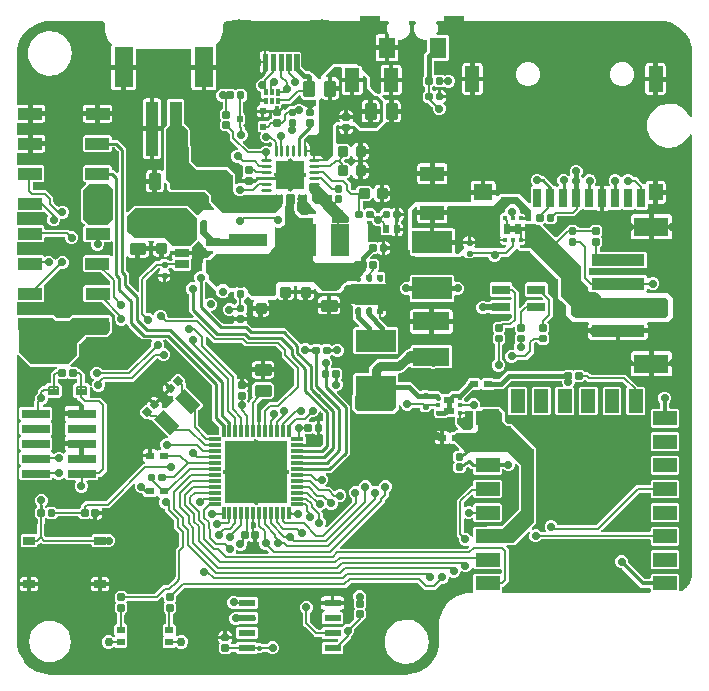
<source format=gtl>
G04 EAGLE Gerber RS-274X export*
G75*
%MOMM*%
%FSLAX34Y34*%
%LPD*%
%INTop Copper*%
%IPPOS*%
%AMOC8*
5,1,8,0,0,1.08239X$1,22.5*%
G01*
%ADD10R,1.200000X2.200000*%
%ADD11R,1.200000X1.400000*%
%ADD12R,1.600000X1.400000*%
%ADD13R,0.700000X1.600000*%
%ADD14R,0.700000X0.600000*%
%ADD15R,3.400000X1.900000*%
%ADD16R,2.400000X0.760000*%
%ADD17R,4.500000X1.000000*%
%ADD18R,3.000000X1.600000*%
%ADD19C,0.280000*%
%ADD20R,2.450000X2.450000*%
%ADD21R,1.400000X0.620000*%
%ADD22R,0.500000X0.650000*%
%ADD23R,1.600000X2.700000*%
%ADD24R,2.000000X1.200000*%
%ADD25R,1.200000X2.000000*%
%ADD26R,5.250000X5.250000*%
%ADD27R,1.000000X0.300000*%
%ADD28R,0.300000X1.000000*%
%ADD29C,0.085000*%
%ADD30C,0.450000*%
%ADD31R,0.300000X0.325000*%
%ADD32R,0.613000X0.950000*%
%ADD33R,0.325000X0.300000*%
%ADD34R,0.950000X0.613000*%
%ADD35R,1.270000X2.032000*%
%ADD36C,0.254000*%
%ADD37R,3.100000X1.550000*%
%ADD38R,2.032000X1.270000*%
%ADD39C,0.317500*%
%ADD40C,0.030478*%
%ADD41C,0.222250*%
%ADD42C,0.250000*%
%ADD43C,0.200000*%
%ADD44R,0.500000X0.500000*%
%ADD45R,2.000000X1.000000*%
%ADD46R,1.000000X0.700000*%
%ADD47R,1.500000X0.800000*%
%ADD48R,1.200000X0.690000*%
%ADD49R,3.200000X1.100000*%
%ADD50R,1.900000X1.100000*%
%ADD51R,1.397000X1.778000*%
%ADD52R,1.778000X1.016000*%
%ADD53C,1.308000*%
%ADD54C,0.040638*%
%ADD55C,0.330200*%
%ADD56C,1.128000*%
%ADD57C,0.152400*%
%ADD58R,1.000000X4.600000*%
%ADD59R,1.600000X3.400000*%
%ADD60C,0.700000*%
%ADD61C,0.300000*%
%ADD62C,0.400000*%
%ADD63C,0.203200*%
%ADD64C,0.406400*%
%ADD65C,0.800000*%
%ADD66C,1.000000*%
%ADD67C,0.500000*%
%ADD68C,0.750000*%
%ADD69C,0.350000*%
%ADD70C,1.016000*%
%ADD71C,0.609600*%

G36*
X540739Y74030D02*
X540739Y74030D01*
X540803Y74029D01*
X540878Y74050D01*
X540954Y74061D01*
X541013Y74087D01*
X541075Y74104D01*
X541141Y74145D01*
X541211Y74177D01*
X541260Y74219D01*
X541315Y74252D01*
X541367Y74310D01*
X541425Y74360D01*
X541461Y74414D01*
X541504Y74462D01*
X541537Y74531D01*
X541580Y74596D01*
X541599Y74658D01*
X541627Y74715D01*
X541638Y74785D01*
X541662Y74866D01*
X541663Y74951D01*
X541674Y75020D01*
X541674Y77425D01*
X541665Y77489D01*
X541666Y77553D01*
X541645Y77628D01*
X541634Y77704D01*
X541608Y77763D01*
X541591Y77825D01*
X541550Y77891D01*
X541518Y77961D01*
X541476Y78010D01*
X541443Y78065D01*
X541385Y78117D01*
X541335Y78175D01*
X541281Y78211D01*
X541233Y78254D01*
X541164Y78287D01*
X541099Y78330D01*
X541037Y78349D01*
X540980Y78377D01*
X540910Y78388D01*
X540829Y78412D01*
X540744Y78413D01*
X540675Y78424D01*
X537220Y78424D01*
X537128Y78411D01*
X537083Y78409D01*
X535265Y78424D01*
X535261Y78424D01*
X535257Y78424D01*
X533703Y78424D01*
X532616Y79530D01*
X532612Y79533D01*
X532610Y79536D01*
X531303Y80842D01*
X531289Y80859D01*
X531237Y80931D01*
X517618Y94776D01*
X517539Y94837D01*
X517464Y94904D01*
X517427Y94922D01*
X517394Y94947D01*
X517301Y94983D01*
X517211Y95027D01*
X517172Y95033D01*
X517131Y95049D01*
X516997Y95060D01*
X516906Y95074D01*
X516081Y95074D01*
X514059Y95912D01*
X512512Y97459D01*
X511674Y99481D01*
X511674Y101669D01*
X512512Y103691D01*
X514059Y105238D01*
X516081Y106076D01*
X518269Y106076D01*
X520291Y105238D01*
X521838Y103691D01*
X522676Y101669D01*
X522676Y100741D01*
X522689Y100650D01*
X522693Y100558D01*
X522709Y100510D01*
X522716Y100461D01*
X522753Y100378D01*
X522783Y100290D01*
X522810Y100253D01*
X522832Y100204D01*
X522911Y100112D01*
X522963Y100040D01*
X536553Y86224D01*
X536633Y86164D01*
X536707Y86096D01*
X536744Y86078D01*
X536777Y86053D01*
X536871Y86017D01*
X536961Y85973D01*
X536999Y85967D01*
X537040Y85951D01*
X537175Y85940D01*
X537265Y85926D01*
X540675Y85926D01*
X540739Y85935D01*
X540803Y85934D01*
X540878Y85955D01*
X540954Y85966D01*
X541013Y85992D01*
X541075Y86009D01*
X541141Y86050D01*
X541211Y86082D01*
X541260Y86124D01*
X541315Y86157D01*
X541367Y86215D01*
X541425Y86265D01*
X541461Y86319D01*
X541504Y86367D01*
X541537Y86436D01*
X541580Y86501D01*
X541599Y86563D01*
X541627Y86620D01*
X541638Y86690D01*
X541662Y86771D01*
X541663Y86856D01*
X541674Y86925D01*
X541674Y89004D01*
X542846Y90176D01*
X564504Y90176D01*
X565676Y89004D01*
X565676Y76374D01*
X565687Y76295D01*
X565688Y76215D01*
X565707Y76156D01*
X565716Y76095D01*
X565748Y76022D01*
X565772Y75946D01*
X565806Y75894D01*
X565832Y75838D01*
X565884Y75777D01*
X565928Y75711D01*
X565975Y75671D01*
X566015Y75624D01*
X566082Y75580D01*
X566143Y75528D01*
X566199Y75503D01*
X566251Y75469D01*
X566327Y75446D01*
X566400Y75413D01*
X566462Y75405D01*
X566521Y75387D01*
X566600Y75386D01*
X566679Y75375D01*
X566736Y75384D01*
X566803Y75383D01*
X566903Y75411D01*
X566984Y75424D01*
X567876Y75714D01*
X567878Y75715D01*
X567880Y75715D01*
X567910Y75730D01*
X568129Y75838D01*
X568142Y75849D01*
X568155Y75856D01*
X571972Y78629D01*
X571974Y78631D01*
X571976Y78632D01*
X572000Y78656D01*
X572175Y78825D01*
X572183Y78840D01*
X572193Y78850D01*
X574967Y82668D01*
X574968Y82670D01*
X574970Y82671D01*
X574986Y82703D01*
X575099Y82917D01*
X575102Y82933D01*
X575109Y82946D01*
X576567Y87434D01*
X576592Y87576D01*
X576613Y87665D01*
X576799Y90024D01*
X576796Y90066D01*
X576802Y90103D01*
X576802Y461481D01*
X576786Y461590D01*
X576777Y461701D01*
X576766Y461730D01*
X576762Y461760D01*
X576717Y461861D01*
X576677Y461964D01*
X576659Y461989D01*
X576646Y462017D01*
X576574Y462101D01*
X576508Y462189D01*
X576483Y462208D01*
X576462Y462232D01*
X576370Y462292D01*
X576282Y462358D01*
X576252Y462369D01*
X576226Y462386D01*
X576121Y462418D01*
X576018Y462457D01*
X575986Y462459D01*
X575957Y462469D01*
X575846Y462470D01*
X575736Y462478D01*
X575706Y462472D01*
X575675Y462472D01*
X575568Y462443D01*
X575460Y462420D01*
X575433Y462405D01*
X575403Y462397D01*
X575309Y462339D01*
X575212Y462287D01*
X575191Y462266D01*
X575163Y462249D01*
X575057Y462132D01*
X574994Y462069D01*
X570257Y455548D01*
X563420Y451601D01*
X555568Y450776D01*
X548060Y453215D01*
X542193Y458498D01*
X538982Y465710D01*
X538982Y473604D01*
X542193Y480816D01*
X548060Y486099D01*
X555568Y488538D01*
X563420Y487713D01*
X570257Y483766D01*
X574994Y477245D01*
X575071Y477166D01*
X575143Y477082D01*
X575169Y477065D01*
X575190Y477043D01*
X575286Y476988D01*
X575379Y476928D01*
X575408Y476919D01*
X575436Y476903D01*
X575543Y476878D01*
X575648Y476845D01*
X575680Y476845D01*
X575710Y476838D01*
X575820Y476843D01*
X575930Y476842D01*
X575960Y476850D01*
X575992Y476852D01*
X576096Y476887D01*
X576202Y476917D01*
X576229Y476933D01*
X576258Y476943D01*
X576348Y477007D01*
X576442Y477065D01*
X576463Y477088D01*
X576489Y477106D01*
X576557Y477192D01*
X576631Y477274D01*
X576645Y477302D01*
X576664Y477327D01*
X576706Y477429D01*
X576754Y477528D01*
X576759Y477557D01*
X576771Y477588D01*
X576788Y477744D01*
X576802Y477833D01*
X576802Y531774D01*
X576797Y531808D01*
X576800Y531839D01*
X576581Y535168D01*
X576559Y535277D01*
X576550Y535361D01*
X574826Y541792D01*
X574756Y541958D01*
X574727Y542033D01*
X571398Y547799D01*
X571286Y547941D01*
X571239Y548005D01*
X566531Y552713D01*
X566387Y552821D01*
X566324Y552872D01*
X560559Y556201D01*
X560391Y556268D01*
X560318Y556301D01*
X553887Y558024D01*
X553777Y558037D01*
X553693Y558056D01*
X550365Y558274D01*
X550330Y558271D01*
X550299Y558276D01*
X361212Y558276D01*
X361095Y558259D01*
X360977Y558248D01*
X360955Y558239D01*
X360933Y558236D01*
X360825Y558187D01*
X360715Y558143D01*
X360697Y558129D01*
X360676Y558120D01*
X360586Y558043D01*
X360492Y557970D01*
X360479Y557951D01*
X360462Y557937D01*
X360396Y557837D01*
X360327Y557741D01*
X360320Y557720D01*
X360307Y557701D01*
X360272Y557587D01*
X360233Y557476D01*
X360231Y557453D01*
X360225Y557431D01*
X360223Y557312D01*
X360216Y557194D01*
X360221Y557173D01*
X360221Y557149D01*
X360271Y556969D01*
X360289Y556894D01*
X361426Y554149D01*
X361426Y550238D01*
X360480Y547956D01*
X360451Y547841D01*
X360416Y547728D01*
X360416Y547705D01*
X360410Y547683D01*
X360414Y547565D01*
X360413Y547446D01*
X360419Y547424D01*
X360419Y547401D01*
X360456Y547289D01*
X360488Y547174D01*
X360500Y547155D01*
X360507Y547133D01*
X360574Y547035D01*
X360636Y546934D01*
X360653Y546919D01*
X360666Y546900D01*
X360757Y546825D01*
X360845Y546745D01*
X360866Y546735D01*
X360883Y546721D01*
X360992Y546674D01*
X361099Y546622D01*
X361120Y546619D01*
X361143Y546609D01*
X361327Y546587D01*
X361404Y546575D01*
X369499Y546575D01*
X370671Y545403D01*
X370671Y525965D01*
X369499Y524793D01*
X359175Y524793D01*
X359111Y524784D01*
X359047Y524785D01*
X358972Y524764D01*
X358896Y524753D01*
X358837Y524727D01*
X358775Y524710D01*
X358709Y524669D01*
X358639Y524637D01*
X358590Y524595D01*
X358535Y524562D01*
X358483Y524504D01*
X358425Y524454D01*
X358389Y524400D01*
X358346Y524352D01*
X358313Y524283D01*
X358270Y524218D01*
X358251Y524156D01*
X358223Y524099D01*
X358212Y524029D01*
X358188Y523948D01*
X358187Y523863D01*
X358176Y523794D01*
X358176Y513393D01*
X358180Y513361D01*
X358178Y513329D01*
X358200Y513221D01*
X358216Y513113D01*
X358229Y513084D01*
X358235Y513052D01*
X358287Y512956D01*
X358332Y512856D01*
X358353Y512832D01*
X358368Y512803D01*
X358444Y512725D01*
X358515Y512642D01*
X358542Y512625D01*
X358565Y512601D01*
X358660Y512548D01*
X358751Y512488D01*
X358782Y512478D01*
X358810Y512462D01*
X358916Y512437D01*
X359021Y512405D01*
X359053Y512405D01*
X359085Y512397D01*
X359194Y512403D01*
X359303Y512402D01*
X359334Y512410D01*
X359366Y512412D01*
X359469Y512448D01*
X359575Y512477D01*
X359602Y512494D01*
X359633Y512504D01*
X359706Y512558D01*
X359815Y512625D01*
X359847Y512661D01*
X359867Y512676D01*
X366019Y512676D01*
X366309Y512386D01*
X366316Y512380D01*
X366322Y512372D01*
X366429Y512295D01*
X366534Y512216D01*
X366543Y512213D01*
X366551Y512207D01*
X366675Y512163D01*
X366798Y512117D01*
X366808Y512116D01*
X366817Y512113D01*
X366948Y512105D01*
X367080Y512095D01*
X367089Y512097D01*
X367098Y512096D01*
X367174Y512115D01*
X367356Y512153D01*
X367377Y512164D01*
X367398Y512169D01*
X369406Y513001D01*
X371594Y513001D01*
X373616Y512163D01*
X375163Y510616D01*
X376001Y508594D01*
X376001Y506406D01*
X375163Y504384D01*
X373616Y502837D01*
X371594Y501999D01*
X369406Y501999D01*
X367398Y502831D01*
X367389Y502833D01*
X367380Y502838D01*
X367252Y502868D01*
X367125Y502901D01*
X367115Y502901D01*
X367106Y502903D01*
X366974Y502896D01*
X366843Y502892D01*
X366834Y502889D01*
X366824Y502889D01*
X366700Y502846D01*
X366575Y502805D01*
X366567Y502799D01*
X366558Y502796D01*
X366496Y502751D01*
X366342Y502646D01*
X366326Y502627D01*
X366309Y502614D01*
X366019Y502324D01*
X359871Y502324D01*
X359207Y502989D01*
X359155Y503027D01*
X359110Y503074D01*
X359043Y503112D01*
X358981Y503158D01*
X358921Y503181D01*
X358865Y503213D01*
X358790Y503230D01*
X358717Y503258D01*
X358653Y503263D01*
X358591Y503277D01*
X358513Y503274D01*
X358436Y503280D01*
X358373Y503266D01*
X358309Y503263D01*
X358236Y503238D01*
X358160Y503222D01*
X358103Y503192D01*
X358042Y503171D01*
X357986Y503129D01*
X357911Y503089D01*
X357850Y503030D01*
X357793Y502989D01*
X357159Y502355D01*
X357102Y502278D01*
X357037Y502206D01*
X357017Y502165D01*
X356990Y502129D01*
X356956Y502039D01*
X356914Y501953D01*
X356907Y501911D01*
X356890Y501865D01*
X356880Y501738D01*
X356866Y501648D01*
X356866Y500352D01*
X356880Y500257D01*
X356885Y500161D01*
X356900Y500118D01*
X356906Y500073D01*
X356946Y499985D01*
X356977Y499894D01*
X357003Y499860D01*
X357022Y499816D01*
X357106Y499718D01*
X357159Y499645D01*
X357412Y499393D01*
X357463Y499354D01*
X357508Y499308D01*
X357575Y499270D01*
X357637Y499224D01*
X357697Y499201D01*
X357753Y499169D01*
X357829Y499151D01*
X357901Y499124D01*
X357965Y499119D01*
X358028Y499104D01*
X358105Y499108D01*
X358182Y499102D01*
X358245Y499115D01*
X358309Y499119D01*
X358383Y499144D01*
X358458Y499160D01*
X358515Y499190D01*
X358576Y499211D01*
X358633Y499253D01*
X358707Y499292D01*
X358768Y499352D01*
X358819Y499389D01*
X359764Y499934D01*
X360814Y500216D01*
X361358Y500216D01*
X361358Y495088D01*
X361367Y495024D01*
X361366Y494960D01*
X361387Y494885D01*
X361398Y494808D01*
X361424Y494750D01*
X361442Y494688D01*
X361482Y494622D01*
X361514Y494552D01*
X361556Y494503D01*
X361590Y494448D01*
X361647Y494396D01*
X361698Y494337D01*
X361751Y494302D01*
X361799Y494259D01*
X361869Y494225D01*
X361934Y494183D01*
X361995Y494164D01*
X362053Y494136D01*
X362122Y494125D01*
X362203Y494100D01*
X362288Y494099D01*
X362357Y494088D01*
X362533Y494088D01*
X362533Y493912D01*
X362543Y493849D01*
X362542Y493785D01*
X362562Y493710D01*
X362573Y493633D01*
X362600Y493575D01*
X362617Y493513D01*
X362658Y493447D01*
X362689Y493376D01*
X362731Y493328D01*
X362765Y493273D01*
X362823Y493221D01*
X362873Y493162D01*
X362927Y493127D01*
X362974Y493084D01*
X363044Y493050D01*
X363109Y493008D01*
X363170Y492989D01*
X363228Y492961D01*
X363298Y492950D01*
X363379Y492925D01*
X363463Y492924D01*
X363533Y492913D01*
X368661Y492913D01*
X368661Y492369D01*
X368379Y491319D01*
X367836Y490378D01*
X367067Y489609D01*
X366834Y489474D01*
X366792Y489441D01*
X366744Y489416D01*
X366681Y489355D01*
X366612Y489300D01*
X366581Y489257D01*
X366542Y489219D01*
X366499Y489143D01*
X366448Y489071D01*
X366430Y489021D01*
X366403Y488974D01*
X366383Y488888D01*
X366354Y488805D01*
X366351Y488752D01*
X366338Y488699D01*
X366343Y488611D01*
X366338Y488524D01*
X366350Y488471D01*
X366353Y488418D01*
X366381Y488335D01*
X366401Y488249D01*
X366428Y488202D01*
X366445Y488151D01*
X366491Y488088D01*
X366539Y488003D01*
X366591Y487952D01*
X366627Y487902D01*
X367338Y487191D01*
X368176Y485169D01*
X368176Y482981D01*
X367338Y480959D01*
X365791Y479412D01*
X363769Y478574D01*
X361581Y478574D01*
X359559Y479412D01*
X358012Y480959D01*
X357174Y482981D01*
X357174Y484918D01*
X357161Y485013D01*
X357156Y485109D01*
X357141Y485152D01*
X357134Y485197D01*
X357095Y485285D01*
X357063Y485376D01*
X357038Y485410D01*
X357018Y485454D01*
X356935Y485552D01*
X356882Y485625D01*
X353475Y489032D01*
X353398Y489089D01*
X353327Y489154D01*
X353286Y489174D01*
X353249Y489201D01*
X353159Y489235D01*
X353073Y489277D01*
X353031Y489283D01*
X352985Y489300D01*
X352858Y489310D01*
X352768Y489324D01*
X350981Y489324D01*
X348879Y491426D01*
X348879Y497574D01*
X350572Y499267D01*
X350630Y499344D01*
X350694Y499415D01*
X350714Y499456D01*
X350742Y499492D01*
X350776Y499582D01*
X350817Y499669D01*
X350824Y499711D01*
X350841Y499756D01*
X350851Y499884D01*
X350865Y499973D01*
X350865Y502027D01*
X350851Y502122D01*
X350847Y502218D01*
X350832Y502261D01*
X350825Y502306D01*
X350786Y502393D01*
X350754Y502484D01*
X350729Y502519D01*
X350709Y502563D01*
X350626Y502660D01*
X350572Y502733D01*
X348879Y504426D01*
X348879Y510574D01*
X349572Y511267D01*
X349630Y511344D01*
X349694Y511415D01*
X349714Y511456D01*
X349742Y511492D01*
X349775Y511582D01*
X349817Y511669D01*
X349824Y511711D01*
X349841Y511756D01*
X349851Y511884D01*
X349865Y511973D01*
X349865Y515423D01*
X349882Y515440D01*
X349939Y515516D01*
X350004Y515588D01*
X350024Y515629D01*
X350051Y515665D01*
X350085Y515755D01*
X350127Y515841D01*
X350133Y515884D01*
X350150Y515929D01*
X350160Y516057D01*
X350174Y516146D01*
X350174Y526453D01*
X350161Y526548D01*
X350156Y526645D01*
X350142Y526684D01*
X350142Y530240D01*
X352407Y532505D01*
X352464Y532581D01*
X352529Y532653D01*
X352549Y532694D01*
X352576Y532730D01*
X352610Y532820D01*
X352652Y532907D01*
X352658Y532949D01*
X352675Y532994D01*
X352685Y533122D01*
X352699Y533211D01*
X352699Y541364D01*
X352690Y541428D01*
X352691Y541492D01*
X352670Y541567D01*
X352660Y541643D01*
X352633Y541702D01*
X352616Y541764D01*
X352575Y541830D01*
X352543Y541900D01*
X352502Y541949D01*
X352468Y542004D01*
X352410Y542056D01*
X352360Y542114D01*
X352306Y542150D01*
X352258Y542193D01*
X352189Y542226D01*
X352124Y542269D01*
X352062Y542288D01*
X352005Y542316D01*
X351935Y542326D01*
X351854Y542351D01*
X351770Y542352D01*
X351700Y542363D01*
X349640Y542363D01*
X346026Y543860D01*
X343261Y546625D01*
X341764Y550238D01*
X341764Y554149D01*
X342901Y556894D01*
X342931Y557009D01*
X342965Y557123D01*
X342966Y557145D01*
X342971Y557168D01*
X342968Y557286D01*
X342969Y557405D01*
X342963Y557427D01*
X342962Y557449D01*
X342926Y557562D01*
X342894Y557676D01*
X342882Y557696D01*
X342875Y557718D01*
X342808Y557815D01*
X342746Y557916D01*
X342729Y557932D01*
X342716Y557951D01*
X342625Y558026D01*
X342537Y558105D01*
X342516Y558115D01*
X342498Y558130D01*
X342389Y558177D01*
X342283Y558228D01*
X342261Y558232D01*
X342239Y558241D01*
X342055Y558264D01*
X341978Y558276D01*
X338212Y558276D01*
X338095Y558259D01*
X337977Y558248D01*
X337955Y558239D01*
X337933Y558236D01*
X337825Y558187D01*
X337715Y558143D01*
X337697Y558129D01*
X337676Y558120D01*
X337586Y558043D01*
X337492Y557970D01*
X337479Y557951D01*
X337462Y557937D01*
X337396Y557837D01*
X337327Y557741D01*
X337320Y557720D01*
X337307Y557701D01*
X337272Y557587D01*
X337233Y557476D01*
X337231Y557453D01*
X337225Y557431D01*
X337223Y557312D01*
X337216Y557194D01*
X337221Y557173D01*
X337221Y557149D01*
X337271Y556969D01*
X337289Y556894D01*
X338426Y554149D01*
X338426Y550238D01*
X336929Y546625D01*
X334164Y543860D01*
X330551Y542363D01*
X329030Y542363D01*
X328966Y542354D01*
X328902Y542355D01*
X328827Y542334D01*
X328751Y542323D01*
X328692Y542297D01*
X328630Y542280D01*
X328564Y542239D01*
X328494Y542207D01*
X328445Y542165D01*
X328390Y542132D01*
X328338Y542074D01*
X328280Y542024D01*
X328244Y541970D01*
X328201Y541922D01*
X328168Y541853D01*
X328125Y541788D01*
X328106Y541726D01*
X328078Y541669D01*
X328068Y541599D01*
X328043Y541518D01*
X328042Y541433D01*
X328031Y541364D01*
X328031Y537683D01*
X320504Y537683D01*
X320504Y545968D01*
X320491Y546063D01*
X320486Y546159D01*
X320471Y546202D01*
X320464Y546247D01*
X320425Y546335D01*
X320393Y546426D01*
X320368Y546460D01*
X320348Y546504D01*
X320276Y546588D01*
X318764Y550238D01*
X318764Y554149D01*
X319901Y556894D01*
X319931Y557009D01*
X319965Y557123D01*
X319966Y557145D01*
X319971Y557168D01*
X319968Y557286D01*
X319969Y557405D01*
X319963Y557427D01*
X319962Y557449D01*
X319926Y557562D01*
X319894Y557676D01*
X319882Y557696D01*
X319875Y557718D01*
X319808Y557815D01*
X319746Y557916D01*
X319729Y557932D01*
X319716Y557951D01*
X319625Y558026D01*
X319537Y558105D01*
X319516Y558115D01*
X319498Y558130D01*
X319389Y558177D01*
X319283Y558228D01*
X319261Y558232D01*
X319239Y558241D01*
X319055Y558264D01*
X318978Y558276D01*
X182626Y558276D01*
X182574Y558269D01*
X182528Y558271D01*
X182214Y558240D01*
X181940Y558173D01*
X181935Y558170D01*
X181930Y558169D01*
X181350Y557929D01*
X181314Y557908D01*
X181274Y557894D01*
X181205Y557843D01*
X181107Y557785D01*
X181067Y557742D01*
X181025Y557712D01*
X180582Y557268D01*
X180557Y557235D01*
X180525Y557207D01*
X180481Y557134D01*
X180412Y557043D01*
X180391Y556988D01*
X180365Y556944D01*
X180125Y556364D01*
X180055Y556091D01*
X180055Y556085D01*
X180053Y556079D01*
X180022Y555765D01*
X180025Y555713D01*
X180018Y555668D01*
X180018Y548713D01*
X177434Y542476D01*
X173824Y538866D01*
X173779Y538806D01*
X173726Y538752D01*
X173694Y538693D01*
X173654Y538640D01*
X173628Y538570D01*
X173592Y538504D01*
X173578Y538439D01*
X173555Y538376D01*
X173549Y538301D01*
X173533Y538228D01*
X173538Y538162D01*
X173533Y538095D01*
X173548Y538022D01*
X173554Y537947D01*
X173576Y537890D01*
X173591Y537819D01*
X173637Y537733D01*
X173665Y537659D01*
X173895Y537261D01*
X174068Y536615D01*
X174068Y521280D01*
X164527Y521280D01*
X164464Y521271D01*
X164399Y521272D01*
X164325Y521251D01*
X164248Y521240D01*
X164189Y521214D01*
X164127Y521196D01*
X164061Y521156D01*
X163991Y521124D01*
X163942Y521082D01*
X163887Y521048D01*
X163836Y520991D01*
X163777Y520940D01*
X163741Y520887D01*
X163698Y520839D01*
X163665Y520769D01*
X163622Y520704D01*
X163603Y520643D01*
X163575Y520585D01*
X163565Y520516D01*
X163540Y520435D01*
X163539Y520350D01*
X163528Y520281D01*
X163528Y519280D01*
X163526Y519280D01*
X163526Y520281D01*
X163517Y520344D01*
X163518Y520408D01*
X163497Y520483D01*
X163486Y520560D01*
X163460Y520618D01*
X163443Y520680D01*
X163402Y520746D01*
X163370Y520817D01*
X163328Y520866D01*
X163295Y520920D01*
X163237Y520972D01*
X163187Y521031D01*
X163133Y521066D01*
X163085Y521109D01*
X163016Y521143D01*
X162951Y521186D01*
X162889Y521204D01*
X162832Y521232D01*
X162762Y521243D01*
X162681Y521268D01*
X162596Y521269D01*
X162527Y521280D01*
X152986Y521280D01*
X152986Y534120D01*
X152977Y534183D01*
X152978Y534247D01*
X152957Y534322D01*
X152946Y534399D01*
X152920Y534457D01*
X152903Y534519D01*
X152862Y534585D01*
X152830Y534656D01*
X152789Y534705D01*
X152755Y534759D01*
X152697Y534811D01*
X152647Y534870D01*
X152593Y534905D01*
X152545Y534948D01*
X152476Y534982D01*
X152411Y535025D01*
X152349Y535043D01*
X152292Y535071D01*
X152222Y535082D01*
X152141Y535107D01*
X152056Y535108D01*
X151987Y535119D01*
X107067Y535119D01*
X107003Y535110D01*
X106939Y535111D01*
X106864Y535090D01*
X106788Y535079D01*
X106729Y535053D01*
X106667Y535035D01*
X106601Y534995D01*
X106531Y534963D01*
X106482Y534921D01*
X106427Y534887D01*
X106375Y534830D01*
X106317Y534779D01*
X106281Y534726D01*
X106238Y534678D01*
X106205Y534608D01*
X106162Y534543D01*
X106143Y534482D01*
X106115Y534424D01*
X106104Y534355D01*
X106080Y534274D01*
X106079Y534189D01*
X106068Y534120D01*
X106068Y521280D01*
X96527Y521280D01*
X96464Y521271D01*
X96399Y521272D01*
X96325Y521251D01*
X96248Y521240D01*
X96189Y521214D01*
X96127Y521196D01*
X96061Y521156D01*
X95991Y521124D01*
X95942Y521082D01*
X95887Y521048D01*
X95836Y520991D01*
X95777Y520940D01*
X95741Y520887D01*
X95698Y520839D01*
X95665Y520769D01*
X95622Y520704D01*
X95603Y520643D01*
X95575Y520585D01*
X95565Y520516D01*
X95540Y520435D01*
X95539Y520350D01*
X95528Y520281D01*
X95528Y519280D01*
X95526Y519280D01*
X95526Y520281D01*
X95517Y520344D01*
X95518Y520408D01*
X95497Y520483D01*
X95486Y520560D01*
X95460Y520618D01*
X95443Y520680D01*
X95402Y520746D01*
X95370Y520817D01*
X95328Y520866D01*
X95295Y520920D01*
X95237Y520972D01*
X95187Y521031D01*
X95133Y521066D01*
X95085Y521109D01*
X95016Y521143D01*
X94951Y521186D01*
X94889Y521204D01*
X94832Y521232D01*
X94762Y521243D01*
X94681Y521268D01*
X94596Y521269D01*
X94527Y521280D01*
X84986Y521280D01*
X84986Y536615D01*
X85159Y537261D01*
X85494Y537841D01*
X85563Y537910D01*
X85601Y537961D01*
X85647Y538006D01*
X85685Y538073D01*
X85732Y538135D01*
X85755Y538195D01*
X85786Y538251D01*
X85804Y538327D01*
X85831Y538399D01*
X85836Y538463D01*
X85851Y538526D01*
X85847Y538603D01*
X85853Y538680D01*
X85840Y538743D01*
X85837Y538807D01*
X85811Y538881D01*
X85796Y538956D01*
X85766Y539013D01*
X85744Y539074D01*
X85703Y539130D01*
X85663Y539205D01*
X85604Y539266D01*
X85563Y539323D01*
X82364Y542522D01*
X79764Y548797D01*
X79764Y555562D01*
X79757Y555614D01*
X79759Y555660D01*
X79726Y555995D01*
X79659Y556269D01*
X79656Y556274D01*
X79655Y556279D01*
X79399Y556897D01*
X79378Y556933D01*
X79364Y556972D01*
X79313Y557042D01*
X79255Y557140D01*
X79213Y557180D01*
X79182Y557221D01*
X78709Y557694D01*
X78676Y557719D01*
X78648Y557751D01*
X78575Y557795D01*
X78484Y557864D01*
X78429Y557884D01*
X78385Y557911D01*
X77767Y558167D01*
X77494Y558237D01*
X77488Y558237D01*
X77483Y558238D01*
X77148Y558271D01*
X77096Y558269D01*
X77050Y558276D01*
X32525Y558276D01*
X32491Y558271D01*
X32460Y558274D01*
X29021Y558049D01*
X28912Y558026D01*
X28828Y558017D01*
X22185Y556237D01*
X22019Y556166D01*
X21944Y556137D01*
X15988Y552698D01*
X15845Y552586D01*
X15781Y552539D01*
X10918Y547676D01*
X10809Y547532D01*
X10759Y547469D01*
X7320Y541513D01*
X7253Y541345D01*
X7220Y541272D01*
X5440Y534629D01*
X5427Y534519D01*
X5408Y534436D01*
X5183Y530997D01*
X5186Y530962D01*
X5181Y530931D01*
X5181Y488440D01*
X5190Y488376D01*
X5189Y488312D01*
X5210Y488237D01*
X5221Y488161D01*
X5247Y488102D01*
X5264Y488040D01*
X5305Y487974D01*
X5337Y487904D01*
X5379Y487855D01*
X5412Y487800D01*
X5470Y487748D01*
X5520Y487690D01*
X5574Y487654D01*
X5622Y487611D01*
X5691Y487578D01*
X5756Y487535D01*
X5818Y487516D01*
X5875Y487488D01*
X5945Y487477D01*
X6026Y487453D01*
X6111Y487452D01*
X6180Y487441D01*
X14551Y487441D01*
X14551Y480900D01*
X14560Y480836D01*
X14559Y480772D01*
X14580Y480698D01*
X14591Y480621D01*
X14617Y480562D01*
X14634Y480500D01*
X14675Y480434D01*
X14707Y480364D01*
X14749Y480315D01*
X14782Y480260D01*
X14840Y480209D01*
X14890Y480150D01*
X14944Y480114D01*
X14992Y480071D01*
X15061Y480038D01*
X15126Y479995D01*
X15188Y479976D01*
X15245Y479948D01*
X15315Y479938D01*
X15396Y479913D01*
X15481Y479912D01*
X15550Y479901D01*
X16551Y479901D01*
X16551Y479899D01*
X15550Y479899D01*
X15486Y479890D01*
X15422Y479891D01*
X15347Y479870D01*
X15271Y479859D01*
X15212Y479833D01*
X15150Y479816D01*
X15084Y479775D01*
X15014Y479743D01*
X14965Y479701D01*
X14910Y479668D01*
X14858Y479610D01*
X14800Y479560D01*
X14764Y479506D01*
X14721Y479458D01*
X14688Y479389D01*
X14645Y479324D01*
X14626Y479262D01*
X14598Y479204D01*
X14588Y479135D01*
X14563Y479054D01*
X14562Y478969D01*
X14551Y478900D01*
X14551Y472359D01*
X6180Y472359D01*
X6116Y472350D01*
X6052Y472351D01*
X5977Y472330D01*
X5901Y472319D01*
X5842Y472293D01*
X5780Y472276D01*
X5714Y472235D01*
X5644Y472203D01*
X5595Y472161D01*
X5540Y472128D01*
X5488Y472070D01*
X5430Y472020D01*
X5394Y471966D01*
X5351Y471918D01*
X5318Y471849D01*
X5275Y471784D01*
X5256Y471722D01*
X5228Y471665D01*
X5217Y471595D01*
X5193Y471514D01*
X5192Y471429D01*
X5181Y471360D01*
X5181Y463040D01*
X5190Y462976D01*
X5189Y462912D01*
X5210Y462837D01*
X5221Y462761D01*
X5247Y462702D01*
X5264Y462640D01*
X5305Y462574D01*
X5337Y462504D01*
X5379Y462455D01*
X5412Y462400D01*
X5470Y462348D01*
X5520Y462290D01*
X5574Y462254D01*
X5622Y462211D01*
X5691Y462178D01*
X5756Y462135D01*
X5818Y462116D01*
X5875Y462088D01*
X5945Y462077D01*
X6026Y462053D01*
X6111Y462052D01*
X6180Y462041D01*
X14551Y462041D01*
X14551Y455500D01*
X14560Y455436D01*
X14559Y455372D01*
X14580Y455298D01*
X14591Y455221D01*
X14617Y455162D01*
X14634Y455100D01*
X14675Y455034D01*
X14707Y454964D01*
X14749Y454915D01*
X14782Y454860D01*
X14840Y454809D01*
X14890Y454750D01*
X14944Y454714D01*
X14992Y454671D01*
X15061Y454638D01*
X15126Y454595D01*
X15188Y454576D01*
X15245Y454548D01*
X15315Y454538D01*
X15396Y454513D01*
X15481Y454512D01*
X15550Y454501D01*
X16551Y454501D01*
X16551Y454499D01*
X15550Y454499D01*
X15486Y454490D01*
X15422Y454491D01*
X15347Y454470D01*
X15271Y454459D01*
X15212Y454433D01*
X15150Y454416D01*
X15084Y454375D01*
X15014Y454343D01*
X14965Y454301D01*
X14910Y454268D01*
X14858Y454210D01*
X14800Y454160D01*
X14764Y454106D01*
X14721Y454058D01*
X14688Y453989D01*
X14645Y453924D01*
X14626Y453862D01*
X14598Y453804D01*
X14588Y453735D01*
X14563Y453654D01*
X14562Y453569D01*
X14551Y453500D01*
X14551Y446959D01*
X6180Y446959D01*
X6116Y446950D01*
X6052Y446951D01*
X5977Y446930D01*
X5901Y446919D01*
X5842Y446893D01*
X5780Y446876D01*
X5714Y446835D01*
X5644Y446803D01*
X5595Y446761D01*
X5540Y446728D01*
X5488Y446670D01*
X5430Y446620D01*
X5394Y446566D01*
X5351Y446518D01*
X5318Y446449D01*
X5275Y446384D01*
X5256Y446322D01*
X5228Y446265D01*
X5217Y446195D01*
X5193Y446114D01*
X5192Y446029D01*
X5181Y445960D01*
X5181Y437100D01*
X5190Y437036D01*
X5189Y436972D01*
X5210Y436897D01*
X5221Y436821D01*
X5247Y436762D01*
X5264Y436700D01*
X5305Y436634D01*
X5337Y436564D01*
X5379Y436515D01*
X5412Y436460D01*
X5470Y436408D01*
X5520Y436350D01*
X5574Y436314D01*
X5622Y436271D01*
X5691Y436238D01*
X5756Y436195D01*
X5818Y436176D01*
X5875Y436148D01*
X5945Y436137D01*
X6026Y436113D01*
X6111Y436112D01*
X6180Y436101D01*
X27379Y436101D01*
X28551Y434929D01*
X28551Y423271D01*
X27379Y422099D01*
X19675Y422099D01*
X19611Y422090D01*
X19547Y422091D01*
X19472Y422070D01*
X19396Y422059D01*
X19337Y422033D01*
X19275Y422016D01*
X19209Y421975D01*
X19139Y421943D01*
X19090Y421901D01*
X19035Y421868D01*
X18983Y421810D01*
X18925Y421760D01*
X18889Y421706D01*
X18846Y421658D01*
X18813Y421589D01*
X18770Y421524D01*
X18751Y421462D01*
X18723Y421405D01*
X18712Y421335D01*
X18688Y421254D01*
X18687Y421169D01*
X18676Y421100D01*
X18676Y416232D01*
X18689Y416137D01*
X18694Y416041D01*
X18709Y415998D01*
X18716Y415953D01*
X18755Y415865D01*
X18787Y415774D01*
X18812Y415740D01*
X18832Y415696D01*
X18915Y415598D01*
X18968Y415525D01*
X19125Y415368D01*
X19202Y415311D01*
X19273Y415246D01*
X19314Y415226D01*
X19351Y415199D01*
X19441Y415165D01*
X19527Y415123D01*
X19569Y415117D01*
X19615Y415100D01*
X19742Y415090D01*
X19832Y415076D01*
X29918Y415076D01*
X36176Y408818D01*
X36176Y405232D01*
X36189Y405137D01*
X36194Y405041D01*
X36209Y404998D01*
X36216Y404953D01*
X36255Y404865D01*
X36287Y404774D01*
X36312Y404740D01*
X36332Y404696D01*
X36415Y404598D01*
X36468Y404525D01*
X39519Y401475D01*
X39526Y401469D01*
X39532Y401462D01*
X39639Y401385D01*
X39744Y401306D01*
X39753Y401302D01*
X39761Y401297D01*
X39884Y401253D01*
X40008Y401206D01*
X40018Y401205D01*
X40027Y401202D01*
X40158Y401195D01*
X40289Y401184D01*
X40299Y401186D01*
X40308Y401186D01*
X40383Y401204D01*
X40565Y401242D01*
X40587Y401253D01*
X40608Y401258D01*
X42581Y402076D01*
X44769Y402076D01*
X46791Y401238D01*
X48338Y399691D01*
X49176Y397669D01*
X49176Y395481D01*
X48338Y393459D01*
X46791Y391912D01*
X44769Y391074D01*
X43000Y391074D01*
X42936Y391065D01*
X42872Y391066D01*
X42797Y391045D01*
X42721Y391034D01*
X42662Y391008D01*
X42600Y390991D01*
X42534Y390950D01*
X42464Y390918D01*
X42415Y390876D01*
X42360Y390843D01*
X42308Y390785D01*
X42250Y390735D01*
X42214Y390681D01*
X42171Y390633D01*
X42138Y390564D01*
X42095Y390499D01*
X42076Y390437D01*
X42048Y390380D01*
X42037Y390310D01*
X42013Y390229D01*
X42012Y390144D01*
X42001Y390075D01*
X42001Y388906D01*
X41163Y386884D01*
X39616Y385337D01*
X37594Y384499D01*
X35406Y384499D01*
X33384Y385337D01*
X31837Y386884D01*
X30999Y388906D01*
X30999Y391094D01*
X31817Y393067D01*
X31819Y393077D01*
X31824Y393085D01*
X31854Y393214D01*
X31887Y393341D01*
X31886Y393350D01*
X31889Y393359D01*
X31882Y393492D01*
X31878Y393622D01*
X31875Y393631D01*
X31874Y393641D01*
X31831Y393766D01*
X31790Y393891D01*
X31785Y393898D01*
X31782Y393907D01*
X31736Y393969D01*
X31631Y394124D01*
X31613Y394139D01*
X31600Y394156D01*
X28899Y396857D01*
X28848Y396895D01*
X28803Y396942D01*
X28736Y396980D01*
X28674Y397026D01*
X28614Y397049D01*
X28558Y397081D01*
X28483Y397098D01*
X28410Y397126D01*
X28346Y397131D01*
X28283Y397145D01*
X28206Y397142D01*
X28129Y397147D01*
X28066Y397134D01*
X28002Y397131D01*
X27929Y397106D01*
X27853Y397090D01*
X27796Y397060D01*
X27735Y397039D01*
X27679Y396997D01*
X27604Y396957D01*
X27543Y396898D01*
X27486Y396857D01*
X27379Y396749D01*
X6180Y396749D01*
X6116Y396740D01*
X6052Y396741D01*
X5977Y396720D01*
X5901Y396709D01*
X5842Y396683D01*
X5780Y396666D01*
X5714Y396625D01*
X5644Y396593D01*
X5595Y396551D01*
X5540Y396518D01*
X5488Y396460D01*
X5430Y396410D01*
X5394Y396356D01*
X5351Y396308D01*
X5318Y396239D01*
X5275Y396174D01*
X5256Y396112D01*
X5228Y396055D01*
X5217Y395985D01*
X5193Y395904D01*
X5192Y395819D01*
X5181Y395750D01*
X5181Y386300D01*
X5190Y386236D01*
X5189Y386172D01*
X5210Y386097D01*
X5221Y386021D01*
X5247Y385962D01*
X5264Y385900D01*
X5305Y385834D01*
X5337Y385764D01*
X5379Y385715D01*
X5412Y385660D01*
X5470Y385608D01*
X5520Y385550D01*
X5574Y385514D01*
X5622Y385471D01*
X5691Y385438D01*
X5756Y385395D01*
X5818Y385376D01*
X5875Y385348D01*
X5945Y385337D01*
X6026Y385313D01*
X6111Y385312D01*
X6180Y385301D01*
X27379Y385301D01*
X28551Y384129D01*
X28551Y382500D01*
X28560Y382436D01*
X28559Y382372D01*
X28580Y382297D01*
X28591Y382221D01*
X28617Y382162D01*
X28634Y382100D01*
X28675Y382034D01*
X28707Y381964D01*
X28749Y381915D01*
X28782Y381860D01*
X28840Y381808D01*
X28890Y381750D01*
X28944Y381714D01*
X28992Y381671D01*
X29061Y381638D01*
X29126Y381595D01*
X29188Y381576D01*
X29245Y381548D01*
X29315Y381537D01*
X29396Y381513D01*
X29481Y381512D01*
X29550Y381501D01*
X49470Y381501D01*
X50103Y380868D01*
X50180Y380811D01*
X50251Y380746D01*
X50292Y380726D01*
X50328Y380699D01*
X50418Y380665D01*
X50505Y380623D01*
X50547Y380617D01*
X50592Y380600D01*
X50720Y380590D01*
X50809Y380576D01*
X52769Y380576D01*
X54791Y379738D01*
X56338Y378191D01*
X57176Y376169D01*
X57176Y373981D01*
X56338Y371959D01*
X54791Y370412D01*
X52769Y369574D01*
X50581Y369574D01*
X48559Y370412D01*
X47012Y371959D01*
X46174Y373981D01*
X46174Y374500D01*
X46165Y374564D01*
X46166Y374628D01*
X46145Y374703D01*
X46134Y374779D01*
X46108Y374838D01*
X46091Y374900D01*
X46050Y374966D01*
X46018Y375036D01*
X45976Y375085D01*
X45943Y375140D01*
X45885Y375192D01*
X45835Y375250D01*
X45781Y375286D01*
X45733Y375329D01*
X45664Y375362D01*
X45599Y375405D01*
X45537Y375424D01*
X45480Y375452D01*
X45410Y375463D01*
X45329Y375487D01*
X45244Y375488D01*
X45175Y375499D01*
X29550Y375499D01*
X29486Y375490D01*
X29422Y375491D01*
X29347Y375470D01*
X29271Y375459D01*
X29212Y375433D01*
X29150Y375416D01*
X29084Y375375D01*
X29014Y375343D01*
X28965Y375301D01*
X28910Y375268D01*
X28858Y375210D01*
X28800Y375160D01*
X28764Y375106D01*
X28721Y375058D01*
X28688Y374989D01*
X28645Y374924D01*
X28626Y374862D01*
X28598Y374805D01*
X28587Y374735D01*
X28563Y374654D01*
X28562Y374569D01*
X28551Y374500D01*
X28551Y372471D01*
X27379Y371299D01*
X6180Y371299D01*
X6116Y371290D01*
X6052Y371291D01*
X5977Y371270D01*
X5901Y371259D01*
X5842Y371233D01*
X5780Y371216D01*
X5714Y371175D01*
X5644Y371143D01*
X5595Y371101D01*
X5540Y371068D01*
X5488Y371010D01*
X5430Y370960D01*
X5394Y370906D01*
X5351Y370858D01*
X5318Y370789D01*
X5275Y370724D01*
X5256Y370662D01*
X5228Y370605D01*
X5217Y370535D01*
X5193Y370454D01*
X5192Y370369D01*
X5181Y370300D01*
X5181Y360900D01*
X5190Y360836D01*
X5189Y360772D01*
X5210Y360697D01*
X5221Y360621D01*
X5247Y360562D01*
X5264Y360500D01*
X5305Y360434D01*
X5337Y360364D01*
X5379Y360315D01*
X5412Y360260D01*
X5470Y360208D01*
X5520Y360150D01*
X5574Y360114D01*
X5622Y360071D01*
X5691Y360038D01*
X5756Y359995D01*
X5818Y359976D01*
X5875Y359948D01*
X5945Y359937D01*
X6026Y359913D01*
X6111Y359912D01*
X6180Y359901D01*
X27329Y359901D01*
X28185Y359044D01*
X28193Y359038D01*
X28199Y359031D01*
X28306Y358954D01*
X28411Y358875D01*
X28420Y358871D01*
X28428Y358866D01*
X28551Y358822D01*
X28675Y358775D01*
X28684Y358775D01*
X28693Y358771D01*
X28825Y358764D01*
X28956Y358753D01*
X28965Y358755D01*
X28975Y358755D01*
X29050Y358773D01*
X29232Y358811D01*
X29253Y358822D01*
X29274Y358827D01*
X31081Y359576D01*
X33269Y359576D01*
X35291Y358738D01*
X36838Y357191D01*
X37002Y356796D01*
X37018Y356768D01*
X37028Y356738D01*
X37090Y356647D01*
X37145Y356553D01*
X37169Y356531D01*
X37187Y356505D01*
X37271Y356435D01*
X37351Y356361D01*
X37380Y356346D01*
X37405Y356325D01*
X37505Y356282D01*
X37603Y356233D01*
X37634Y356227D01*
X37664Y356214D01*
X37772Y356201D01*
X37880Y356180D01*
X37912Y356183D01*
X37944Y356179D01*
X38052Y356197D01*
X38160Y356207D01*
X38190Y356219D01*
X38222Y356224D01*
X38321Y356271D01*
X38422Y356312D01*
X38448Y356332D01*
X38477Y356346D01*
X38559Y356418D01*
X38645Y356485D01*
X38664Y356511D01*
X38688Y356533D01*
X38735Y356610D01*
X38810Y356714D01*
X38826Y356760D01*
X38848Y356796D01*
X39012Y357191D01*
X40559Y358738D01*
X42581Y359576D01*
X44769Y359576D01*
X46791Y358738D01*
X48338Y357191D01*
X49176Y355169D01*
X49176Y352981D01*
X48338Y350959D01*
X46791Y349412D01*
X44769Y348574D01*
X42511Y348574D01*
X42420Y348598D01*
X42411Y348597D01*
X42402Y348600D01*
X42269Y348593D01*
X42139Y348589D01*
X42130Y348586D01*
X42120Y348585D01*
X41996Y348542D01*
X41870Y348501D01*
X41862Y348496D01*
X41854Y348493D01*
X41792Y348447D01*
X41637Y348342D01*
X41622Y348324D01*
X41605Y348311D01*
X28293Y334999D01*
X28255Y334948D01*
X28209Y334903D01*
X28170Y334836D01*
X28124Y334774D01*
X28101Y334714D01*
X28069Y334658D01*
X28052Y334583D01*
X28024Y334510D01*
X28019Y334446D01*
X28005Y334383D01*
X28008Y334306D01*
X28003Y334229D01*
X28016Y334166D01*
X28019Y334102D01*
X28044Y334029D01*
X28060Y333953D01*
X28090Y333896D01*
X28111Y333835D01*
X28153Y333779D01*
X28193Y333704D01*
X28252Y333643D01*
X28293Y333586D01*
X28551Y333329D01*
X28551Y321671D01*
X27379Y320499D01*
X6180Y320499D01*
X6116Y320490D01*
X6052Y320491D01*
X5977Y320470D01*
X5901Y320459D01*
X5842Y320433D01*
X5780Y320416D01*
X5714Y320375D01*
X5644Y320343D01*
X5595Y320301D01*
X5540Y320268D01*
X5488Y320210D01*
X5430Y320160D01*
X5394Y320106D01*
X5351Y320058D01*
X5318Y319989D01*
X5275Y319924D01*
X5256Y319862D01*
X5228Y319805D01*
X5217Y319735D01*
X5193Y319654D01*
X5192Y319569D01*
X5181Y319500D01*
X5181Y310100D01*
X5190Y310036D01*
X5189Y309972D01*
X5210Y309897D01*
X5221Y309821D01*
X5247Y309762D01*
X5264Y309700D01*
X5305Y309634D01*
X5337Y309564D01*
X5379Y309515D01*
X5412Y309460D01*
X5470Y309408D01*
X5520Y309350D01*
X5574Y309314D01*
X5622Y309271D01*
X5691Y309238D01*
X5756Y309195D01*
X5818Y309176D01*
X5875Y309148D01*
X5945Y309137D01*
X6026Y309113D01*
X6111Y309112D01*
X6180Y309101D01*
X27597Y309101D01*
X27600Y309100D01*
X27728Y309090D01*
X27818Y309076D01*
X36418Y309076D01*
X38625Y306868D01*
X38702Y306811D01*
X38773Y306746D01*
X38814Y306726D01*
X38851Y306699D01*
X38941Y306665D01*
X39027Y306623D01*
X39069Y306617D01*
X39115Y306600D01*
X39242Y306590D01*
X39332Y306576D01*
X48518Y306576D01*
X48613Y306589D01*
X48709Y306594D01*
X48752Y306609D01*
X48797Y306616D01*
X48885Y306655D01*
X48976Y306687D01*
X49010Y306712D01*
X49054Y306732D01*
X49152Y306815D01*
X49225Y306868D01*
X51432Y309076D01*
X62132Y309076D01*
X62228Y309089D01*
X62324Y309094D01*
X62343Y309101D01*
X84229Y309101D01*
X85401Y307929D01*
X85401Y305507D01*
X85414Y305412D01*
X85419Y305316D01*
X85434Y305273D01*
X85441Y305228D01*
X85480Y305140D01*
X85512Y305049D01*
X85537Y305015D01*
X85557Y304971D01*
X85640Y304873D01*
X85676Y304825D01*
X85676Y294832D01*
X81418Y290574D01*
X64332Y290574D01*
X64237Y290561D01*
X64141Y290556D01*
X64098Y290541D01*
X64053Y290534D01*
X63965Y290495D01*
X63874Y290463D01*
X63840Y290438D01*
X63796Y290418D01*
X63698Y290335D01*
X63625Y290282D01*
X58468Y285125D01*
X58411Y285048D01*
X58346Y284977D01*
X58326Y284936D01*
X58299Y284899D01*
X58265Y284809D01*
X58223Y284723D01*
X58217Y284681D01*
X58200Y284635D01*
X58190Y284508D01*
X58176Y284418D01*
X58176Y274832D01*
X56125Y272782D01*
X50725Y267382D01*
X50706Y267356D01*
X50681Y267335D01*
X50621Y267243D01*
X50556Y267156D01*
X50545Y267126D01*
X50527Y267099D01*
X50495Y266994D01*
X50456Y266892D01*
X50454Y266860D01*
X50445Y266829D01*
X50443Y266720D01*
X50435Y266611D01*
X50441Y266579D01*
X50441Y266547D01*
X50470Y266442D01*
X50492Y266335D01*
X50507Y266306D01*
X50516Y266275D01*
X50573Y266182D01*
X50625Y266086D01*
X50647Y266063D01*
X50664Y266035D01*
X50745Y265962D01*
X50821Y265884D01*
X50849Y265868D01*
X50873Y265846D01*
X50972Y265799D01*
X51067Y265745D01*
X51098Y265737D01*
X51127Y265723D01*
X51216Y265709D01*
X51341Y265680D01*
X51390Y265682D01*
X51432Y265676D01*
X55519Y265676D01*
X57401Y263793D01*
X57478Y263736D01*
X57549Y263671D01*
X57590Y263651D01*
X57627Y263624D01*
X57717Y263590D01*
X57803Y263548D01*
X57845Y263542D01*
X57891Y263525D01*
X58018Y263515D01*
X58108Y263501D01*
X58743Y263501D01*
X62501Y259743D01*
X62501Y252500D01*
X62510Y252436D01*
X62509Y252372D01*
X62530Y252297D01*
X62541Y252221D01*
X62567Y252162D01*
X62584Y252100D01*
X62625Y252034D01*
X62657Y251964D01*
X62699Y251915D01*
X62732Y251860D01*
X62790Y251808D01*
X62840Y251750D01*
X62894Y251714D01*
X62942Y251671D01*
X63011Y251638D01*
X63076Y251595D01*
X63138Y251576D01*
X63195Y251548D01*
X63265Y251537D01*
X63346Y251513D01*
X63431Y251512D01*
X63500Y251501D01*
X65243Y251501D01*
X66968Y249775D01*
X66994Y249756D01*
X67015Y249731D01*
X67107Y249671D01*
X67194Y249606D01*
X67224Y249595D01*
X67251Y249577D01*
X67356Y249545D01*
X67458Y249506D01*
X67490Y249504D01*
X67521Y249495D01*
X67630Y249493D01*
X67739Y249485D01*
X67771Y249491D01*
X67803Y249491D01*
X67908Y249520D01*
X68015Y249542D01*
X68044Y249557D01*
X68075Y249566D01*
X68168Y249623D01*
X68264Y249675D01*
X68287Y249697D01*
X68315Y249714D01*
X68388Y249795D01*
X68466Y249871D01*
X68482Y249899D01*
X68504Y249923D01*
X68551Y250022D01*
X68605Y250117D01*
X68613Y250148D01*
X68627Y250177D01*
X68641Y250266D01*
X68670Y250391D01*
X68668Y250440D01*
X68674Y250482D01*
X68674Y251169D01*
X69512Y253191D01*
X70038Y253718D01*
X70110Y253813D01*
X70185Y253904D01*
X70194Y253925D01*
X70208Y253943D01*
X70250Y254054D01*
X70296Y254163D01*
X70299Y254186D01*
X70307Y254207D01*
X70316Y254325D01*
X70331Y254443D01*
X70327Y254466D01*
X70329Y254488D01*
X70305Y254604D01*
X70286Y254721D01*
X70276Y254742D01*
X70271Y254764D01*
X70216Y254869D01*
X70165Y254976D01*
X70150Y254993D01*
X70139Y255013D01*
X70056Y255099D01*
X69977Y255187D01*
X69959Y255198D01*
X69942Y255215D01*
X69780Y255307D01*
X69714Y255347D01*
X69559Y255412D01*
X68012Y256959D01*
X67174Y258981D01*
X67174Y261169D01*
X68012Y263191D01*
X69559Y264738D01*
X71581Y265576D01*
X73769Y265576D01*
X75791Y264738D01*
X77161Y263368D01*
X77238Y263311D01*
X77309Y263246D01*
X77350Y263226D01*
X77386Y263199D01*
X77476Y263165D01*
X77563Y263123D01*
X77605Y263117D01*
X77650Y263100D01*
X77778Y263090D01*
X77867Y263076D01*
X98518Y263076D01*
X98613Y263089D01*
X98709Y263094D01*
X98752Y263109D01*
X98797Y263116D01*
X98885Y263155D01*
X98976Y263187D01*
X99010Y263212D01*
X99054Y263232D01*
X99152Y263315D01*
X99225Y263368D01*
X116963Y281107D01*
X117021Y281183D01*
X117085Y281255D01*
X117105Y281296D01*
X117132Y281332D01*
X117159Y281402D01*
X118707Y282950D01*
X118764Y283027D01*
X118829Y283098D01*
X118849Y283139D01*
X118876Y283176D01*
X118910Y283266D01*
X118952Y283352D01*
X118958Y283394D01*
X118975Y283440D01*
X118985Y283567D01*
X118999Y283657D01*
X118999Y285594D01*
X119734Y287368D01*
X119763Y287482D01*
X119798Y287596D01*
X119798Y287619D01*
X119804Y287641D01*
X119800Y287759D01*
X119802Y287878D01*
X119796Y287900D01*
X119795Y287923D01*
X119758Y288035D01*
X119727Y288150D01*
X119715Y288169D01*
X119707Y288191D01*
X119641Y288289D01*
X119578Y288390D01*
X119561Y288405D01*
X119549Y288424D01*
X119457Y288499D01*
X119369Y288579D01*
X119349Y288589D01*
X119331Y288603D01*
X119222Y288650D01*
X119115Y288702D01*
X119094Y288705D01*
X119072Y288715D01*
X118887Y288737D01*
X118811Y288749D01*
X111153Y288749D01*
X108957Y290946D01*
X100446Y299457D01*
X98348Y301555D01*
X98296Y301594D01*
X98251Y301640D01*
X98184Y301678D01*
X98122Y301724D01*
X98062Y301747D01*
X98006Y301779D01*
X97931Y301797D01*
X97858Y301824D01*
X97794Y301829D01*
X97731Y301844D01*
X97654Y301840D01*
X97577Y301846D01*
X97514Y301833D01*
X97450Y301829D01*
X97377Y301804D01*
X97301Y301788D01*
X97244Y301758D01*
X97183Y301737D01*
X97127Y301696D01*
X97052Y301656D01*
X96991Y301597D01*
X96934Y301555D01*
X96791Y301412D01*
X94769Y300574D01*
X92581Y300574D01*
X90906Y301268D01*
X90865Y301279D01*
X90828Y301297D01*
X90743Y301310D01*
X90686Y301324D01*
X90603Y301387D01*
X90572Y301399D01*
X89004Y302967D01*
X88999Y302980D01*
X88949Y303049D01*
X88919Y303099D01*
X88904Y303202D01*
X88880Y303256D01*
X88868Y303306D01*
X88174Y304981D01*
X88174Y307169D01*
X88565Y308113D01*
X88567Y308119D01*
X88570Y308124D01*
X88602Y308256D01*
X88635Y308386D01*
X88635Y308392D01*
X88637Y308398D01*
X88631Y308534D01*
X88626Y308668D01*
X88624Y308674D01*
X88624Y308680D01*
X88581Y308807D01*
X88539Y308936D01*
X88536Y308941D01*
X88534Y308947D01*
X88497Y308998D01*
X88380Y309169D01*
X88364Y309182D01*
X88354Y309197D01*
X77501Y320202D01*
X77422Y320262D01*
X77348Y320329D01*
X77310Y320347D01*
X77276Y320373D01*
X77184Y320408D01*
X77094Y320452D01*
X77055Y320458D01*
X77013Y320474D01*
X76880Y320485D01*
X76789Y320499D01*
X62621Y320499D01*
X61449Y321671D01*
X61449Y333329D01*
X62621Y334501D01*
X83175Y334501D01*
X83239Y334510D01*
X83303Y334509D01*
X83378Y334530D01*
X83454Y334541D01*
X83513Y334567D01*
X83575Y334584D01*
X83641Y334625D01*
X83711Y334657D01*
X83760Y334699D01*
X83815Y334732D01*
X83867Y334790D01*
X83925Y334840D01*
X83961Y334894D01*
X84004Y334942D01*
X84037Y335011D01*
X84080Y335076D01*
X84099Y335138D01*
X84127Y335195D01*
X84138Y335265D01*
X84162Y335346D01*
X84163Y335431D01*
X84174Y335500D01*
X84174Y337037D01*
X84161Y337132D01*
X84156Y337228D01*
X84141Y337271D01*
X84134Y337316D01*
X84095Y337403D01*
X84063Y337494D01*
X84038Y337529D01*
X84018Y337573D01*
X83935Y337670D01*
X83882Y337743D01*
X76018Y345607D01*
X75942Y345664D01*
X75870Y345729D01*
X75829Y345749D01*
X75793Y345776D01*
X75703Y345810D01*
X75616Y345852D01*
X75574Y345858D01*
X75529Y345875D01*
X75401Y345885D01*
X75312Y345899D01*
X62571Y345899D01*
X61399Y347071D01*
X61399Y358729D01*
X62571Y359901D01*
X84229Y359901D01*
X84543Y359586D01*
X84569Y359567D01*
X84590Y359542D01*
X84682Y359482D01*
X84769Y359417D01*
X84799Y359405D01*
X84826Y359388D01*
X84931Y359356D01*
X85033Y359317D01*
X85065Y359315D01*
X85096Y359305D01*
X85205Y359304D01*
X85314Y359295D01*
X85346Y359302D01*
X85378Y359302D01*
X85483Y359331D01*
X85590Y359353D01*
X85619Y359368D01*
X85650Y359377D01*
X85743Y359434D01*
X85839Y359485D01*
X85862Y359508D01*
X85890Y359525D01*
X85963Y359606D01*
X86041Y359682D01*
X86057Y359710D01*
X86079Y359734D01*
X86126Y359832D01*
X86180Y359928D01*
X86188Y359959D01*
X86202Y359988D01*
X86216Y360077D01*
X86245Y360202D01*
X86243Y360250D01*
X86249Y360293D01*
X86249Y370857D01*
X86245Y370889D01*
X86247Y370922D01*
X86225Y371029D01*
X86209Y371137D01*
X86196Y371166D01*
X86190Y371198D01*
X86138Y371294D01*
X86093Y371394D01*
X86072Y371418D01*
X86057Y371447D01*
X85981Y371525D01*
X85910Y371608D01*
X85883Y371626D01*
X85860Y371649D01*
X85766Y371702D01*
X85674Y371762D01*
X85643Y371772D01*
X85615Y371788D01*
X85509Y371813D01*
X85404Y371845D01*
X85372Y371845D01*
X85341Y371853D01*
X85231Y371847D01*
X85122Y371848D01*
X85091Y371840D01*
X85059Y371838D01*
X84956Y371802D01*
X84850Y371773D01*
X84823Y371756D01*
X84792Y371746D01*
X84719Y371692D01*
X84610Y371625D01*
X84578Y371589D01*
X84543Y371564D01*
X84279Y371299D01*
X80000Y371299D01*
X79936Y371290D01*
X79872Y371291D01*
X79797Y371270D01*
X79721Y371259D01*
X79662Y371233D01*
X79600Y371216D01*
X79534Y371175D01*
X79464Y371143D01*
X79415Y371101D01*
X79360Y371068D01*
X79308Y371010D01*
X79250Y370960D01*
X79214Y370906D01*
X79171Y370858D01*
X79138Y370789D01*
X79095Y370724D01*
X79076Y370662D01*
X79048Y370605D01*
X79037Y370535D01*
X79013Y370454D01*
X79012Y370369D01*
X79001Y370300D01*
X79001Y368406D01*
X78163Y366384D01*
X76616Y364837D01*
X74594Y363999D01*
X72406Y363999D01*
X70384Y364837D01*
X68837Y366384D01*
X67999Y368406D01*
X67999Y370300D01*
X67990Y370364D01*
X67991Y370428D01*
X67970Y370503D01*
X67959Y370579D01*
X67933Y370638D01*
X67916Y370700D01*
X67875Y370766D01*
X67843Y370836D01*
X67801Y370885D01*
X67768Y370940D01*
X67710Y370992D01*
X67660Y371050D01*
X67606Y371086D01*
X67558Y371129D01*
X67489Y371162D01*
X67424Y371205D01*
X67362Y371224D01*
X67305Y371252D01*
X67235Y371263D01*
X67154Y371287D01*
X67069Y371288D01*
X67000Y371299D01*
X62621Y371299D01*
X61449Y372471D01*
X61449Y384129D01*
X62332Y385011D01*
X62370Y385063D01*
X62416Y385108D01*
X62455Y385175D01*
X62501Y385237D01*
X62524Y385297D01*
X62556Y385353D01*
X62573Y385428D01*
X62601Y385501D01*
X62606Y385565D01*
X62620Y385627D01*
X62617Y385705D01*
X62622Y385782D01*
X62609Y385845D01*
X62606Y385909D01*
X62581Y385982D01*
X62565Y386058D01*
X62535Y386115D01*
X62514Y386175D01*
X62472Y386232D01*
X62432Y386307D01*
X62373Y386368D01*
X62332Y386424D01*
X61550Y387207D01*
X59499Y389257D01*
X59499Y416243D01*
X62050Y418793D01*
X63650Y420393D01*
X63669Y420419D01*
X63694Y420440D01*
X63754Y420532D01*
X63819Y420619D01*
X63830Y420649D01*
X63848Y420676D01*
X63880Y420781D01*
X63919Y420883D01*
X63921Y420915D01*
X63930Y420946D01*
X63932Y421055D01*
X63940Y421164D01*
X63934Y421196D01*
X63934Y421228D01*
X63905Y421333D01*
X63883Y421440D01*
X63868Y421469D01*
X63859Y421500D01*
X63802Y421593D01*
X63750Y421689D01*
X63728Y421712D01*
X63711Y421740D01*
X63630Y421813D01*
X63554Y421891D01*
X63526Y421907D01*
X63502Y421929D01*
X63403Y421976D01*
X63308Y422030D01*
X63277Y422038D01*
X63248Y422052D01*
X63159Y422066D01*
X63034Y422095D01*
X62985Y422093D01*
X62943Y422099D01*
X62571Y422099D01*
X61399Y423271D01*
X61399Y434929D01*
X62571Y436101D01*
X84229Y436101D01*
X85401Y434929D01*
X85401Y433525D01*
X85410Y433461D01*
X85409Y433397D01*
X85430Y433322D01*
X85441Y433246D01*
X85467Y433187D01*
X85484Y433125D01*
X85525Y433059D01*
X85557Y432989D01*
X85599Y432940D01*
X85632Y432885D01*
X85690Y432833D01*
X85740Y432775D01*
X85794Y432739D01*
X85842Y432696D01*
X85911Y432663D01*
X85976Y432620D01*
X86038Y432601D01*
X86095Y432573D01*
X86165Y432562D01*
X86246Y432538D01*
X86331Y432537D01*
X86400Y432526D01*
X87072Y432526D01*
X89268Y430329D01*
X89543Y430054D01*
X89569Y430034D01*
X89590Y430010D01*
X89682Y429950D01*
X89769Y429884D01*
X89799Y429873D01*
X89826Y429855D01*
X89931Y429824D01*
X90033Y429785D01*
X90065Y429782D01*
X90096Y429773D01*
X90205Y429772D01*
X90314Y429763D01*
X90346Y429770D01*
X90378Y429769D01*
X90483Y429799D01*
X90590Y429821D01*
X90619Y429836D01*
X90650Y429845D01*
X90743Y429902D01*
X90839Y429953D01*
X90862Y429976D01*
X90890Y429993D01*
X90963Y430074D01*
X91041Y430150D01*
X91057Y430178D01*
X91079Y430202D01*
X91126Y430300D01*
X91180Y430395D01*
X91188Y430427D01*
X91202Y430456D01*
X91216Y430545D01*
X91245Y430670D01*
X91243Y430718D01*
X91249Y430760D01*
X91249Y447740D01*
X91237Y447827D01*
X91237Y447871D01*
X91233Y447887D01*
X91231Y447931D01*
X91216Y447974D01*
X91209Y448019D01*
X91176Y448092D01*
X91162Y448143D01*
X91151Y448162D01*
X91138Y448197D01*
X91113Y448232D01*
X91093Y448276D01*
X91046Y448330D01*
X91014Y448383D01*
X90981Y448413D01*
X90957Y448446D01*
X88271Y451132D01*
X88194Y451189D01*
X88123Y451254D01*
X88082Y451274D01*
X88046Y451301D01*
X87956Y451335D01*
X87869Y451377D01*
X87827Y451383D01*
X87782Y451400D01*
X87654Y451410D01*
X87565Y451424D01*
X86400Y451424D01*
X86336Y451415D01*
X86272Y451416D01*
X86197Y451395D01*
X86121Y451384D01*
X86062Y451358D01*
X86000Y451341D01*
X85934Y451300D01*
X85864Y451268D01*
X85815Y451226D01*
X85760Y451193D01*
X85708Y451135D01*
X85650Y451085D01*
X85614Y451031D01*
X85571Y450983D01*
X85538Y450914D01*
X85495Y450849D01*
X85476Y450787D01*
X85448Y450730D01*
X85437Y450660D01*
X85413Y450579D01*
X85412Y450494D01*
X85401Y450425D01*
X85401Y448671D01*
X84229Y447499D01*
X62571Y447499D01*
X61399Y448671D01*
X61399Y460329D01*
X62571Y461501D01*
X84229Y461501D01*
X85401Y460329D01*
X85401Y458925D01*
X85410Y458861D01*
X85409Y458797D01*
X85430Y458722D01*
X85441Y458646D01*
X85467Y458587D01*
X85484Y458525D01*
X85525Y458459D01*
X85557Y458389D01*
X85599Y458340D01*
X85632Y458285D01*
X85690Y458233D01*
X85740Y458175D01*
X85794Y458139D01*
X85842Y458096D01*
X85911Y458063D01*
X85976Y458020D01*
X86038Y458001D01*
X86095Y457973D01*
X86165Y457962D01*
X86246Y457938D01*
X86331Y457937D01*
X86400Y457926D01*
X90672Y457926D01*
X97751Y450847D01*
X97751Y397407D01*
X97755Y397375D01*
X97753Y397343D01*
X97775Y397236D01*
X97791Y397128D01*
X97804Y397098D01*
X97810Y397067D01*
X97862Y396970D01*
X97907Y396871D01*
X97928Y396846D01*
X97943Y396818D01*
X98019Y396739D01*
X98090Y396656D01*
X98117Y396639D01*
X98140Y396616D01*
X98235Y396562D01*
X98326Y396502D01*
X98357Y396492D01*
X98385Y396477D01*
X98491Y396451D01*
X98596Y396420D01*
X98628Y396419D01*
X98659Y396412D01*
X98769Y396417D01*
X98878Y396416D01*
X98909Y396424D01*
X98941Y396426D01*
X99044Y396462D01*
X99150Y396491D01*
X99177Y396508D01*
X99208Y396518D01*
X99281Y396572D01*
X99390Y396639D01*
X99422Y396675D01*
X99457Y396700D01*
X102707Y399950D01*
X104757Y402001D01*
X149743Y402001D01*
X157208Y394536D01*
X157259Y394498D01*
X157304Y394451D01*
X157371Y394413D01*
X157433Y394367D01*
X157493Y394344D01*
X157549Y394312D01*
X157625Y394295D01*
X157697Y394267D01*
X157761Y394262D01*
X157824Y394247D01*
X157901Y394251D01*
X157978Y394245D01*
X158041Y394259D01*
X158105Y394262D01*
X158179Y394287D01*
X158254Y394303D01*
X158311Y394333D01*
X158372Y394354D01*
X158429Y394396D01*
X158503Y394435D01*
X158564Y394495D01*
X158621Y394536D01*
X161707Y397622D01*
X162585Y398501D01*
X171343Y398501D01*
X171375Y398505D01*
X171407Y398503D01*
X171514Y398525D01*
X171622Y398541D01*
X171652Y398554D01*
X171683Y398560D01*
X171780Y398612D01*
X171879Y398657D01*
X171904Y398678D01*
X171932Y398693D01*
X172011Y398769D01*
X172094Y398840D01*
X172111Y398867D01*
X172134Y398890D01*
X172188Y398985D01*
X172248Y399076D01*
X172258Y399107D01*
X172273Y399135D01*
X172299Y399241D01*
X172330Y399346D01*
X172331Y399378D01*
X172338Y399409D01*
X172333Y399519D01*
X172334Y399628D01*
X172326Y399659D01*
X172324Y399691D01*
X172288Y399794D01*
X172259Y399900D01*
X172242Y399927D01*
X172232Y399958D01*
X172178Y400031D01*
X172111Y400140D01*
X172075Y400172D01*
X172050Y400207D01*
X169550Y402707D01*
X167499Y404757D01*
X167499Y409843D01*
X167486Y409938D01*
X167481Y410034D01*
X167466Y410077D01*
X167459Y410122D01*
X167420Y410210D01*
X167388Y410301D01*
X167363Y410335D01*
X167343Y410379D01*
X167260Y410477D01*
X167207Y410550D01*
X164550Y413207D01*
X164473Y413264D01*
X164402Y413329D01*
X164361Y413349D01*
X164324Y413376D01*
X164234Y413410D01*
X164148Y413452D01*
X164106Y413458D01*
X164060Y413475D01*
X163933Y413485D01*
X163843Y413499D01*
X139067Y413499D01*
X139010Y413543D01*
X138938Y413607D01*
X138897Y413627D01*
X138861Y413654D01*
X138771Y413688D01*
X138684Y413730D01*
X138642Y413737D01*
X138597Y413754D01*
X138469Y413764D01*
X138380Y413778D01*
X134515Y413778D01*
X132599Y415694D01*
X132599Y419559D01*
X132585Y419654D01*
X132580Y419750D01*
X132565Y419793D01*
X132559Y419838D01*
X132519Y419925D01*
X132488Y420016D01*
X132463Y420051D01*
X132443Y420095D01*
X132359Y420192D01*
X132306Y420265D01*
X131550Y421021D01*
X131550Y421022D01*
X131226Y421345D01*
X131200Y421365D01*
X131179Y421389D01*
X131088Y421449D01*
X131001Y421515D01*
X130970Y421526D01*
X130943Y421544D01*
X130839Y421576D01*
X130737Y421614D01*
X130704Y421617D01*
X130674Y421626D01*
X130564Y421628D01*
X130455Y421636D01*
X130424Y421629D01*
X130392Y421630D01*
X130286Y421601D01*
X130179Y421578D01*
X130151Y421563D01*
X130120Y421555D01*
X130027Y421497D01*
X129930Y421446D01*
X129907Y421423D01*
X129880Y421406D01*
X129806Y421325D01*
X129728Y421249D01*
X129712Y421221D01*
X129691Y421197D01*
X129643Y421099D01*
X129589Y421004D01*
X129582Y420972D01*
X129568Y420943D01*
X129554Y420854D01*
X129524Y420729D01*
X129527Y420681D01*
X129520Y420639D01*
X129520Y416547D01*
X129260Y415577D01*
X128759Y414708D01*
X128049Y413999D01*
X127180Y413497D01*
X126211Y413238D01*
X123899Y413238D01*
X123899Y421763D01*
X123890Y421827D01*
X123890Y421867D01*
X123890Y421891D01*
X123870Y421966D01*
X123859Y422042D01*
X123832Y422101D01*
X123815Y422163D01*
X123774Y422229D01*
X123743Y422299D01*
X123701Y422348D01*
X123667Y422403D01*
X123610Y422455D01*
X123559Y422514D01*
X123505Y422549D01*
X123458Y422592D01*
X123388Y422626D01*
X123323Y422668D01*
X123262Y422687D01*
X123204Y422715D01*
X123135Y422726D01*
X123054Y422751D01*
X122969Y422752D01*
X122899Y422762D01*
X121899Y422762D01*
X121899Y422764D01*
X122899Y422764D01*
X122963Y422773D01*
X123027Y422772D01*
X123102Y422793D01*
X123179Y422804D01*
X123237Y422830D01*
X123299Y422848D01*
X123365Y422888D01*
X123436Y422920D01*
X123484Y422962D01*
X123539Y422996D01*
X123591Y423053D01*
X123650Y423104D01*
X123685Y423157D01*
X123728Y423205D01*
X123762Y423275D01*
X123804Y423340D01*
X123823Y423401D01*
X123851Y423459D01*
X123862Y423528D01*
X123887Y423609D01*
X123888Y423694D01*
X123899Y423763D01*
X123899Y432289D01*
X126211Y432289D01*
X127180Y432029D01*
X128000Y431556D01*
X128040Y431540D01*
X128076Y431516D01*
X128170Y431488D01*
X128262Y431451D01*
X128305Y431447D01*
X128346Y431434D01*
X128444Y431433D01*
X128543Y431423D01*
X128585Y431431D01*
X128628Y431430D01*
X128723Y431457D01*
X128820Y431475D01*
X128858Y431494D01*
X128900Y431505D01*
X128984Y431557D01*
X129072Y431602D01*
X129103Y431631D01*
X129140Y431654D01*
X129206Y431727D01*
X129278Y431794D01*
X129300Y431831D01*
X129329Y431863D01*
X129372Y431952D01*
X129422Y432036D01*
X129433Y432078D01*
X129452Y432117D01*
X129465Y432201D01*
X129493Y432309D01*
X129491Y432370D01*
X129499Y432421D01*
X129499Y467243D01*
X131550Y469293D01*
X132206Y469950D01*
X132233Y469977D01*
X132291Y470054D01*
X132356Y470125D01*
X132375Y470166D01*
X132403Y470202D01*
X132437Y470293D01*
X132479Y470379D01*
X132485Y470421D01*
X132502Y470466D01*
X132509Y470555D01*
X132514Y470572D01*
X132515Y470611D01*
X132526Y470684D01*
X132526Y491109D01*
X133698Y492281D01*
X145356Y492281D01*
X146528Y491109D01*
X146528Y473255D01*
X146534Y473213D01*
X146531Y473172D01*
X146552Y473088D01*
X146568Y472975D01*
X146592Y472922D01*
X146604Y472872D01*
X146972Y471983D01*
X146972Y471686D01*
X146981Y471625D01*
X146980Y471597D01*
X146986Y471575D01*
X146990Y471495D01*
X147005Y471451D01*
X147012Y471406D01*
X147051Y471319D01*
X147083Y471228D01*
X147108Y471194D01*
X147128Y471149D01*
X147211Y471052D01*
X147265Y470979D01*
X151095Y467149D01*
X151103Y467143D01*
X151108Y467136D01*
X152001Y466277D01*
X152001Y465039D01*
X152002Y465029D01*
X152001Y465019D01*
X152469Y440669D01*
X152476Y440626D01*
X152476Y440621D01*
X152479Y440612D01*
X152483Y440584D01*
X152487Y440497D01*
X152506Y440445D01*
X152514Y440391D01*
X152552Y440313D01*
X152580Y440231D01*
X152610Y440190D01*
X152635Y440136D01*
X152711Y440052D01*
X152762Y439982D01*
X157950Y434793D01*
X158027Y434736D01*
X158098Y434671D01*
X158139Y434651D01*
X158176Y434624D01*
X158266Y434590D01*
X158352Y434548D01*
X158394Y434542D01*
X158440Y434525D01*
X158567Y434515D01*
X158657Y434501D01*
X183743Y434501D01*
X190001Y428243D01*
X190001Y421293D01*
X190017Y421176D01*
X190029Y421057D01*
X190037Y421036D01*
X190041Y421014D01*
X190089Y420906D01*
X190133Y420796D01*
X190147Y420778D01*
X190157Y420757D01*
X190234Y420667D01*
X190307Y420573D01*
X190325Y420560D01*
X190340Y420542D01*
X190440Y420477D01*
X190536Y420408D01*
X190557Y420401D01*
X190576Y420388D01*
X190690Y420353D01*
X190801Y420314D01*
X190824Y420312D01*
X190846Y420306D01*
X190964Y420304D01*
X191083Y420297D01*
X191104Y420302D01*
X191128Y420302D01*
X191307Y420352D01*
X191382Y420370D01*
X192906Y421001D01*
X194785Y421001D01*
X194849Y421010D01*
X194913Y421009D01*
X194988Y421030D01*
X195064Y421041D01*
X195123Y421067D01*
X195185Y421084D01*
X195251Y421125D01*
X195321Y421157D01*
X195370Y421199D01*
X195425Y421232D01*
X195477Y421290D01*
X195535Y421340D01*
X195571Y421394D01*
X195614Y421442D01*
X195627Y421468D01*
X200912Y421468D01*
X200976Y421477D01*
X201040Y421476D01*
X201115Y421497D01*
X201192Y421508D01*
X201250Y421534D01*
X201312Y421552D01*
X201378Y421592D01*
X201448Y421624D01*
X201497Y421666D01*
X201498Y421667D01*
X201529Y421639D01*
X201599Y421605D01*
X201664Y421563D01*
X201725Y421544D01*
X201783Y421516D01*
X201853Y421505D01*
X201934Y421480D01*
X202018Y421479D01*
X202088Y421468D01*
X206811Y421468D01*
X206906Y421482D01*
X207002Y421487D01*
X207045Y421502D01*
X207090Y421508D01*
X207177Y421548D01*
X207268Y421579D01*
X207303Y421604D01*
X207347Y421624D01*
X207444Y421707D01*
X207517Y421761D01*
X208692Y422936D01*
X208712Y422962D01*
X208736Y422983D01*
X208796Y423074D01*
X208862Y423161D01*
X208873Y423192D01*
X208891Y423219D01*
X208923Y423323D01*
X208961Y423425D01*
X208964Y423458D01*
X208973Y423488D01*
X208974Y423598D01*
X208983Y423707D01*
X208976Y423738D01*
X208977Y423770D01*
X208948Y423876D01*
X208925Y423983D01*
X208910Y424011D01*
X208902Y424042D01*
X208844Y424135D01*
X208793Y424232D01*
X208770Y424255D01*
X208753Y424282D01*
X208673Y424355D01*
X208596Y424434D01*
X208568Y424450D01*
X208544Y424471D01*
X208446Y424519D01*
X208351Y424573D01*
X208339Y424576D01*
X216175Y424576D01*
X216238Y424585D01*
X216303Y424584D01*
X216377Y424604D01*
X216454Y424615D01*
X216512Y424642D01*
X216574Y424659D01*
X216640Y424700D01*
X216711Y424732D01*
X216760Y424773D01*
X216814Y424807D01*
X216866Y424865D01*
X216925Y424915D01*
X216960Y424969D01*
X217003Y425016D01*
X217037Y425086D01*
X217080Y425151D01*
X217098Y425212D01*
X217126Y425270D01*
X217137Y425340D01*
X217162Y425421D01*
X217163Y425505D01*
X217174Y425575D01*
X217165Y425639D01*
X217166Y425700D01*
X217166Y425703D01*
X217145Y425778D01*
X217134Y425854D01*
X217108Y425913D01*
X217091Y425975D01*
X217050Y426041D01*
X217018Y426111D01*
X216976Y426160D01*
X216942Y426215D01*
X216885Y426267D01*
X216834Y426326D01*
X216781Y426361D01*
X216733Y426404D01*
X216663Y426438D01*
X216599Y426480D01*
X216537Y426499D01*
X216479Y426527D01*
X216410Y426538D01*
X216329Y426562D01*
X216244Y426564D01*
X216175Y426574D01*
X208146Y426574D01*
X208078Y426565D01*
X208010Y426565D01*
X207939Y426545D01*
X207867Y426535D01*
X207805Y426506D01*
X207739Y426488D01*
X207677Y426449D01*
X207610Y426418D01*
X207558Y426374D01*
X207500Y426338D01*
X207451Y426283D01*
X207396Y426235D01*
X207358Y426178D01*
X207313Y426127D01*
X207281Y426060D01*
X207241Y425999D01*
X207221Y425934D01*
X207192Y425872D01*
X207180Y425799D01*
X207159Y425729D01*
X207158Y425661D01*
X207147Y425593D01*
X207156Y425527D01*
X207155Y425447D01*
X207179Y425361D01*
X207189Y425288D01*
X207214Y425233D01*
X207230Y425175D01*
X207273Y425106D01*
X207307Y425032D01*
X207347Y424986D01*
X207378Y424935D01*
X207439Y424880D01*
X207492Y424819D01*
X207543Y424786D01*
X207588Y424746D01*
X207661Y424711D01*
X207730Y424666D01*
X207787Y424649D01*
X207803Y424642D01*
X202088Y424642D01*
X202024Y424633D01*
X201960Y424634D01*
X201885Y424613D01*
X201808Y424602D01*
X201750Y424576D01*
X201688Y424558D01*
X201622Y424518D01*
X201552Y424486D01*
X201503Y424444D01*
X201502Y424443D01*
X201471Y424471D01*
X201401Y424505D01*
X201336Y424547D01*
X201275Y424566D01*
X201217Y424594D01*
X201147Y424605D01*
X201066Y424630D01*
X200982Y424631D01*
X200912Y424642D01*
X195784Y424642D01*
X195784Y425186D01*
X196066Y426236D01*
X196611Y427180D01*
X196646Y427227D01*
X196692Y427271D01*
X196730Y427339D01*
X196776Y427401D01*
X196799Y427461D01*
X196831Y427517D01*
X196849Y427592D01*
X196876Y427665D01*
X196881Y427729D01*
X196896Y427791D01*
X196892Y427869D01*
X196898Y427946D01*
X196885Y428009D01*
X196881Y428073D01*
X196856Y428146D01*
X196840Y428222D01*
X196810Y428279D01*
X196789Y428339D01*
X196747Y428396D01*
X196708Y428471D01*
X196648Y428532D01*
X196607Y428588D01*
X196324Y428871D01*
X196324Y435165D01*
X196329Y435181D01*
X196368Y435283D01*
X196370Y435315D01*
X196380Y435346D01*
X196381Y435455D01*
X196390Y435564D01*
X196383Y435596D01*
X196383Y435628D01*
X196354Y435733D01*
X196332Y435840D01*
X196317Y435869D01*
X196308Y435900D01*
X196251Y435993D01*
X196200Y436089D01*
X196177Y436112D01*
X196160Y436140D01*
X196079Y436213D01*
X196003Y436291D01*
X195975Y436307D01*
X195951Y436329D01*
X195852Y436376D01*
X195758Y436430D01*
X195726Y436438D01*
X195697Y436452D01*
X195608Y436466D01*
X195483Y436495D01*
X195435Y436493D01*
X195392Y436499D01*
X195257Y436499D01*
X193550Y438207D01*
X193473Y438264D01*
X193402Y438329D01*
X193361Y438349D01*
X193324Y438376D01*
X193234Y438410D01*
X193148Y438452D01*
X193106Y438458D01*
X193060Y438475D01*
X192933Y438485D01*
X192843Y438499D01*
X190906Y438499D01*
X188884Y439337D01*
X187337Y440884D01*
X186499Y442906D01*
X186499Y445094D01*
X187337Y447116D01*
X188884Y448663D01*
X190906Y449501D01*
X191651Y449501D01*
X191683Y449505D01*
X191715Y449503D01*
X191822Y449525D01*
X191930Y449541D01*
X191959Y449554D01*
X191991Y449560D01*
X192087Y449612D01*
X192187Y449657D01*
X192211Y449678D01*
X192240Y449693D01*
X192318Y449769D01*
X192401Y449840D01*
X192419Y449867D01*
X192442Y449890D01*
X192496Y449985D01*
X192556Y450076D01*
X192565Y450107D01*
X192581Y450135D01*
X192606Y450242D01*
X192638Y450346D01*
X192638Y450378D01*
X192646Y450409D01*
X192640Y450519D01*
X192642Y450628D01*
X192633Y450659D01*
X192632Y450691D01*
X192596Y450794D01*
X192567Y450900D01*
X192550Y450927D01*
X192539Y450958D01*
X192486Y451031D01*
X192418Y451140D01*
X192382Y451172D01*
X192357Y451207D01*
X185499Y458065D01*
X185499Y462398D01*
X185486Y462493D01*
X185481Y462589D01*
X185466Y462632D01*
X185459Y462677D01*
X185420Y462765D01*
X185388Y462856D01*
X185363Y462890D01*
X185343Y462934D01*
X185260Y463032D01*
X185207Y463105D01*
X183725Y464587D01*
X183648Y464644D01*
X183577Y464709D01*
X183536Y464729D01*
X183499Y464756D01*
X183409Y464790D01*
X183323Y464832D01*
X183281Y464838D01*
X183235Y464855D01*
X183108Y464865D01*
X183018Y464879D01*
X179426Y464879D01*
X177324Y466981D01*
X177324Y473129D01*
X177989Y473793D01*
X178027Y473845D01*
X178074Y473890D01*
X178112Y473957D01*
X178158Y474019D01*
X178181Y474079D01*
X178213Y474135D01*
X178230Y474210D01*
X178258Y474283D01*
X178263Y474347D01*
X178277Y474409D01*
X178274Y474487D01*
X178280Y474564D01*
X178266Y474627D01*
X178263Y474691D01*
X178238Y474764D01*
X178222Y474840D01*
X178192Y474897D01*
X178171Y474958D01*
X178129Y475014D01*
X178089Y475089D01*
X178030Y475150D01*
X177989Y475207D01*
X177324Y475871D01*
X177324Y482019D01*
X179207Y483901D01*
X179264Y483978D01*
X179329Y484049D01*
X179349Y484090D01*
X179376Y484127D01*
X179410Y484217D01*
X179452Y484303D01*
X179458Y484345D01*
X179475Y484391D01*
X179485Y484518D01*
X179499Y484608D01*
X179499Y489000D01*
X179490Y489064D01*
X179491Y489128D01*
X179470Y489203D01*
X179459Y489279D01*
X179433Y489338D01*
X179416Y489400D01*
X179375Y489466D01*
X179343Y489536D01*
X179301Y489585D01*
X179268Y489640D01*
X179210Y489692D01*
X179160Y489750D01*
X179106Y489786D01*
X179058Y489829D01*
X178989Y489862D01*
X178924Y489905D01*
X178862Y489924D01*
X178805Y489952D01*
X178735Y489963D01*
X178654Y489987D01*
X178569Y489988D01*
X178500Y489999D01*
X178406Y489999D01*
X176384Y490837D01*
X174837Y492384D01*
X173999Y494406D01*
X173999Y496594D01*
X174837Y498616D01*
X176384Y500163D01*
X178406Y501001D01*
X180594Y501001D01*
X181541Y500608D01*
X181551Y500606D01*
X181559Y500601D01*
X181687Y500571D01*
X181815Y500538D01*
X181824Y500539D01*
X181833Y500536D01*
X181966Y500543D01*
X182097Y500547D01*
X182106Y500550D01*
X182115Y500551D01*
X182240Y500594D01*
X182365Y500635D01*
X182373Y500640D01*
X182382Y500643D01*
X182426Y500676D01*
X188629Y500676D01*
X189293Y500011D01*
X189345Y499973D01*
X189390Y499926D01*
X189457Y499888D01*
X189519Y499842D01*
X189579Y499819D01*
X189635Y499787D01*
X189710Y499770D01*
X189783Y499742D01*
X189847Y499737D01*
X189910Y499723D01*
X189987Y499726D01*
X190064Y499720D01*
X190127Y499734D01*
X190191Y499737D01*
X190264Y499762D01*
X190340Y499778D01*
X190397Y499808D01*
X190458Y499829D01*
X190514Y499871D01*
X190589Y499911D01*
X190650Y499970D01*
X190707Y500011D01*
X191371Y500676D01*
X197519Y500676D01*
X199621Y498574D01*
X199621Y492426D01*
X197293Y490099D01*
X197236Y490022D01*
X197171Y489951D01*
X197151Y489910D01*
X197124Y489873D01*
X197090Y489783D01*
X197048Y489697D01*
X197042Y489655D01*
X197025Y489609D01*
X197015Y489482D01*
X197001Y489392D01*
X197001Y480743D01*
X197014Y480648D01*
X197019Y480551D01*
X197034Y480508D01*
X197041Y480463D01*
X197080Y480376D01*
X197112Y480285D01*
X197137Y480251D01*
X197157Y480206D01*
X197232Y480119D01*
X197256Y480079D01*
X197273Y480064D01*
X197293Y480036D01*
X198501Y478829D01*
X198501Y472171D01*
X197293Y470964D01*
X197236Y470887D01*
X197171Y470816D01*
X197151Y470775D01*
X197124Y470738D01*
X197090Y470648D01*
X197048Y470562D01*
X197042Y470520D01*
X197025Y470474D01*
X197015Y470347D01*
X197001Y470257D01*
X197001Y470157D01*
X197014Y470062D01*
X197019Y469966D01*
X197034Y469923D01*
X197041Y469878D01*
X197080Y469790D01*
X197112Y469699D01*
X197137Y469665D01*
X197157Y469621D01*
X197240Y469523D01*
X197293Y469450D01*
X198001Y468743D01*
X198001Y467192D01*
X198014Y467097D01*
X198019Y467001D01*
X198034Y466958D01*
X198041Y466913D01*
X198080Y466826D01*
X198112Y466735D01*
X198137Y466700D01*
X198157Y466656D01*
X198240Y466559D01*
X198293Y466486D01*
X199663Y465116D01*
X200501Y463094D01*
X200501Y460906D01*
X199663Y458884D01*
X198116Y457337D01*
X197092Y456913D01*
X196990Y456852D01*
X196886Y456797D01*
X196869Y456781D01*
X196850Y456769D01*
X196769Y456683D01*
X196684Y456600D01*
X196672Y456580D01*
X196657Y456563D01*
X196603Y456458D01*
X196545Y456355D01*
X196539Y456332D01*
X196529Y456312D01*
X196507Y456196D01*
X196480Y456080D01*
X196481Y456057D01*
X196477Y456035D01*
X196488Y455917D01*
X196494Y455798D01*
X196501Y455777D01*
X196504Y455754D01*
X196548Y455644D01*
X196586Y455532D01*
X196599Y455514D01*
X196608Y455492D01*
X196723Y455345D01*
X196768Y455283D01*
X201683Y450368D01*
X201760Y450311D01*
X201831Y450246D01*
X201872Y450226D01*
X201908Y450199D01*
X201998Y450165D01*
X202085Y450123D01*
X202127Y450117D01*
X202172Y450100D01*
X202300Y450090D01*
X202389Y450076D01*
X210983Y450076D01*
X211078Y450089D01*
X211174Y450094D01*
X211217Y450109D01*
X211262Y450116D01*
X211349Y450155D01*
X211440Y450187D01*
X211475Y450212D01*
X211519Y450232D01*
X211616Y450315D01*
X211689Y450368D01*
X213059Y451738D01*
X215081Y452576D01*
X217269Y452576D01*
X219393Y451696D01*
X219507Y451667D01*
X219621Y451632D01*
X219644Y451632D01*
X219666Y451626D01*
X219784Y451630D01*
X219903Y451628D01*
X219925Y451634D01*
X219948Y451635D01*
X220060Y451672D01*
X220175Y451703D01*
X220194Y451715D01*
X220216Y451723D01*
X220314Y451789D01*
X220415Y451852D01*
X220430Y451869D01*
X220449Y451881D01*
X220524Y451973D01*
X220604Y452061D01*
X220614Y452081D01*
X220628Y452099D01*
X220675Y452208D01*
X220727Y452315D01*
X220730Y452336D01*
X220740Y452358D01*
X220762Y452543D01*
X220774Y452619D01*
X220774Y453584D01*
X220799Y453609D01*
X220838Y453660D01*
X220884Y453705D01*
X220922Y453772D01*
X220969Y453834D01*
X220991Y453895D01*
X221023Y453950D01*
X221041Y454026D01*
X221068Y454098D01*
X221073Y454162D01*
X221088Y454225D01*
X221084Y454302D01*
X221090Y454379D01*
X221077Y454442D01*
X221074Y454507D01*
X221048Y454580D01*
X221032Y454655D01*
X221002Y454712D01*
X220981Y454773D01*
X220940Y454830D01*
X220900Y454904D01*
X220841Y454965D01*
X220799Y455022D01*
X220349Y455473D01*
X220341Y455478D01*
X220335Y455486D01*
X220250Y455547D01*
X220229Y455567D01*
X220214Y455574D01*
X220123Y455642D01*
X220114Y455645D01*
X220107Y455651D01*
X219983Y455695D01*
X219859Y455741D01*
X219850Y455742D01*
X219841Y455745D01*
X219709Y455753D01*
X219578Y455763D01*
X219569Y455761D01*
X219559Y455762D01*
X219484Y455744D01*
X219302Y455706D01*
X219281Y455694D01*
X219260Y455689D01*
X217594Y454999D01*
X215406Y454999D01*
X213384Y455837D01*
X211837Y457384D01*
X210999Y459406D01*
X210999Y461594D01*
X211630Y463118D01*
X211660Y463232D01*
X211694Y463346D01*
X211695Y463369D01*
X211700Y463391D01*
X211697Y463509D01*
X211698Y463628D01*
X211692Y463650D01*
X211691Y463673D01*
X211655Y463785D01*
X211623Y463900D01*
X211611Y463919D01*
X211604Y463941D01*
X211537Y464039D01*
X211475Y464140D01*
X211458Y464155D01*
X211445Y464174D01*
X211353Y464249D01*
X211266Y464329D01*
X211245Y464339D01*
X211227Y464353D01*
X211118Y464400D01*
X211012Y464452D01*
X210990Y464455D01*
X210968Y464465D01*
X210784Y464487D01*
X210707Y464499D01*
X210171Y464499D01*
X208999Y465671D01*
X208999Y472329D01*
X210171Y473501D01*
X217006Y473501D01*
X217075Y473474D01*
X217140Y473469D01*
X217202Y473455D01*
X217280Y473458D01*
X217357Y473452D01*
X217420Y473466D01*
X217484Y473469D01*
X217557Y473494D01*
X217633Y473510D01*
X217690Y473540D01*
X217750Y473561D01*
X217807Y473603D01*
X217882Y473642D01*
X217943Y473702D01*
X217999Y473743D01*
X219257Y475001D01*
X219782Y475001D01*
X219877Y475014D01*
X219973Y475019D01*
X220017Y475034D01*
X220062Y475041D01*
X220149Y475080D01*
X220240Y475112D01*
X220274Y475137D01*
X220318Y475157D01*
X220416Y475240D01*
X220489Y475293D01*
X220607Y475412D01*
X220646Y475463D01*
X220692Y475508D01*
X220730Y475575D01*
X220776Y475637D01*
X220799Y475697D01*
X220831Y475753D01*
X220849Y475829D01*
X220876Y475901D01*
X220881Y475965D01*
X220896Y476028D01*
X220892Y476105D01*
X220898Y476182D01*
X220885Y476245D01*
X220881Y476309D01*
X220856Y476383D01*
X220840Y476458D01*
X220810Y476515D01*
X220789Y476576D01*
X220747Y476633D01*
X220708Y476707D01*
X220648Y476768D01*
X220611Y476819D01*
X220066Y477764D01*
X220013Y477959D01*
X220001Y477988D01*
X219995Y478020D01*
X219946Y478117D01*
X219903Y478218D01*
X219882Y478243D01*
X219868Y478272D01*
X219793Y478351D01*
X219724Y478436D01*
X219697Y478454D01*
X219675Y478478D01*
X219582Y478534D01*
X219491Y478596D01*
X219461Y478606D01*
X219433Y478622D01*
X219327Y478649D01*
X219224Y478684D01*
X219191Y478685D01*
X219160Y478693D01*
X219051Y478690D01*
X218942Y478693D01*
X218910Y478686D01*
X218878Y478685D01*
X218774Y478651D01*
X218668Y478624D01*
X218641Y478608D01*
X218610Y478598D01*
X218519Y478536D01*
X218425Y478481D01*
X218403Y478458D01*
X218376Y478439D01*
X218320Y478369D01*
X218232Y478276D01*
X218210Y478233D01*
X218183Y478199D01*
X218033Y477940D01*
X217560Y477467D01*
X216981Y477132D01*
X216335Y476959D01*
X214749Y476959D01*
X214749Y481750D01*
X214741Y481811D01*
X214741Y481846D01*
X214741Y481847D01*
X214741Y481878D01*
X214720Y481952D01*
X214709Y482029D01*
X214683Y482087D01*
X214666Y482149D01*
X214625Y482215D01*
X214593Y482286D01*
X214551Y482335D01*
X214518Y482389D01*
X214460Y482441D01*
X214410Y482500D01*
X214356Y482535D01*
X214308Y482578D01*
X214239Y482612D01*
X214174Y482655D01*
X214160Y482659D01*
X214125Y482716D01*
X214093Y482786D01*
X214051Y482835D01*
X214017Y482890D01*
X213960Y482942D01*
X213910Y483000D01*
X213856Y483036D01*
X213808Y483079D01*
X213739Y483112D01*
X213674Y483155D01*
X213612Y483174D01*
X213554Y483202D01*
X213485Y483213D01*
X213404Y483237D01*
X213319Y483238D01*
X213250Y483249D01*
X208459Y483249D01*
X208459Y484835D01*
X208632Y485481D01*
X208967Y486060D01*
X209440Y486533D01*
X210019Y486868D01*
X210696Y487049D01*
X210755Y487074D01*
X210817Y487090D01*
X210884Y487129D01*
X210955Y487159D01*
X211005Y487200D01*
X211060Y487233D01*
X211113Y487289D01*
X211173Y487338D01*
X211210Y487391D01*
X211254Y487438D01*
X211289Y487507D01*
X211333Y487571D01*
X211353Y487632D01*
X211382Y487689D01*
X211397Y487765D01*
X211421Y487839D01*
X211423Y487903D01*
X211435Y487966D01*
X211428Y488036D01*
X211431Y488121D01*
X211410Y488203D01*
X211402Y488273D01*
X211355Y488448D01*
X211355Y490191D01*
X215420Y490191D01*
X215483Y490200D01*
X215548Y490199D01*
X215622Y490219D01*
X215699Y490230D01*
X215757Y490257D01*
X215819Y490274D01*
X215885Y490315D01*
X215956Y490347D01*
X216005Y490388D01*
X216059Y490422D01*
X216111Y490480D01*
X216170Y490530D01*
X216205Y490584D01*
X216248Y490631D01*
X216282Y490701D01*
X216325Y490766D01*
X216343Y490827D01*
X216371Y490885D01*
X216382Y490955D01*
X216407Y491036D01*
X216408Y491120D01*
X216419Y491190D01*
X216410Y491254D01*
X216410Y491283D01*
X216411Y491318D01*
X216390Y491393D01*
X216379Y491469D01*
X216353Y491528D01*
X216336Y491590D01*
X216295Y491656D01*
X216263Y491726D01*
X216221Y491775D01*
X216187Y491830D01*
X216130Y491882D01*
X216079Y491941D01*
X216026Y491976D01*
X215978Y492019D01*
X215908Y492053D01*
X215844Y492095D01*
X215782Y492114D01*
X215724Y492142D01*
X215655Y492153D01*
X215574Y492177D01*
X215489Y492179D01*
X215420Y492189D01*
X211355Y492189D01*
X211355Y493932D01*
X211539Y494617D01*
X211761Y495003D01*
X211801Y495102D01*
X211848Y495198D01*
X211853Y495230D01*
X211867Y495264D01*
X211881Y495412D01*
X211895Y495502D01*
X211895Y497836D01*
X211894Y497845D01*
X211895Y497855D01*
X211874Y497985D01*
X211855Y498115D01*
X211852Y498124D01*
X211850Y498133D01*
X211793Y498253D01*
X211739Y498372D01*
X211733Y498379D01*
X211729Y498388D01*
X211641Y498487D01*
X211556Y498586D01*
X211548Y498592D01*
X211542Y498599D01*
X211476Y498639D01*
X211320Y498741D01*
X211297Y498748D01*
X211278Y498759D01*
X209884Y499337D01*
X208337Y500884D01*
X207499Y502906D01*
X207499Y505094D01*
X208337Y507116D01*
X209884Y508663D01*
X211808Y509460D01*
X211844Y509481D01*
X211883Y509495D01*
X211952Y509546D01*
X212050Y509604D01*
X212091Y509647D01*
X212132Y509677D01*
X214470Y512015D01*
X215169Y512714D01*
X215188Y512739D01*
X215213Y512760D01*
X215273Y512852D01*
X215338Y512939D01*
X215349Y512969D01*
X215367Y512996D01*
X215399Y513101D01*
X215438Y513203D01*
X215440Y513235D01*
X215449Y513266D01*
X215451Y513375D01*
X215459Y513484D01*
X215453Y513516D01*
X215453Y513548D01*
X215424Y513653D01*
X215402Y513760D01*
X215387Y513789D01*
X215378Y513820D01*
X215321Y513913D01*
X215269Y514009D01*
X215247Y514032D01*
X215230Y514060D01*
X215149Y514133D01*
X215072Y514211D01*
X215044Y514227D01*
X215021Y514249D01*
X214922Y514296D01*
X214827Y514350D01*
X214796Y514358D01*
X214767Y514372D01*
X214677Y514386D01*
X214553Y514415D01*
X214504Y514413D01*
X214462Y514419D01*
X213227Y514419D01*
X212529Y514606D01*
X211903Y514968D01*
X211392Y515478D01*
X211031Y516104D01*
X210844Y516802D01*
X210844Y522676D01*
X215401Y522676D01*
X215464Y522685D01*
X215528Y522684D01*
X215603Y522705D01*
X215680Y522716D01*
X215738Y522742D01*
X215800Y522759D01*
X215866Y522800D01*
X215937Y522832D01*
X215985Y522874D01*
X216040Y522907D01*
X216065Y522935D01*
X216072Y522940D01*
X216106Y522977D01*
X216151Y523015D01*
X216158Y523026D01*
X216183Y523047D01*
X216218Y523101D01*
X216261Y523149D01*
X216295Y523219D01*
X216338Y523283D01*
X216356Y523345D01*
X216384Y523403D01*
X216395Y523472D01*
X216420Y523553D01*
X216421Y523638D01*
X216432Y523707D01*
X216432Y532963D01*
X217607Y532963D01*
X218305Y532776D01*
X218684Y532557D01*
X218783Y532517D01*
X218879Y532470D01*
X218912Y532465D01*
X218946Y532452D01*
X219093Y532437D01*
X219184Y532423D01*
X224811Y532423D01*
X224842Y532400D01*
X224902Y532377D01*
X224958Y532345D01*
X225033Y532328D01*
X225106Y532300D01*
X225170Y532295D01*
X225232Y532281D01*
X225310Y532284D01*
X225387Y532278D01*
X225450Y532292D01*
X225514Y532295D01*
X225587Y532320D01*
X225663Y532336D01*
X225720Y532366D01*
X225780Y532387D01*
X225829Y532423D01*
X231415Y532423D01*
X231446Y532400D01*
X231506Y532377D01*
X231562Y532345D01*
X231637Y532328D01*
X231710Y532300D01*
X231774Y532295D01*
X231836Y532281D01*
X231914Y532284D01*
X231991Y532278D01*
X232054Y532292D01*
X232118Y532295D01*
X232191Y532320D01*
X232267Y532336D01*
X232324Y532366D01*
X232384Y532387D01*
X232433Y532423D01*
X238019Y532423D01*
X238050Y532400D01*
X238110Y532377D01*
X238166Y532345D01*
X238241Y532328D01*
X238314Y532300D01*
X238378Y532295D01*
X238440Y532281D01*
X238518Y532284D01*
X238595Y532278D01*
X238658Y532292D01*
X238722Y532295D01*
X238795Y532320D01*
X238871Y532336D01*
X238928Y532366D01*
X238988Y532387D01*
X239037Y532423D01*
X244574Y532423D01*
X245865Y531132D01*
X245865Y521636D01*
X245874Y521577D01*
X245874Y521560D01*
X245879Y521540D01*
X245884Y521445D01*
X245899Y521402D01*
X245905Y521357D01*
X245914Y521337D01*
X245914Y520312D01*
X245928Y520218D01*
X245933Y520121D01*
X245948Y520078D01*
X245954Y520033D01*
X245994Y519946D01*
X246025Y519855D01*
X246050Y519820D01*
X246070Y519776D01*
X246154Y519679D01*
X246207Y519606D01*
X249591Y516222D01*
X249668Y516164D01*
X249739Y516100D01*
X249780Y516080D01*
X249817Y516053D01*
X249907Y516019D01*
X249993Y515977D01*
X250035Y515970D01*
X250081Y515953D01*
X250208Y515943D01*
X250298Y515929D01*
X253264Y515929D01*
X254324Y514868D01*
X254401Y514811D01*
X254473Y514746D01*
X254514Y514726D01*
X254550Y514699D01*
X254640Y514665D01*
X254726Y514623D01*
X254769Y514617D01*
X254814Y514600D01*
X254942Y514590D01*
X255031Y514576D01*
X255418Y514576D01*
X257468Y512525D01*
X260793Y509200D01*
X260819Y509181D01*
X260840Y509156D01*
X260932Y509096D01*
X261019Y509031D01*
X261049Y509020D01*
X261076Y509002D01*
X261181Y508970D01*
X261283Y508931D01*
X261315Y508929D01*
X261346Y508920D01*
X261455Y508918D01*
X261564Y508910D01*
X261596Y508916D01*
X261628Y508916D01*
X261733Y508945D01*
X261840Y508967D01*
X261869Y508982D01*
X261900Y508991D01*
X261993Y509048D01*
X262089Y509100D01*
X262112Y509122D01*
X262140Y509139D01*
X262213Y509220D01*
X262291Y509296D01*
X262307Y509324D01*
X262329Y509348D01*
X262376Y509447D01*
X262430Y509542D01*
X262438Y509573D01*
X262452Y509602D01*
X262466Y509691D01*
X262495Y509816D01*
X262493Y509865D01*
X262499Y509907D01*
X262499Y511807D01*
X270337Y519645D01*
X272680Y521988D01*
X275994Y521988D01*
X292663Y521988D01*
X293697Y520953D01*
X293774Y520896D01*
X293845Y520831D01*
X293886Y520811D01*
X293923Y520784D01*
X294013Y520750D01*
X294099Y520708D01*
X294141Y520702D01*
X294187Y520685D01*
X294314Y520675D01*
X294404Y520661D01*
X296169Y520661D01*
X297341Y519489D01*
X297341Y517724D01*
X297354Y517629D01*
X297359Y517532D01*
X297374Y517489D01*
X297381Y517444D01*
X297420Y517357D01*
X297452Y517266D01*
X297477Y517232D01*
X297497Y517187D01*
X297580Y517090D01*
X297587Y517081D01*
X297605Y517051D01*
X297615Y517042D01*
X297633Y517017D01*
X302157Y512493D01*
X302158Y512493D01*
X304501Y510150D01*
X304501Y502503D01*
X304514Y502408D01*
X304519Y502312D01*
X304534Y502269D01*
X304541Y502224D01*
X304580Y502137D01*
X304612Y502046D01*
X304637Y502011D01*
X304657Y501967D01*
X304740Y501870D01*
X304793Y501797D01*
X309297Y497293D01*
X309374Y497236D01*
X309445Y497171D01*
X309486Y497151D01*
X309522Y497124D01*
X309612Y497090D01*
X309699Y497048D01*
X309741Y497042D01*
X309786Y497025D01*
X309914Y497015D01*
X310003Y497001D01*
X312120Y497001D01*
X312184Y497010D01*
X312248Y497009D01*
X312323Y497030D01*
X312399Y497041D01*
X312458Y497067D01*
X312520Y497084D01*
X312586Y497125D01*
X312656Y497157D01*
X312705Y497199D01*
X312760Y497232D01*
X312812Y497290D01*
X312870Y497340D01*
X312906Y497394D01*
X312949Y497442D01*
X312982Y497511D01*
X313025Y497576D01*
X313044Y497638D01*
X313072Y497695D01*
X313083Y497765D01*
X313107Y497846D01*
X313108Y497931D01*
X313119Y498000D01*
X313119Y506501D01*
X320011Y506501D01*
X320011Y495799D01*
X315564Y495799D01*
X315532Y495795D01*
X315500Y495797D01*
X315393Y495775D01*
X315285Y495759D01*
X315255Y495746D01*
X315224Y495740D01*
X315127Y495688D01*
X315028Y495643D01*
X315003Y495622D01*
X314975Y495607D01*
X314896Y495531D01*
X314813Y495460D01*
X314796Y495433D01*
X314773Y495410D01*
X314719Y495316D01*
X314659Y495224D01*
X314650Y495193D01*
X314634Y495165D01*
X314608Y495059D01*
X314577Y494954D01*
X314576Y494922D01*
X314569Y494891D01*
X314574Y494781D01*
X314573Y494672D01*
X314581Y494641D01*
X314583Y494609D01*
X314619Y494506D01*
X314648Y494400D01*
X314665Y494373D01*
X314676Y494342D01*
X314729Y494269D01*
X314796Y494160D01*
X314832Y494128D01*
X314857Y494093D01*
X315606Y493345D01*
X317155Y491796D01*
X317224Y491744D01*
X317286Y491686D01*
X317336Y491660D01*
X317381Y491626D01*
X317461Y491596D01*
X317537Y491557D01*
X317592Y491547D01*
X317645Y491527D01*
X317730Y491520D01*
X317814Y491504D01*
X317866Y491510D01*
X317926Y491505D01*
X318025Y491526D01*
X320391Y491526D01*
X320391Y483000D01*
X320400Y482936D01*
X320399Y482872D01*
X320420Y482798D01*
X320431Y482721D01*
X320457Y482662D01*
X320474Y482600D01*
X320515Y482534D01*
X320547Y482464D01*
X320589Y482415D01*
X320622Y482360D01*
X320680Y482309D01*
X320730Y482250D01*
X320784Y482214D01*
X320832Y482171D01*
X320901Y482138D01*
X320966Y482095D01*
X321028Y482076D01*
X321085Y482048D01*
X321155Y482038D01*
X321236Y482013D01*
X321321Y482012D01*
X321390Y482001D01*
X322391Y482001D01*
X322391Y481999D01*
X321390Y481999D01*
X321326Y481990D01*
X321262Y481991D01*
X321187Y481970D01*
X321111Y481959D01*
X321052Y481933D01*
X320990Y481916D01*
X320924Y481875D01*
X320854Y481843D01*
X320805Y481801D01*
X320750Y481768D01*
X320698Y481710D01*
X320640Y481660D01*
X320604Y481606D01*
X320561Y481558D01*
X320528Y481489D01*
X320485Y481424D01*
X320466Y481362D01*
X320438Y481304D01*
X320428Y481235D01*
X320403Y481154D01*
X320402Y481069D01*
X320391Y481000D01*
X320391Y472474D01*
X318037Y472474D01*
X318027Y472475D01*
X317944Y472495D01*
X317888Y472492D01*
X317832Y472499D01*
X317748Y472485D01*
X317662Y472481D01*
X317609Y472462D01*
X317554Y472453D01*
X317477Y472416D01*
X317396Y472388D01*
X317354Y472358D01*
X317299Y472332D01*
X317216Y472257D01*
X317147Y472207D01*
X312530Y467590D01*
X310187Y465246D01*
X295803Y465246D01*
X291413Y469636D01*
X291387Y469656D01*
X291366Y469680D01*
X291275Y469740D01*
X291187Y469805D01*
X291157Y469817D01*
X291130Y469835D01*
X291026Y469866D01*
X290924Y469905D01*
X290891Y469907D01*
X290861Y469917D01*
X290751Y469918D01*
X290642Y469927D01*
X290611Y469920D01*
X290579Y469921D01*
X290473Y469891D01*
X290366Y469869D01*
X290357Y469864D01*
X284579Y469864D01*
X284516Y469855D01*
X284451Y469856D01*
X284377Y469836D01*
X284300Y469825D01*
X284242Y469798D01*
X284180Y469781D01*
X284114Y469740D01*
X284043Y469708D01*
X283994Y469667D01*
X283993Y469666D01*
X283962Y469694D01*
X283893Y469728D01*
X283828Y469770D01*
X283766Y469789D01*
X283708Y469817D01*
X283639Y469828D01*
X283558Y469852D01*
X283473Y469854D01*
X283404Y469864D01*
X278142Y469864D01*
X278120Y469914D01*
X278078Y469963D01*
X278044Y470017D01*
X277987Y470069D01*
X277936Y470128D01*
X277883Y470163D01*
X277835Y470206D01*
X277765Y470240D01*
X277700Y470283D01*
X277639Y470301D01*
X277581Y470329D01*
X277512Y470340D01*
X277431Y470365D01*
X277346Y470366D01*
X277277Y470377D01*
X277171Y470377D01*
X277076Y470363D01*
X276980Y470358D01*
X276937Y470343D01*
X276892Y470337D01*
X276804Y470298D01*
X276713Y470266D01*
X276679Y470241D01*
X276635Y470221D01*
X276537Y470138D01*
X276464Y470084D01*
X275793Y469413D01*
X275780Y469396D01*
X275770Y469387D01*
X275746Y469350D01*
X275736Y469337D01*
X275671Y469265D01*
X275651Y469224D01*
X275624Y469188D01*
X275590Y469098D01*
X275548Y469011D01*
X275542Y468969D01*
X275525Y468924D01*
X275515Y468796D01*
X275501Y468707D01*
X275501Y455445D01*
X275510Y455381D01*
X275509Y455317D01*
X275530Y455242D01*
X275541Y455166D01*
X275567Y455107D01*
X275584Y455045D01*
X275625Y454979D01*
X275657Y454909D01*
X275699Y454860D01*
X275732Y454805D01*
X275790Y454753D01*
X275840Y454695D01*
X275894Y454659D01*
X275942Y454616D01*
X276011Y454583D01*
X276076Y454540D01*
X276138Y454521D01*
X276195Y454493D01*
X276265Y454482D01*
X276346Y454458D01*
X276431Y454457D01*
X276500Y454446D01*
X285503Y454446D01*
X287328Y452620D01*
X287347Y452504D01*
X287366Y452376D01*
X287370Y452366D01*
X287372Y452355D01*
X287428Y452237D01*
X287482Y452119D01*
X287489Y452111D01*
X287493Y452101D01*
X287580Y452004D01*
X287665Y451905D01*
X287674Y451899D01*
X287681Y451891D01*
X287791Y451822D01*
X287901Y451750D01*
X287912Y451747D01*
X287921Y451741D01*
X288046Y451706D01*
X288171Y451668D01*
X288182Y451668D01*
X288192Y451665D01*
X288323Y451666D01*
X288453Y451664D01*
X288463Y451667D01*
X288474Y451667D01*
X288599Y451704D01*
X288725Y451739D01*
X288734Y451745D01*
X288744Y451748D01*
X288854Y451819D01*
X288965Y451887D01*
X288972Y451895D01*
X288981Y451901D01*
X289066Y452000D01*
X289154Y452097D01*
X289158Y452106D01*
X289165Y452115D01*
X289198Y452188D01*
X289277Y452350D01*
X289280Y452374D01*
X289290Y452396D01*
X289383Y452743D01*
X289864Y453576D01*
X290544Y454256D01*
X291377Y454737D01*
X292305Y454986D01*
X294121Y454986D01*
X294121Y449000D01*
X294130Y448936D01*
X294129Y448872D01*
X294150Y448798D01*
X294161Y448721D01*
X294187Y448662D01*
X294204Y448600D01*
X294245Y448534D01*
X294277Y448464D01*
X294319Y448415D01*
X294352Y448360D01*
X294410Y448309D01*
X294460Y448250D01*
X294514Y448214D01*
X294562Y448171D01*
X294631Y448138D01*
X294696Y448095D01*
X294758Y448076D01*
X294815Y448048D01*
X294885Y448038D01*
X294966Y448013D01*
X295051Y448012D01*
X295120Y448001D01*
X296121Y448001D01*
X296121Y447999D01*
X295120Y447999D01*
X295056Y447990D01*
X294992Y447991D01*
X294917Y447970D01*
X294841Y447959D01*
X294782Y447933D01*
X294720Y447916D01*
X294654Y447875D01*
X294584Y447843D01*
X294535Y447801D01*
X294480Y447768D01*
X294428Y447710D01*
X294370Y447660D01*
X294334Y447606D01*
X294291Y447558D01*
X294258Y447489D01*
X294215Y447424D01*
X294196Y447362D01*
X294168Y447304D01*
X294158Y447235D01*
X294133Y447154D01*
X294132Y447069D01*
X294121Y447000D01*
X294121Y441014D01*
X292305Y441014D01*
X291377Y441263D01*
X290544Y441744D01*
X289864Y442424D01*
X289383Y443257D01*
X289290Y443604D01*
X289286Y443614D01*
X289284Y443624D01*
X289231Y443743D01*
X289180Y443863D01*
X289173Y443871D01*
X289168Y443881D01*
X289084Y443980D01*
X289001Y444081D01*
X288992Y444087D01*
X288985Y444095D01*
X288875Y444167D01*
X288768Y444241D01*
X288758Y444244D01*
X288749Y444250D01*
X288624Y444288D01*
X288500Y444329D01*
X288489Y444329D01*
X288479Y444332D01*
X288349Y444334D01*
X288218Y444339D01*
X288208Y444336D01*
X288197Y444336D01*
X288071Y444301D01*
X287945Y444269D01*
X287936Y444264D01*
X287925Y444261D01*
X287814Y444192D01*
X287702Y444126D01*
X287695Y444118D01*
X287685Y444113D01*
X287598Y444016D01*
X287508Y443921D01*
X287504Y443911D01*
X287496Y443903D01*
X287439Y443786D01*
X287380Y443670D01*
X287378Y443659D01*
X287373Y443650D01*
X287361Y443570D01*
X287327Y443393D01*
X287328Y443380D01*
X285503Y441554D01*
X283812Y441554D01*
X283717Y441541D01*
X283621Y441536D01*
X283578Y441521D01*
X283533Y441514D01*
X283445Y441475D01*
X283354Y441443D01*
X283320Y441418D01*
X283276Y441398D01*
X283178Y441315D01*
X283105Y441262D01*
X282625Y440782D01*
X282587Y440730D01*
X282541Y440685D01*
X282502Y440618D01*
X282456Y440556D01*
X282433Y440496D01*
X282402Y440440D01*
X282384Y440365D01*
X282356Y440292D01*
X282351Y440228D01*
X282337Y440165D01*
X282341Y440088D01*
X282335Y440011D01*
X282348Y439948D01*
X282351Y439884D01*
X282376Y439811D01*
X282392Y439735D01*
X282422Y439678D01*
X282444Y439617D01*
X282485Y439561D01*
X282525Y439486D01*
X282584Y439425D01*
X282625Y439368D01*
X283255Y438738D01*
X283332Y438681D01*
X283403Y438616D01*
X283444Y438596D01*
X283481Y438569D01*
X283571Y438535D01*
X283657Y438493D01*
X283699Y438487D01*
X283745Y438470D01*
X283872Y438460D01*
X283962Y438446D01*
X285503Y438446D01*
X287328Y436620D01*
X287347Y436504D01*
X287366Y436376D01*
X287370Y436366D01*
X287372Y436355D01*
X287428Y436237D01*
X287482Y436119D01*
X287489Y436111D01*
X287493Y436101D01*
X287581Y436003D01*
X287665Y435905D01*
X287674Y435899D01*
X287681Y435891D01*
X287792Y435822D01*
X287901Y435750D01*
X287911Y435747D01*
X287921Y435741D01*
X288046Y435706D01*
X288171Y435668D01*
X288182Y435668D01*
X288192Y435665D01*
X288323Y435666D01*
X288453Y435664D01*
X288463Y435667D01*
X288474Y435667D01*
X288599Y435704D01*
X288725Y435739D01*
X288734Y435745D01*
X288744Y435748D01*
X288853Y435819D01*
X288965Y435887D01*
X288972Y435895D01*
X288981Y435901D01*
X289066Y436000D01*
X289154Y436097D01*
X289158Y436106D01*
X289165Y436115D01*
X289198Y436188D01*
X289277Y436350D01*
X289280Y436374D01*
X289290Y436396D01*
X289383Y436743D01*
X289864Y437576D01*
X290544Y438256D01*
X291377Y438737D01*
X292305Y438986D01*
X294121Y438986D01*
X294121Y433000D01*
X294130Y432936D01*
X294129Y432872D01*
X294150Y432798D01*
X294161Y432721D01*
X294187Y432662D01*
X294204Y432600D01*
X294245Y432534D01*
X294277Y432464D01*
X294319Y432415D01*
X294352Y432360D01*
X294410Y432309D01*
X294460Y432250D01*
X294514Y432214D01*
X294562Y432171D01*
X294631Y432138D01*
X294696Y432095D01*
X294758Y432076D01*
X294815Y432048D01*
X294885Y432038D01*
X294966Y432013D01*
X295051Y432012D01*
X295120Y432001D01*
X296121Y432001D01*
X296121Y431999D01*
X295120Y431999D01*
X295056Y431990D01*
X294992Y431991D01*
X294917Y431970D01*
X294841Y431959D01*
X294782Y431933D01*
X294720Y431916D01*
X294654Y431875D01*
X294584Y431843D01*
X294535Y431801D01*
X294480Y431768D01*
X294428Y431710D01*
X294370Y431660D01*
X294334Y431606D01*
X294291Y431558D01*
X294258Y431489D01*
X294215Y431424D01*
X294196Y431362D01*
X294168Y431304D01*
X294158Y431235D01*
X294133Y431154D01*
X294132Y431069D01*
X294121Y431000D01*
X294121Y425014D01*
X292305Y425014D01*
X291377Y425263D01*
X290544Y425744D01*
X289864Y426424D01*
X289383Y427257D01*
X289290Y427604D01*
X289286Y427614D01*
X289284Y427624D01*
X289231Y427743D01*
X289180Y427863D01*
X289173Y427871D01*
X289168Y427881D01*
X289084Y427980D01*
X289001Y428081D01*
X288992Y428087D01*
X288985Y428095D01*
X288875Y428167D01*
X288768Y428241D01*
X288758Y428244D01*
X288749Y428250D01*
X288624Y428288D01*
X288500Y428329D01*
X288489Y428329D01*
X288479Y428332D01*
X288349Y428334D01*
X288218Y428339D01*
X288208Y428336D01*
X288197Y428336D01*
X288071Y428301D01*
X287945Y428269D01*
X287936Y428264D01*
X287925Y428261D01*
X287814Y428192D01*
X287702Y428126D01*
X287695Y428118D01*
X287685Y428113D01*
X287598Y428016D01*
X287508Y427921D01*
X287504Y427911D01*
X287496Y427903D01*
X287440Y427786D01*
X287380Y427670D01*
X287378Y427659D01*
X287373Y427650D01*
X287361Y427570D01*
X287327Y427393D01*
X287328Y427380D01*
X285491Y425542D01*
X285431Y425530D01*
X285323Y425514D01*
X285293Y425501D01*
X285262Y425495D01*
X285165Y425443D01*
X285066Y425398D01*
X285041Y425377D01*
X285013Y425362D01*
X284934Y425286D01*
X284851Y425215D01*
X284834Y425188D01*
X284811Y425165D01*
X284757Y425070D01*
X284697Y424979D01*
X284687Y424948D01*
X284672Y424920D01*
X284646Y424814D01*
X284615Y424709D01*
X284614Y424677D01*
X284607Y424646D01*
X284612Y424536D01*
X284611Y424427D01*
X284619Y424396D01*
X284621Y424364D01*
X284657Y424261D01*
X284686Y424155D01*
X284703Y424128D01*
X284713Y424097D01*
X284767Y424024D01*
X284834Y423915D01*
X284870Y423883D01*
X284895Y423848D01*
X285950Y422793D01*
X288001Y420743D01*
X288001Y416657D01*
X288014Y416562D01*
X288019Y416466D01*
X288034Y416423D01*
X288041Y416378D01*
X288080Y416290D01*
X288112Y416199D01*
X288137Y416165D01*
X288157Y416121D01*
X288240Y416023D01*
X288293Y415950D01*
X288950Y415293D01*
X289027Y415236D01*
X289098Y415171D01*
X289139Y415151D01*
X289176Y415124D01*
X289266Y415090D01*
X289352Y415048D01*
X289394Y415042D01*
X289440Y415025D01*
X289567Y415015D01*
X289657Y415001D01*
X291557Y415001D01*
X291621Y415010D01*
X291685Y415009D01*
X291760Y415030D01*
X291837Y415041D01*
X291895Y415067D01*
X291957Y415084D01*
X292023Y415125D01*
X292094Y415157D01*
X292142Y415199D01*
X292197Y415232D01*
X292249Y415290D01*
X292308Y415340D01*
X292343Y415394D01*
X292386Y415442D01*
X292420Y415511D01*
X292462Y415576D01*
X292481Y415638D01*
X292509Y415695D01*
X292520Y415765D01*
X292545Y415846D01*
X292546Y415931D01*
X292557Y416000D01*
X292557Y417032D01*
X294380Y418854D01*
X303625Y418854D01*
X305450Y417029D01*
X305470Y416913D01*
X305488Y416784D01*
X305492Y416775D01*
X305494Y416764D01*
X305551Y416646D01*
X305604Y416528D01*
X305611Y416519D01*
X305616Y416510D01*
X305703Y416412D01*
X305788Y416313D01*
X305797Y416307D01*
X305804Y416299D01*
X305914Y416231D01*
X306023Y416159D01*
X306034Y416156D01*
X306043Y416150D01*
X306169Y416114D01*
X306293Y416076D01*
X306304Y416076D01*
X306314Y416073D01*
X306445Y416074D01*
X306575Y416073D01*
X306586Y416076D01*
X306596Y416076D01*
X306721Y416113D01*
X306847Y416148D01*
X306856Y416153D01*
X306867Y416157D01*
X306976Y416227D01*
X307087Y416296D01*
X307094Y416304D01*
X307103Y416310D01*
X307188Y416408D01*
X307276Y416505D01*
X307281Y416515D01*
X307288Y416523D01*
X307320Y416597D01*
X307399Y416759D01*
X307403Y416783D01*
X307413Y416805D01*
X307506Y417152D01*
X307986Y417985D01*
X308666Y418665D01*
X309499Y419146D01*
X310428Y419394D01*
X312243Y419394D01*
X312243Y413409D01*
X312252Y413345D01*
X312251Y413281D01*
X312272Y413206D01*
X312283Y413130D01*
X312309Y413071D01*
X312327Y413009D01*
X312367Y412943D01*
X312399Y412873D01*
X312441Y412824D01*
X312475Y412769D01*
X312532Y412717D01*
X312583Y412658D01*
X312636Y412623D01*
X312684Y412580D01*
X312754Y412546D01*
X312819Y412504D01*
X312880Y412485D01*
X312938Y412457D01*
X313007Y412446D01*
X313088Y412422D01*
X313173Y412420D01*
X313242Y412410D01*
X314243Y412410D01*
X314243Y412408D01*
X313242Y412408D01*
X313179Y412399D01*
X313115Y412400D01*
X313040Y412379D01*
X312963Y412368D01*
X312905Y412342D01*
X312843Y412324D01*
X312777Y412284D01*
X312706Y412252D01*
X312658Y412210D01*
X312603Y412176D01*
X312551Y412119D01*
X312492Y412068D01*
X312457Y412015D01*
X312414Y411967D01*
X312380Y411897D01*
X312338Y411832D01*
X312319Y411771D01*
X312291Y411713D01*
X312280Y411644D01*
X312255Y411563D01*
X312254Y411478D01*
X312243Y411409D01*
X312243Y405423D01*
X310428Y405423D01*
X309499Y405672D01*
X308666Y406153D01*
X307986Y406833D01*
X307506Y407665D01*
X307413Y408012D01*
X307408Y408022D01*
X307407Y408033D01*
X307353Y408151D01*
X307302Y408272D01*
X307295Y408280D01*
X307291Y408290D01*
X307206Y408388D01*
X307123Y408490D01*
X307114Y408496D01*
X307107Y408504D01*
X306998Y408576D01*
X306891Y408649D01*
X306880Y408653D01*
X306871Y408659D01*
X306746Y408697D01*
X306623Y408737D01*
X306612Y408738D01*
X306601Y408741D01*
X306472Y408743D01*
X306341Y408747D01*
X306330Y408745D01*
X306319Y408745D01*
X306194Y408710D01*
X306067Y408678D01*
X306058Y408672D01*
X306048Y408670D01*
X305936Y408601D01*
X305824Y408535D01*
X305817Y408527D01*
X305808Y408521D01*
X305721Y408425D01*
X305631Y408330D01*
X305626Y408320D01*
X305619Y408312D01*
X305562Y408195D01*
X305502Y408079D01*
X305500Y408068D01*
X305496Y408058D01*
X305483Y407979D01*
X305449Y407802D01*
X305451Y407788D01*
X303625Y405963D01*
X299055Y405963D01*
X298991Y405954D01*
X298927Y405955D01*
X298852Y405934D01*
X298776Y405923D01*
X298717Y405897D01*
X298655Y405880D01*
X298589Y405839D01*
X298519Y405807D01*
X298470Y405765D01*
X298415Y405731D01*
X298363Y405674D01*
X298305Y405624D01*
X298269Y405570D01*
X298226Y405522D01*
X298193Y405452D01*
X298150Y405388D01*
X298131Y405326D01*
X298103Y405268D01*
X298092Y405199D01*
X298068Y405118D01*
X298067Y405033D01*
X298056Y404964D01*
X298056Y400163D01*
X298069Y400068D01*
X298074Y399972D01*
X298089Y399928D01*
X298096Y399883D01*
X298135Y399796D01*
X298167Y399705D01*
X298192Y399671D01*
X298212Y399627D01*
X298295Y399529D01*
X298348Y399456D01*
X298793Y399011D01*
X298845Y398973D01*
X298890Y398926D01*
X298957Y398888D01*
X299019Y398842D01*
X299079Y398819D01*
X299135Y398787D01*
X299210Y398770D01*
X299283Y398742D01*
X299347Y398737D01*
X299410Y398723D01*
X299487Y398726D01*
X299564Y398720D01*
X299627Y398734D01*
X299691Y398737D01*
X299764Y398762D01*
X299840Y398778D01*
X299897Y398808D01*
X299958Y398829D01*
X300014Y398871D01*
X300089Y398911D01*
X300150Y398970D01*
X300207Y399011D01*
X300871Y399676D01*
X307019Y399676D01*
X309121Y397574D01*
X309121Y396537D01*
X309134Y396442D01*
X309139Y396346D01*
X309154Y396303D01*
X309161Y396258D01*
X309200Y396170D01*
X309232Y396079D01*
X309257Y396045D01*
X309277Y396001D01*
X309360Y395903D01*
X309376Y395881D01*
X309389Y395860D01*
X309396Y395854D01*
X309413Y395830D01*
X309450Y395793D01*
X309527Y395736D01*
X309598Y395671D01*
X309639Y395651D01*
X309676Y395624D01*
X309766Y395590D01*
X309852Y395548D01*
X309894Y395542D01*
X309940Y395525D01*
X310067Y395515D01*
X310157Y395501D01*
X311843Y395501D01*
X311938Y395514D01*
X312034Y395519D01*
X312077Y395534D01*
X312122Y395541D01*
X312210Y395580D01*
X312301Y395612D01*
X312335Y395637D01*
X312379Y395657D01*
X312477Y395740D01*
X312499Y395756D01*
X312520Y395769D01*
X312526Y395776D01*
X312550Y395793D01*
X312587Y395830D01*
X312644Y395907D01*
X312709Y395978D01*
X312729Y396019D01*
X312756Y396056D01*
X312790Y396146D01*
X312832Y396232D01*
X312838Y396274D01*
X312855Y396320D01*
X312865Y396447D01*
X312879Y396537D01*
X312879Y397574D01*
X314981Y399676D01*
X321129Y399676D01*
X321412Y399393D01*
X321463Y399354D01*
X321508Y399308D01*
X321575Y399270D01*
X321637Y399224D01*
X321697Y399201D01*
X321753Y399169D01*
X321829Y399151D01*
X321901Y399124D01*
X321965Y399119D01*
X322028Y399104D01*
X322105Y399108D01*
X322182Y399102D01*
X322245Y399115D01*
X322309Y399119D01*
X322383Y399144D01*
X322458Y399160D01*
X322515Y399190D01*
X322576Y399211D01*
X322633Y399253D01*
X322707Y399292D01*
X322768Y399352D01*
X322819Y399389D01*
X323764Y399934D01*
X324814Y400216D01*
X325358Y400216D01*
X325358Y395088D01*
X325367Y395024D01*
X325366Y394960D01*
X325387Y394885D01*
X325398Y394808D01*
X325424Y394750D01*
X325442Y394688D01*
X325482Y394622D01*
X325514Y394552D01*
X325556Y394503D01*
X325557Y394502D01*
X325529Y394471D01*
X325495Y394401D01*
X325453Y394336D01*
X325434Y394275D01*
X325406Y394217D01*
X325395Y394147D01*
X325370Y394066D01*
X325369Y393982D01*
X325358Y393912D01*
X325358Y388865D01*
X325367Y388801D01*
X325366Y388737D01*
X325387Y388662D01*
X325398Y388586D01*
X325424Y388527D01*
X325426Y388523D01*
X325426Y382325D01*
X325435Y382262D01*
X325434Y382197D01*
X325455Y382123D01*
X325463Y382064D01*
X325462Y382060D01*
X325438Y381979D01*
X325437Y381894D01*
X325426Y381825D01*
X325426Y376284D01*
X323840Y376284D01*
X323194Y376457D01*
X322615Y376792D01*
X322500Y376907D01*
X322448Y376946D01*
X322404Y376992D01*
X322336Y377030D01*
X322274Y377076D01*
X322214Y377099D01*
X322158Y377131D01*
X322083Y377149D01*
X322010Y377176D01*
X321946Y377181D01*
X321884Y377196D01*
X321806Y377192D01*
X321729Y377198D01*
X321666Y377185D01*
X321602Y377181D01*
X321529Y377156D01*
X321453Y377140D01*
X321396Y377110D01*
X321336Y377089D01*
X321279Y377047D01*
X321204Y377008D01*
X321143Y376948D01*
X321087Y376907D01*
X321004Y376824D01*
X314346Y376824D01*
X313174Y377996D01*
X313174Y383168D01*
X313161Y383263D01*
X313156Y383359D01*
X313141Y383402D01*
X313134Y383447D01*
X313095Y383535D01*
X313063Y383626D01*
X313038Y383660D01*
X313018Y383704D01*
X312961Y383772D01*
X312959Y383779D01*
X312933Y383838D01*
X312916Y383900D01*
X312875Y383966D01*
X312843Y384036D01*
X312801Y384085D01*
X312768Y384140D01*
X312710Y384192D01*
X312660Y384250D01*
X312606Y384286D01*
X312558Y384329D01*
X312489Y384362D01*
X312424Y384405D01*
X312362Y384424D01*
X312305Y384452D01*
X312235Y384463D01*
X312154Y384487D01*
X312069Y384488D01*
X312000Y384499D01*
X309906Y384499D01*
X307884Y385337D01*
X306337Y386884D01*
X305581Y388707D01*
X305577Y388716D01*
X305574Y388725D01*
X305505Y388837D01*
X305438Y388950D01*
X305431Y388957D01*
X305426Y388965D01*
X305328Y389053D01*
X305232Y389143D01*
X305224Y389147D01*
X305217Y389154D01*
X305098Y389211D01*
X304981Y389271D01*
X304971Y389273D01*
X304963Y389277D01*
X304887Y389289D01*
X304704Y389323D01*
X304680Y389321D01*
X304658Y389324D01*
X302503Y389324D01*
X302471Y389320D01*
X302439Y389322D01*
X302332Y389300D01*
X302224Y389284D01*
X302195Y389271D01*
X302163Y389265D01*
X302067Y389213D01*
X301967Y389168D01*
X301943Y389147D01*
X301914Y389132D01*
X301836Y389056D01*
X301753Y388985D01*
X301735Y388958D01*
X301712Y388935D01*
X301658Y388840D01*
X301598Y388749D01*
X301589Y388718D01*
X301573Y388690D01*
X301548Y388584D01*
X301516Y388479D01*
X301516Y388447D01*
X301508Y388416D01*
X301514Y388306D01*
X301512Y388197D01*
X301521Y388166D01*
X301523Y388134D01*
X301558Y388031D01*
X301588Y387925D01*
X301604Y387898D01*
X301615Y387867D01*
X301668Y387794D01*
X301736Y387685D01*
X301772Y387653D01*
X301797Y387618D01*
X302501Y386915D01*
X302501Y372375D01*
X302510Y372311D01*
X302509Y372247D01*
X302530Y372172D01*
X302541Y372095D01*
X302567Y372037D01*
X302584Y371975D01*
X302625Y371909D01*
X302657Y371838D01*
X302699Y371790D01*
X302732Y371735D01*
X302790Y371683D01*
X302840Y371624D01*
X302894Y371589D01*
X302942Y371546D01*
X303011Y371512D01*
X303076Y371470D01*
X303138Y371451D01*
X303195Y371423D01*
X303265Y371412D01*
X303346Y371387D01*
X303431Y371386D01*
X303500Y371375D01*
X309672Y371375D01*
X309955Y371092D01*
X310006Y371054D01*
X310051Y371008D01*
X310080Y370992D01*
X310102Y370972D01*
X310142Y370952D01*
X310180Y370923D01*
X310241Y370900D01*
X310297Y370869D01*
X310330Y370861D01*
X310356Y370849D01*
X310394Y370843D01*
X310444Y370824D01*
X310508Y370819D01*
X310571Y370804D01*
X310624Y370807D01*
X310660Y370801D01*
X310663Y370801D01*
X310689Y370805D01*
X310726Y370802D01*
X310789Y370815D01*
X310853Y370818D01*
X310901Y370835D01*
X310942Y370841D01*
X310967Y370852D01*
X311002Y370859D01*
X311058Y370890D01*
X311119Y370911D01*
X311156Y370938D01*
X311199Y370957D01*
X311222Y370976D01*
X311251Y370992D01*
X311311Y371051D01*
X311362Y371088D01*
X312307Y371634D01*
X313357Y371915D01*
X313901Y371915D01*
X313901Y366787D01*
X313910Y366725D01*
X313910Y366676D01*
X313910Y366675D01*
X313910Y366659D01*
X313930Y366585D01*
X313941Y366508D01*
X313968Y366450D01*
X313985Y366388D01*
X314026Y366322D01*
X314058Y366251D01*
X314099Y366202D01*
X314100Y366201D01*
X314072Y366170D01*
X314038Y366101D01*
X313996Y366036D01*
X313977Y365974D01*
X313949Y365916D01*
X313938Y365847D01*
X313913Y365766D01*
X313912Y365681D01*
X313901Y365612D01*
X313901Y360484D01*
X313357Y360484D01*
X312307Y360765D01*
X311363Y361310D01*
X311317Y361345D01*
X311272Y361391D01*
X311204Y361429D01*
X311143Y361476D01*
X311082Y361499D01*
X311026Y361530D01*
X310951Y361548D01*
X310879Y361575D01*
X310815Y361580D01*
X310752Y361595D01*
X310675Y361591D01*
X310598Y361597D01*
X310535Y361584D01*
X310470Y361581D01*
X310397Y361555D01*
X310321Y361540D01*
X310265Y361509D01*
X310204Y361488D01*
X310147Y361447D01*
X310072Y361407D01*
X310012Y361348D01*
X309955Y361307D01*
X309672Y361024D01*
X307540Y361024D01*
X307445Y361010D01*
X307348Y361005D01*
X307305Y360990D01*
X307260Y360984D01*
X307173Y360944D01*
X307082Y360913D01*
X307048Y360888D01*
X307003Y360868D01*
X306906Y360785D01*
X306833Y360731D01*
X304483Y358382D01*
X304464Y358356D01*
X304440Y358335D01*
X304380Y358243D01*
X304314Y358156D01*
X304303Y358126D01*
X304285Y358099D01*
X304253Y357994D01*
X304215Y357892D01*
X304212Y357860D01*
X304203Y357829D01*
X304201Y357720D01*
X304193Y357611D01*
X304199Y357579D01*
X304199Y357547D01*
X304228Y357442D01*
X304250Y357335D01*
X304266Y357306D01*
X304274Y357275D01*
X304332Y357182D01*
X304383Y357086D01*
X304405Y357063D01*
X304422Y357035D01*
X304503Y356962D01*
X304580Y356884D01*
X304608Y356868D01*
X304632Y356846D01*
X304730Y356799D01*
X304825Y356745D01*
X304856Y356737D01*
X304885Y356723D01*
X304975Y356709D01*
X305099Y356680D01*
X305148Y356682D01*
X305190Y356676D01*
X310019Y356676D01*
X312121Y354574D01*
X312121Y348426D01*
X310976Y347282D01*
X310957Y347256D01*
X310932Y347235D01*
X310872Y347143D01*
X310807Y347056D01*
X310795Y347026D01*
X310778Y346999D01*
X310746Y346894D01*
X310707Y346792D01*
X310705Y346760D01*
X310695Y346729D01*
X310694Y346620D01*
X310685Y346511D01*
X310692Y346479D01*
X310692Y346447D01*
X310721Y346342D01*
X310743Y346235D01*
X310758Y346206D01*
X310767Y346175D01*
X310824Y346082D01*
X310876Y345986D01*
X310898Y345963D01*
X310915Y345935D01*
X310996Y345862D01*
X311072Y345784D01*
X311100Y345768D01*
X311124Y345746D01*
X311222Y345699D01*
X311318Y345645D01*
X311349Y345637D01*
X311378Y345623D01*
X311468Y345609D01*
X311592Y345580D01*
X311640Y345582D01*
X311683Y345576D01*
X315607Y345576D01*
X316926Y344257D01*
X316926Y337832D01*
X316939Y337737D01*
X316941Y337709D01*
X316941Y337698D01*
X316941Y337695D01*
X316944Y337641D01*
X316959Y337598D01*
X316966Y337553D01*
X317004Y337467D01*
X317016Y337426D01*
X317023Y337415D01*
X317037Y337375D01*
X317062Y337340D01*
X317082Y337296D01*
X317133Y337237D01*
X317164Y337186D01*
X317195Y337158D01*
X317218Y337126D01*
X317373Y336971D01*
X317764Y336295D01*
X317957Y335574D01*
X289675Y335574D01*
X289585Y335561D01*
X289511Y335561D01*
X286511Y335061D01*
X286411Y335029D01*
X286310Y335005D01*
X286277Y334987D01*
X286242Y334976D01*
X286155Y334917D01*
X286064Y334866D01*
X286048Y334849D01*
X286035Y334843D01*
X285938Y334760D01*
X285865Y334707D01*
X279157Y327999D01*
X261343Y327999D01*
X258707Y330635D01*
X258192Y331151D01*
X258166Y331170D01*
X258145Y331194D01*
X258053Y331254D01*
X257966Y331320D01*
X257936Y331331D01*
X257909Y331349D01*
X257804Y331381D01*
X257702Y331419D01*
X257670Y331422D01*
X257639Y331431D01*
X257530Y331433D01*
X257421Y331441D01*
X257389Y331435D01*
X257357Y331435D01*
X257252Y331406D01*
X257145Y331384D01*
X257116Y331368D01*
X257085Y331360D01*
X256992Y331302D01*
X256896Y331251D01*
X256873Y331229D01*
X256845Y331212D01*
X256772Y331130D01*
X256694Y331054D01*
X256678Y331026D01*
X256656Y331002D01*
X256609Y330904D01*
X256595Y330879D01*
X250500Y330879D01*
X250436Y330870D01*
X250372Y330871D01*
X250298Y330850D01*
X250221Y330839D01*
X250162Y330813D01*
X250100Y330796D01*
X250034Y330755D01*
X249964Y330723D01*
X249915Y330681D01*
X249860Y330648D01*
X249809Y330590D01*
X249750Y330540D01*
X249714Y330486D01*
X249671Y330438D01*
X249638Y330369D01*
X249595Y330304D01*
X249576Y330242D01*
X249548Y330185D01*
X249538Y330115D01*
X249513Y330034D01*
X249512Y329949D01*
X249501Y329880D01*
X249501Y328879D01*
X249499Y328879D01*
X249499Y329880D01*
X249491Y329939D01*
X249491Y329960D01*
X249490Y329962D01*
X249491Y330008D01*
X249470Y330083D01*
X249459Y330159D01*
X249433Y330218D01*
X249416Y330280D01*
X249375Y330346D01*
X249343Y330416D01*
X249301Y330465D01*
X249268Y330520D01*
X249210Y330572D01*
X249160Y330630D01*
X249106Y330666D01*
X249058Y330709D01*
X248989Y330742D01*
X248924Y330785D01*
X248862Y330804D01*
X248804Y330832D01*
X248735Y330842D01*
X248654Y330867D01*
X248569Y330868D01*
X248500Y330879D01*
X242514Y330879D01*
X242514Y332695D01*
X242527Y332741D01*
X242533Y332795D01*
X242549Y332846D01*
X242550Y332934D01*
X242561Y333021D01*
X242552Y333074D01*
X242553Y333128D01*
X242529Y333213D01*
X242515Y333300D01*
X242492Y333348D01*
X242477Y333400D01*
X242431Y333475D01*
X242393Y333554D01*
X242357Y333594D01*
X242329Y333640D01*
X242264Y333699D01*
X242205Y333764D01*
X242160Y333793D01*
X242120Y333829D01*
X242041Y333867D01*
X241966Y333914D01*
X241914Y333928D01*
X241866Y333952D01*
X241789Y333964D01*
X241695Y333990D01*
X241622Y333990D01*
X241562Y333999D01*
X240438Y333999D01*
X240385Y333992D01*
X240332Y333994D01*
X240246Y333972D01*
X240159Y333959D01*
X240110Y333937D01*
X240058Y333924D01*
X239982Y333879D01*
X239902Y333843D01*
X239861Y333808D01*
X239815Y333781D01*
X239755Y333717D01*
X239688Y333660D01*
X239659Y333615D01*
X239622Y333576D01*
X239582Y333498D01*
X239533Y333424D01*
X239518Y333372D01*
X239493Y333325D01*
X239477Y333238D01*
X239451Y333154D01*
X239450Y333100D01*
X239440Y333048D01*
X239449Y332970D01*
X239447Y332872D01*
X239467Y332802D01*
X239473Y332741D01*
X239486Y332695D01*
X239486Y330879D01*
X233500Y330879D01*
X233436Y330870D01*
X233372Y330871D01*
X233298Y330850D01*
X233221Y330839D01*
X233162Y330813D01*
X233100Y330796D01*
X233034Y330755D01*
X232964Y330723D01*
X232915Y330681D01*
X232860Y330648D01*
X232809Y330590D01*
X232750Y330540D01*
X232714Y330486D01*
X232671Y330438D01*
X232638Y330369D01*
X232595Y330304D01*
X232576Y330242D01*
X232548Y330185D01*
X232538Y330115D01*
X232513Y330034D01*
X232512Y329949D01*
X232501Y329880D01*
X232501Y328879D01*
X231500Y328879D01*
X231436Y328870D01*
X231372Y328871D01*
X231297Y328850D01*
X231221Y328839D01*
X231162Y328813D01*
X231100Y328796D01*
X231034Y328755D01*
X230964Y328723D01*
X230915Y328681D01*
X230860Y328648D01*
X230808Y328590D01*
X230750Y328540D01*
X230714Y328486D01*
X230671Y328438D01*
X230638Y328369D01*
X230595Y328304D01*
X230576Y328242D01*
X230548Y328184D01*
X230538Y328115D01*
X230513Y328034D01*
X230512Y327949D01*
X230501Y327880D01*
X230501Y321894D01*
X228685Y321894D01*
X227757Y322143D01*
X226924Y322624D01*
X226309Y323238D01*
X226258Y323277D01*
X226213Y323323D01*
X226146Y323361D01*
X226084Y323408D01*
X226024Y323430D01*
X225967Y323462D01*
X225892Y323480D01*
X225820Y323507D01*
X225756Y323512D01*
X225693Y323527D01*
X225616Y323523D01*
X225539Y323529D01*
X225476Y323516D01*
X225411Y323513D01*
X225338Y323487D01*
X225263Y323471D01*
X225206Y323441D01*
X225145Y323420D01*
X225088Y323379D01*
X225014Y323339D01*
X224953Y323280D01*
X224896Y323238D01*
X224864Y323206D01*
X224157Y322499D01*
X218530Y322499D01*
X218498Y322495D01*
X218466Y322497D01*
X218359Y322475D01*
X218251Y322459D01*
X218222Y322446D01*
X218190Y322440D01*
X218093Y322388D01*
X217994Y322343D01*
X217970Y322322D01*
X217941Y322307D01*
X217863Y322231D01*
X217780Y322160D01*
X217762Y322133D01*
X217739Y322110D01*
X217685Y322015D01*
X217625Y321924D01*
X217616Y321893D01*
X217600Y321865D01*
X217575Y321758D01*
X217543Y321654D01*
X217543Y321622D01*
X217535Y321590D01*
X217541Y321481D01*
X217539Y321372D01*
X217548Y321341D01*
X217550Y321309D01*
X217585Y321206D01*
X217614Y321100D01*
X217631Y321073D01*
X217642Y321042D01*
X217695Y320969D01*
X217763Y320860D01*
X217799Y320828D01*
X217824Y320793D01*
X217934Y320683D01*
X218415Y319850D01*
X218664Y318922D01*
X218664Y317106D01*
X212678Y317106D01*
X212614Y317097D01*
X212550Y317098D01*
X212475Y317077D01*
X212399Y317067D01*
X212340Y317040D01*
X212278Y317023D01*
X212212Y316982D01*
X212142Y316950D01*
X212093Y316909D01*
X212038Y316875D01*
X211986Y316817D01*
X211928Y316767D01*
X211892Y316713D01*
X211849Y316665D01*
X211816Y316596D01*
X211773Y316531D01*
X211754Y316469D01*
X211726Y316412D01*
X211715Y316342D01*
X211691Y316261D01*
X211690Y316177D01*
X211679Y316107D01*
X211679Y315106D01*
X211677Y315106D01*
X211677Y316107D01*
X211668Y316171D01*
X211669Y316235D01*
X211648Y316310D01*
X211637Y316386D01*
X211611Y316445D01*
X211594Y316507D01*
X211553Y316573D01*
X211521Y316643D01*
X211479Y316692D01*
X211445Y316747D01*
X211388Y316799D01*
X211338Y316858D01*
X211284Y316893D01*
X211236Y316936D01*
X211167Y316970D01*
X211102Y317012D01*
X211040Y317031D01*
X210982Y317059D01*
X210913Y317070D01*
X210832Y317094D01*
X210747Y317095D01*
X210678Y317106D01*
X204692Y317106D01*
X204692Y318922D01*
X204941Y319850D01*
X205422Y320683D01*
X205532Y320793D01*
X205551Y320819D01*
X205576Y320840D01*
X205636Y320932D01*
X205701Y321019D01*
X205713Y321049D01*
X205730Y321076D01*
X205762Y321181D01*
X205801Y321283D01*
X205803Y321315D01*
X205813Y321346D01*
X205814Y321455D01*
X205823Y321564D01*
X205816Y321596D01*
X205816Y321628D01*
X205787Y321733D01*
X205765Y321840D01*
X205750Y321869D01*
X205741Y321900D01*
X205684Y321993D01*
X205633Y322089D01*
X205610Y322112D01*
X205593Y322140D01*
X205512Y322213D01*
X205436Y322291D01*
X205408Y322307D01*
X205384Y322329D01*
X205285Y322376D01*
X205190Y322430D01*
X205159Y322438D01*
X205130Y322452D01*
X205041Y322466D01*
X204916Y322495D01*
X204868Y322493D01*
X204825Y322499D01*
X203343Y322499D01*
X201382Y324461D01*
X201356Y324480D01*
X201335Y324504D01*
X201243Y324564D01*
X201156Y324630D01*
X201126Y324641D01*
X201099Y324659D01*
X200994Y324691D01*
X200892Y324729D01*
X200860Y324732D01*
X200829Y324741D01*
X200720Y324743D01*
X200611Y324751D01*
X200579Y324745D01*
X200547Y324745D01*
X200442Y324716D01*
X200335Y324694D01*
X200306Y324678D01*
X200275Y324670D01*
X200182Y324612D01*
X200086Y324561D01*
X200063Y324539D01*
X200035Y324522D01*
X199962Y324441D01*
X199884Y324364D01*
X199868Y324336D01*
X199846Y324312D01*
X199799Y324214D01*
X199745Y324119D01*
X199737Y324088D01*
X199723Y324059D01*
X199718Y324023D01*
X197793Y322099D01*
X197736Y322022D01*
X197671Y321951D01*
X197651Y321910D01*
X197624Y321873D01*
X197590Y321783D01*
X197548Y321697D01*
X197542Y321655D01*
X197525Y321609D01*
X197515Y321482D01*
X197501Y321392D01*
X197501Y320608D01*
X197514Y320513D01*
X197519Y320417D01*
X197534Y320373D01*
X197541Y320328D01*
X197580Y320241D01*
X197612Y320150D01*
X197637Y320116D01*
X197657Y320072D01*
X197740Y319974D01*
X197793Y319901D01*
X199676Y318019D01*
X199676Y311871D01*
X199393Y311588D01*
X199354Y311537D01*
X199308Y311492D01*
X199270Y311425D01*
X199224Y311363D01*
X199201Y311302D01*
X199169Y311247D01*
X199151Y311171D01*
X199124Y311099D01*
X199119Y311035D01*
X199104Y310972D01*
X199108Y310895D01*
X199102Y310818D01*
X199115Y310755D01*
X199119Y310691D01*
X199144Y310617D01*
X199160Y310542D01*
X199190Y310485D01*
X199211Y310424D01*
X199253Y310367D01*
X199292Y310293D01*
X199352Y310232D01*
X199354Y310229D01*
X199368Y310206D01*
X199375Y310200D01*
X199389Y310181D01*
X199934Y309236D01*
X200216Y308186D01*
X200216Y307642D01*
X195088Y307642D01*
X195024Y307633D01*
X194960Y307634D01*
X194885Y307613D01*
X194808Y307602D01*
X194750Y307576D01*
X194688Y307558D01*
X194622Y307518D01*
X194552Y307486D01*
X194503Y307444D01*
X194502Y307443D01*
X194471Y307471D01*
X194401Y307505D01*
X194336Y307547D01*
X194275Y307566D01*
X194217Y307594D01*
X194147Y307605D01*
X194066Y307630D01*
X193982Y307631D01*
X193912Y307642D01*
X188784Y307642D01*
X188784Y308198D01*
X188768Y308316D01*
X188756Y308434D01*
X188748Y308455D01*
X188744Y308478D01*
X188696Y308585D01*
X188652Y308696D01*
X188638Y308714D01*
X188628Y308734D01*
X188551Y308824D01*
X188478Y308918D01*
X188460Y308931D01*
X188445Y308949D01*
X188345Y309014D01*
X188249Y309083D01*
X188228Y309091D01*
X188209Y309103D01*
X188095Y309138D01*
X187984Y309178D01*
X187961Y309179D01*
X187939Y309186D01*
X187821Y309187D01*
X187702Y309194D01*
X187681Y309189D01*
X187657Y309189D01*
X187478Y309140D01*
X187403Y309122D01*
X186231Y308636D01*
X184043Y308636D01*
X182021Y309474D01*
X180474Y311021D01*
X179636Y313043D01*
X179636Y315231D01*
X180474Y317253D01*
X182021Y318800D01*
X184043Y319638D01*
X186231Y319638D01*
X188253Y318800D01*
X188473Y318580D01*
X188524Y318542D01*
X188569Y318496D01*
X188636Y318458D01*
X188698Y318411D01*
X188758Y318388D01*
X188814Y318357D01*
X188890Y318339D01*
X188962Y318312D01*
X189026Y318307D01*
X189089Y318292D01*
X189166Y318296D01*
X189243Y318290D01*
X189306Y318303D01*
X189370Y318306D01*
X189444Y318332D01*
X189519Y318347D01*
X189576Y318378D01*
X189637Y318399D01*
X189694Y318440D01*
X189768Y318480D01*
X189829Y318539D01*
X189886Y318580D01*
X191207Y319901D01*
X191264Y319978D01*
X191329Y320049D01*
X191349Y320090D01*
X191376Y320127D01*
X191410Y320217D01*
X191452Y320303D01*
X191458Y320345D01*
X191475Y320391D01*
X191485Y320518D01*
X191499Y320608D01*
X191499Y321392D01*
X191486Y321487D01*
X191481Y321583D01*
X191466Y321627D01*
X191459Y321672D01*
X191420Y321759D01*
X191388Y321850D01*
X191363Y321884D01*
X191343Y321928D01*
X191260Y322026D01*
X191207Y322099D01*
X189324Y323981D01*
X189324Y328000D01*
X189315Y328064D01*
X189316Y328128D01*
X189295Y328203D01*
X189284Y328279D01*
X189258Y328338D01*
X189241Y328400D01*
X189200Y328466D01*
X189168Y328536D01*
X189126Y328585D01*
X189093Y328640D01*
X189035Y328692D01*
X188985Y328750D01*
X188931Y328786D01*
X188883Y328829D01*
X188814Y328862D01*
X188749Y328905D01*
X188687Y328924D01*
X188630Y328952D01*
X188560Y328963D01*
X188479Y328987D01*
X188394Y328988D01*
X188325Y328999D01*
X186175Y328999D01*
X186111Y328990D01*
X186047Y328991D01*
X185972Y328970D01*
X185896Y328959D01*
X185837Y328933D01*
X185775Y328916D01*
X185709Y328875D01*
X185639Y328843D01*
X185590Y328801D01*
X185535Y328768D01*
X185483Y328710D01*
X185425Y328660D01*
X185389Y328606D01*
X185346Y328558D01*
X185313Y328489D01*
X185270Y328424D01*
X185251Y328362D01*
X185223Y328305D01*
X185212Y328235D01*
X185188Y328154D01*
X185187Y328069D01*
X185176Y328000D01*
X185176Y327981D01*
X184338Y325959D01*
X182791Y324412D01*
X180769Y323574D01*
X178581Y323574D01*
X176559Y324412D01*
X175012Y325959D01*
X174174Y327981D01*
X174174Y328754D01*
X174161Y328849D01*
X174156Y328945D01*
X174141Y328988D01*
X174134Y329033D01*
X174095Y329121D01*
X174063Y329212D01*
X174038Y329246D01*
X174018Y329290D01*
X173935Y329387D01*
X173882Y329461D01*
X171707Y331635D01*
X166267Y337075D01*
X166216Y337113D01*
X166171Y337159D01*
X166104Y337198D01*
X166042Y337244D01*
X165982Y337267D01*
X165926Y337299D01*
X165850Y337316D01*
X165778Y337344D01*
X165714Y337349D01*
X165651Y337363D01*
X165574Y337360D01*
X165497Y337365D01*
X165434Y337352D01*
X165370Y337349D01*
X165296Y337324D01*
X165221Y337308D01*
X165164Y337278D01*
X165103Y337257D01*
X165046Y337215D01*
X164972Y337175D01*
X164911Y337116D01*
X164854Y337075D01*
X164543Y336764D01*
X164486Y336687D01*
X164421Y336616D01*
X164401Y336575D01*
X164374Y336539D01*
X164340Y336449D01*
X164298Y336362D01*
X164292Y336320D01*
X164275Y336275D01*
X164265Y336147D01*
X164251Y336058D01*
X164251Y323842D01*
X164255Y323810D01*
X164253Y323778D01*
X164275Y323671D01*
X164291Y323563D01*
X164304Y323534D01*
X164310Y323502D01*
X164362Y323405D01*
X164407Y323306D01*
X164428Y323282D01*
X164443Y323253D01*
X164519Y323175D01*
X164590Y323092D01*
X164617Y323074D01*
X164640Y323051D01*
X164735Y322997D01*
X164826Y322937D01*
X164857Y322928D01*
X164885Y322912D01*
X164992Y322887D01*
X165096Y322855D01*
X165128Y322855D01*
X165160Y322847D01*
X165269Y322853D01*
X165378Y322851D01*
X165409Y322860D01*
X165441Y322862D01*
X165544Y322897D01*
X165650Y322926D01*
X165677Y322943D01*
X165708Y322954D01*
X165781Y323007D01*
X165890Y323075D01*
X165922Y323111D01*
X165957Y323136D01*
X166059Y323238D01*
X168081Y324076D01*
X170269Y324076D01*
X172291Y323238D01*
X173838Y321691D01*
X174676Y319669D01*
X174676Y317481D01*
X173838Y315459D01*
X172291Y313912D01*
X170416Y313135D01*
X170314Y313075D01*
X170209Y313019D01*
X170193Y313003D01*
X170173Y312991D01*
X170092Y312905D01*
X170007Y312822D01*
X169996Y312802D01*
X169980Y312786D01*
X169927Y312680D01*
X169868Y312577D01*
X169863Y312555D01*
X169853Y312534D01*
X169831Y312418D01*
X169803Y312302D01*
X169804Y312280D01*
X169800Y312257D01*
X169812Y312140D01*
X169818Y312021D01*
X169825Y311999D01*
X169827Y311977D01*
X169871Y311867D01*
X169910Y311754D01*
X169923Y311737D01*
X169932Y311715D01*
X170047Y311567D01*
X170092Y311505D01*
X179034Y302563D01*
X179111Y302506D01*
X179182Y302441D01*
X179223Y302421D01*
X179259Y302394D01*
X179349Y302360D01*
X179436Y302318D01*
X179478Y302312D01*
X179523Y302295D01*
X179651Y302285D01*
X179740Y302271D01*
X187925Y302271D01*
X187978Y302278D01*
X188032Y302276D01*
X188117Y302298D01*
X188204Y302311D01*
X188253Y302333D01*
X188305Y302346D01*
X188381Y302390D01*
X188461Y302427D01*
X188502Y302462D01*
X188548Y302489D01*
X188609Y302553D01*
X188675Y302610D01*
X188705Y302655D01*
X188742Y302694D01*
X188782Y302772D01*
X188830Y302846D01*
X188846Y302897D01*
X188870Y302945D01*
X188887Y303032D01*
X188912Y303116D01*
X188913Y303169D01*
X188923Y303222D01*
X188915Y303300D01*
X188916Y303398D01*
X188897Y303468D01*
X188890Y303529D01*
X188784Y303924D01*
X188784Y304468D01*
X193912Y304468D01*
X193976Y304477D01*
X194040Y304476D01*
X194115Y304497D01*
X194192Y304508D01*
X194250Y304534D01*
X194312Y304552D01*
X194378Y304592D01*
X194448Y304624D01*
X194497Y304666D01*
X194498Y304667D01*
X194529Y304639D01*
X194599Y304605D01*
X194664Y304563D01*
X194725Y304544D01*
X194783Y304516D01*
X194853Y304505D01*
X194934Y304480D01*
X195018Y304479D01*
X195088Y304468D01*
X200216Y304468D01*
X200216Y303924D01*
X200082Y303426D01*
X200072Y303341D01*
X200052Y303258D01*
X200055Y303201D01*
X200048Y303146D01*
X200062Y303061D01*
X200067Y302976D01*
X200085Y302923D01*
X200094Y302867D01*
X200131Y302790D01*
X200159Y302709D01*
X200190Y302667D01*
X200216Y302613D01*
X200291Y302529D01*
X200341Y302460D01*
X204433Y298368D01*
X204510Y298311D01*
X204581Y298246D01*
X204622Y298226D01*
X204658Y298199D01*
X204748Y298165D01*
X204835Y298123D01*
X204877Y298117D01*
X204922Y298100D01*
X205050Y298090D01*
X205139Y298076D01*
X232324Y298076D01*
X245454Y284946D01*
X245461Y284940D01*
X245467Y284932D01*
X245574Y284855D01*
X245679Y284776D01*
X245688Y284773D01*
X245696Y284767D01*
X245819Y284724D01*
X245943Y284677D01*
X245953Y284676D01*
X245962Y284673D01*
X246093Y284665D01*
X246224Y284655D01*
X246234Y284657D01*
X246243Y284656D01*
X246318Y284675D01*
X246500Y284713D01*
X246522Y284724D01*
X246543Y284729D01*
X248406Y285501D01*
X250594Y285501D01*
X252616Y284663D01*
X253336Y283943D01*
X253387Y283905D01*
X253432Y283859D01*
X253499Y283821D01*
X253561Y283774D01*
X253621Y283752D01*
X253677Y283720D01*
X253753Y283702D01*
X253825Y283675D01*
X253889Y283670D01*
X253952Y283655D01*
X254029Y283659D01*
X254106Y283653D01*
X254169Y283666D01*
X254233Y283669D01*
X254307Y283695D01*
X254382Y283710D01*
X254439Y283741D01*
X254500Y283762D01*
X254557Y283803D01*
X254631Y283843D01*
X254692Y283902D01*
X254749Y283943D01*
X255481Y284676D01*
X261629Y284676D01*
X262293Y284011D01*
X262345Y283973D01*
X262390Y283926D01*
X262457Y283888D01*
X262519Y283842D01*
X262579Y283819D01*
X262635Y283787D01*
X262710Y283770D01*
X262783Y283742D01*
X262847Y283737D01*
X262909Y283723D01*
X262987Y283726D01*
X263064Y283720D01*
X263127Y283734D01*
X263191Y283737D01*
X263264Y283762D01*
X263340Y283778D01*
X263397Y283808D01*
X263458Y283829D01*
X263514Y283871D01*
X263589Y283911D01*
X263650Y283970D01*
X263707Y284011D01*
X264371Y284676D01*
X270519Y284676D01*
X271501Y283693D01*
X271552Y283655D01*
X271597Y283609D01*
X271665Y283571D01*
X271727Y283524D01*
X271787Y283502D01*
X271843Y283470D01*
X271918Y283452D01*
X271991Y283425D01*
X272054Y283420D01*
X272117Y283405D01*
X272195Y283409D01*
X272272Y283403D01*
X272334Y283416D01*
X272399Y283419D01*
X272472Y283445D01*
X272548Y283460D01*
X272605Y283491D01*
X272665Y283512D01*
X272722Y283553D01*
X272797Y283593D01*
X272858Y283652D01*
X272914Y283693D01*
X273384Y284163D01*
X275406Y285001D01*
X277594Y285001D01*
X279616Y284163D01*
X281163Y282616D01*
X282001Y280594D01*
X282001Y278406D01*
X281163Y276384D01*
X279616Y274837D01*
X277594Y273999D01*
X275406Y273999D01*
X273384Y274837D01*
X272914Y275307D01*
X272863Y275345D01*
X272818Y275391D01*
X272751Y275429D01*
X272689Y275476D01*
X272628Y275499D01*
X272573Y275530D01*
X272497Y275548D01*
X272425Y275575D01*
X272361Y275580D01*
X272298Y275595D01*
X272221Y275591D01*
X272144Y275597D01*
X272081Y275584D01*
X272016Y275581D01*
X271943Y275555D01*
X271867Y275540D01*
X271811Y275509D01*
X271750Y275488D01*
X271693Y275447D01*
X271619Y275407D01*
X271558Y275348D01*
X271501Y275307D01*
X270443Y274249D01*
X270405Y274198D01*
X270359Y274153D01*
X270321Y274085D01*
X270274Y274023D01*
X270251Y273963D01*
X270220Y273907D01*
X270202Y273832D01*
X270175Y273759D01*
X270170Y273696D01*
X270155Y273633D01*
X270159Y273555D01*
X270153Y273478D01*
X270166Y273416D01*
X270169Y273351D01*
X270195Y273278D01*
X270210Y273202D01*
X270241Y273145D01*
X270262Y273085D01*
X270303Y273028D01*
X270343Y272953D01*
X270402Y272892D01*
X270443Y272836D01*
X271163Y272116D01*
X272001Y270094D01*
X272001Y267906D01*
X271235Y266057D01*
X271206Y265943D01*
X271171Y265829D01*
X271171Y265806D01*
X271165Y265784D01*
X271169Y265666D01*
X271167Y265547D01*
X271173Y265525D01*
X271174Y265502D01*
X271211Y265390D01*
X271242Y265275D01*
X271254Y265256D01*
X271261Y265234D01*
X271328Y265136D01*
X271391Y265035D01*
X271408Y265020D01*
X271420Y265001D01*
X271512Y264926D01*
X271600Y264846D01*
X271620Y264836D01*
X271638Y264822D01*
X271747Y264775D01*
X271854Y264723D01*
X271875Y264720D01*
X271897Y264710D01*
X272082Y264688D01*
X272158Y264676D01*
X278519Y264676D01*
X280621Y262574D01*
X280621Y256426D01*
X279693Y255499D01*
X279655Y255448D01*
X279609Y255403D01*
X279571Y255335D01*
X279524Y255273D01*
X279502Y255213D01*
X279470Y255157D01*
X279452Y255082D01*
X279425Y255009D01*
X279420Y254946D01*
X279405Y254883D01*
X279409Y254805D01*
X279403Y254728D01*
X279416Y254666D01*
X279419Y254601D01*
X279445Y254528D01*
X279460Y254452D01*
X279491Y254395D01*
X279512Y254335D01*
X279553Y254278D01*
X279593Y254203D01*
X279652Y254142D01*
X279693Y254086D01*
X280163Y253616D01*
X281001Y251594D01*
X281001Y249406D01*
X280163Y247384D01*
X278616Y245837D01*
X276623Y245011D01*
X276520Y244951D01*
X276416Y244895D01*
X276399Y244879D01*
X276380Y244867D01*
X276299Y244781D01*
X276214Y244698D01*
X276202Y244678D01*
X276187Y244662D01*
X276133Y244556D01*
X276075Y244453D01*
X276069Y244431D01*
X276059Y244410D01*
X276037Y244294D01*
X276010Y244178D01*
X276011Y244155D01*
X276007Y244133D01*
X276018Y244015D01*
X276024Y243897D01*
X276032Y243875D01*
X276034Y243852D01*
X276078Y243742D01*
X276117Y243630D01*
X276129Y243613D01*
X276138Y243590D01*
X276253Y243444D01*
X276298Y243381D01*
X286833Y232847D01*
X286833Y191531D01*
X284636Y189334D01*
X271149Y175846D01*
X267595Y175846D01*
X267563Y175842D01*
X267531Y175844D01*
X267424Y175822D01*
X267316Y175806D01*
X267287Y175793D01*
X267255Y175787D01*
X267159Y175735D01*
X267059Y175690D01*
X267035Y175669D01*
X267006Y175654D01*
X266928Y175578D01*
X266845Y175507D01*
X266827Y175480D01*
X266804Y175457D01*
X266750Y175362D01*
X266690Y175271D01*
X266681Y175240D01*
X266665Y175212D01*
X266640Y175105D01*
X266608Y175001D01*
X266608Y174969D01*
X266600Y174937D01*
X266606Y174828D01*
X266604Y174719D01*
X266613Y174688D01*
X266615Y174656D01*
X266650Y174553D01*
X266680Y174447D01*
X266696Y174420D01*
X266707Y174389D01*
X266760Y174316D01*
X266828Y174207D01*
X266864Y174175D01*
X266889Y174140D01*
X267838Y173191D01*
X268676Y171169D01*
X268676Y168981D01*
X267838Y166959D01*
X266661Y165782D01*
X266641Y165756D01*
X266617Y165735D01*
X266557Y165643D01*
X266491Y165556D01*
X266480Y165526D01*
X266462Y165499D01*
X266430Y165394D01*
X266392Y165292D01*
X266389Y165260D01*
X266380Y165229D01*
X266379Y165120D01*
X266370Y165011D01*
X266377Y164979D01*
X266376Y164947D01*
X266405Y164842D01*
X266428Y164735D01*
X266443Y164706D01*
X266451Y164675D01*
X266509Y164582D01*
X266560Y164486D01*
X266583Y164463D01*
X266600Y164435D01*
X266681Y164362D01*
X266757Y164284D01*
X266785Y164268D01*
X266809Y164246D01*
X266907Y164199D01*
X267002Y164145D01*
X267034Y164137D01*
X267063Y164123D01*
X267152Y164109D01*
X267277Y164080D01*
X267325Y164082D01*
X267367Y164076D01*
X270418Y164076D01*
X273701Y160793D01*
X273752Y160754D01*
X273797Y160708D01*
X273864Y160670D01*
X273926Y160624D01*
X273986Y160601D01*
X274042Y160569D01*
X274118Y160552D01*
X274190Y160524D01*
X274254Y160519D01*
X274317Y160504D01*
X274394Y160508D01*
X274471Y160502D01*
X274534Y160516D01*
X274598Y160519D01*
X274672Y160544D01*
X274747Y160560D01*
X274804Y160590D01*
X274865Y160611D01*
X274922Y160653D01*
X274996Y160692D01*
X275057Y160752D01*
X275114Y160793D01*
X275559Y161238D01*
X277581Y162076D01*
X279769Y162076D01*
X281791Y161238D01*
X283338Y159691D01*
X284176Y157669D01*
X284176Y155481D01*
X283338Y153459D01*
X281791Y151912D01*
X279769Y151074D01*
X277675Y151074D01*
X277611Y151065D01*
X277547Y151066D01*
X277472Y151045D01*
X277396Y151034D01*
X277337Y151008D01*
X277275Y150991D01*
X277209Y150950D01*
X277139Y150918D01*
X277090Y150876D01*
X277035Y150843D01*
X276983Y150785D01*
X276925Y150735D01*
X276889Y150681D01*
X276846Y150633D01*
X276813Y150564D01*
X276770Y150499D01*
X276751Y150437D01*
X276723Y150380D01*
X276712Y150310D01*
X276688Y150229D01*
X276687Y150144D01*
X276676Y150075D01*
X276676Y148981D01*
X275838Y146959D01*
X274291Y145412D01*
X272269Y144574D01*
X270081Y144574D01*
X268059Y145412D01*
X267382Y146089D01*
X267330Y146128D01*
X267285Y146174D01*
X267218Y146212D01*
X267156Y146258D01*
X267096Y146281D01*
X267040Y146313D01*
X266965Y146331D01*
X266892Y146358D01*
X266828Y146363D01*
X266766Y146378D01*
X266688Y146374D01*
X266611Y146380D01*
X266548Y146367D01*
X266484Y146363D01*
X266411Y146338D01*
X266335Y146322D01*
X266278Y146292D01*
X266217Y146271D01*
X266161Y146230D01*
X266086Y146190D01*
X266025Y146131D01*
X265968Y146089D01*
X264791Y144912D01*
X263550Y144398D01*
X263448Y144337D01*
X263343Y144282D01*
X263327Y144266D01*
X263307Y144254D01*
X263226Y144168D01*
X263141Y144085D01*
X263130Y144065D01*
X263114Y144048D01*
X263061Y143943D01*
X263002Y143839D01*
X262997Y143817D01*
X262987Y143797D01*
X262964Y143680D01*
X262937Y143565D01*
X262938Y143542D01*
X262934Y143520D01*
X262946Y143402D01*
X262952Y143283D01*
X262959Y143262D01*
X262961Y143239D01*
X263005Y143129D01*
X263044Y143017D01*
X263057Y142999D01*
X263066Y142977D01*
X263180Y142831D01*
X263226Y142768D01*
X264176Y141818D01*
X264176Y138767D01*
X264189Y138672D01*
X264194Y138576D01*
X264209Y138533D01*
X264216Y138488D01*
X264255Y138401D01*
X264287Y138310D01*
X264312Y138275D01*
X264332Y138231D01*
X264415Y138134D01*
X264468Y138061D01*
X265838Y136691D01*
X266676Y134669D01*
X266676Y132481D01*
X266080Y131042D01*
X266058Y130958D01*
X266028Y130877D01*
X266023Y130822D01*
X266010Y130769D01*
X266013Y130682D01*
X266006Y130596D01*
X266017Y130542D01*
X266019Y130487D01*
X266046Y130405D01*
X266063Y130320D01*
X266089Y130271D01*
X266106Y130219D01*
X266155Y130147D01*
X266196Y130071D01*
X266234Y130031D01*
X266265Y129986D01*
X266332Y129931D01*
X266393Y129869D01*
X266440Y129842D01*
X266483Y129807D01*
X266563Y129772D01*
X266638Y129730D01*
X266691Y129717D01*
X266742Y129695D01*
X266828Y129685D01*
X266912Y129665D01*
X266967Y129668D01*
X267022Y129661D01*
X267107Y129675D01*
X267194Y129679D01*
X267246Y129697D01*
X267300Y129706D01*
X267379Y129743D01*
X267461Y129772D01*
X267502Y129802D01*
X267555Y129827D01*
X267640Y129903D01*
X267710Y129953D01*
X288707Y150950D01*
X288764Y151027D01*
X288829Y151098D01*
X288849Y151139D01*
X288876Y151176D01*
X288910Y151266D01*
X288952Y151352D01*
X288958Y151394D01*
X288975Y151440D01*
X288985Y151567D01*
X288999Y151657D01*
X288999Y153562D01*
X288998Y153572D01*
X288999Y153582D01*
X288978Y153711D01*
X288975Y153731D01*
X288974Y153756D01*
X288970Y153767D01*
X288959Y153841D01*
X288955Y153850D01*
X288954Y153860D01*
X288897Y153979D01*
X288894Y153985D01*
X288881Y154022D01*
X288871Y154036D01*
X288843Y154098D01*
X288837Y154106D01*
X288832Y154115D01*
X288745Y154213D01*
X288727Y154234D01*
X288700Y154271D01*
X288667Y154304D01*
X288660Y154312D01*
X288656Y154314D01*
X287012Y155959D01*
X286174Y157981D01*
X286174Y160169D01*
X287012Y162191D01*
X288559Y163738D01*
X290581Y164576D01*
X292769Y164576D01*
X293293Y164359D01*
X293408Y164329D01*
X293521Y164295D01*
X293544Y164294D01*
X293566Y164289D01*
X293684Y164293D01*
X293803Y164291D01*
X293825Y164297D01*
X293848Y164298D01*
X293960Y164335D01*
X294075Y164366D01*
X294094Y164378D01*
X294116Y164385D01*
X294213Y164452D01*
X294315Y164514D01*
X294330Y164531D01*
X294349Y164544D01*
X294424Y164636D01*
X294504Y164724D01*
X294514Y164744D01*
X294528Y164762D01*
X294575Y164871D01*
X294627Y164977D01*
X294630Y164999D01*
X294640Y165021D01*
X294651Y165113D01*
X295512Y167191D01*
X297059Y168738D01*
X299081Y169576D01*
X301269Y169576D01*
X303291Y168738D01*
X304838Y167191D01*
X305697Y165118D01*
X305704Y165047D01*
X305712Y165025D01*
X305716Y165003D01*
X305764Y164895D01*
X305808Y164785D01*
X305822Y164767D01*
X305832Y164746D01*
X305909Y164656D01*
X305982Y164562D01*
X306000Y164549D01*
X306015Y164532D01*
X306115Y164466D01*
X306211Y164397D01*
X306232Y164390D01*
X306251Y164377D01*
X306365Y164343D01*
X306476Y164303D01*
X306499Y164301D01*
X306521Y164295D01*
X306639Y164293D01*
X306758Y164286D01*
X306779Y164291D01*
X306803Y164291D01*
X306982Y164341D01*
X307057Y164359D01*
X307581Y164576D01*
X309769Y164576D01*
X310293Y164359D01*
X310408Y164329D01*
X310521Y164295D01*
X310544Y164294D01*
X310566Y164289D01*
X310684Y164293D01*
X310803Y164291D01*
X310825Y164297D01*
X310848Y164298D01*
X310960Y164335D01*
X311075Y164366D01*
X311094Y164378D01*
X311116Y164385D01*
X311213Y164452D01*
X311315Y164514D01*
X311330Y164531D01*
X311349Y164544D01*
X311424Y164636D01*
X311504Y164724D01*
X311514Y164744D01*
X311528Y164762D01*
X311575Y164871D01*
X311627Y164977D01*
X311630Y164999D01*
X311640Y165021D01*
X311651Y165113D01*
X312512Y167191D01*
X314059Y168738D01*
X316081Y169576D01*
X318269Y169576D01*
X320291Y168738D01*
X321838Y167191D01*
X322676Y165169D01*
X322676Y162981D01*
X321838Y160959D01*
X320468Y159589D01*
X320411Y159512D01*
X320346Y159441D01*
X320326Y159400D01*
X320299Y159364D01*
X320265Y159274D01*
X320223Y159187D01*
X320217Y159145D01*
X320200Y159100D01*
X320190Y158972D01*
X320176Y158883D01*
X320176Y155932D01*
X316793Y152550D01*
X316736Y152473D01*
X316671Y152402D01*
X316651Y152361D01*
X316624Y152324D01*
X316590Y152234D01*
X316548Y152148D01*
X316542Y152106D01*
X316525Y152060D01*
X316515Y151933D01*
X316501Y151843D01*
X316501Y150757D01*
X278950Y113207D01*
X278931Y113181D01*
X278906Y113160D01*
X278846Y113068D01*
X278781Y112981D01*
X278770Y112951D01*
X278752Y112924D01*
X278720Y112819D01*
X278681Y112717D01*
X278679Y112685D01*
X278670Y112654D01*
X278668Y112545D01*
X278660Y112436D01*
X278666Y112404D01*
X278666Y112372D01*
X278695Y112267D01*
X278717Y112160D01*
X278732Y112131D01*
X278741Y112100D01*
X278798Y112007D01*
X278850Y111911D01*
X278872Y111888D01*
X278889Y111860D01*
X278970Y111787D01*
X279046Y111709D01*
X279074Y111693D01*
X279098Y111671D01*
X279197Y111624D01*
X279292Y111570D01*
X279323Y111562D01*
X279352Y111548D01*
X279441Y111534D01*
X279566Y111505D01*
X279615Y111507D01*
X279657Y111501D01*
X386343Y111501D01*
X386438Y111514D01*
X386534Y111519D01*
X386577Y111534D01*
X386622Y111541D01*
X386710Y111580D01*
X386801Y111612D01*
X386835Y111637D01*
X386879Y111657D01*
X386976Y111740D01*
X387050Y111793D01*
X387939Y112683D01*
X387991Y112752D01*
X388050Y112815D01*
X388075Y112864D01*
X388108Y112908D01*
X388139Y112989D01*
X388178Y113067D01*
X388188Y113121D01*
X388208Y113172D01*
X388214Y113258D01*
X388231Y113344D01*
X388225Y113398D01*
X388229Y113453D01*
X388212Y113538D01*
X388203Y113625D01*
X388183Y113675D01*
X388172Y113729D01*
X388131Y113806D01*
X388099Y113887D01*
X388065Y113930D01*
X388039Y113978D01*
X387979Y114040D01*
X387925Y114109D01*
X387881Y114141D01*
X387843Y114180D01*
X387767Y114223D01*
X387697Y114274D01*
X387645Y114292D01*
X387597Y114319D01*
X387513Y114339D01*
X387431Y114368D01*
X387376Y114372D01*
X387323Y114384D01*
X387236Y114380D01*
X387149Y114385D01*
X387100Y114373D01*
X387041Y114370D01*
X386934Y114333D01*
X386850Y114312D01*
X386094Y113999D01*
X383906Y113999D01*
X381884Y114837D01*
X380337Y116384D01*
X379499Y118406D01*
X379499Y120343D01*
X379486Y120438D01*
X379481Y120534D01*
X379466Y120577D01*
X379459Y120622D01*
X379420Y120710D01*
X379388Y120801D01*
X379363Y120835D01*
X379343Y120879D01*
X379260Y120977D01*
X379207Y121050D01*
X377743Y122514D01*
X377743Y152986D01*
X389257Y164501D01*
X390675Y164501D01*
X390739Y164510D01*
X390803Y164509D01*
X390878Y164530D01*
X390954Y164541D01*
X391013Y164567D01*
X391075Y164584D01*
X391141Y164625D01*
X391211Y164657D01*
X391260Y164699D01*
X391315Y164732D01*
X391367Y164790D01*
X391425Y164840D01*
X391461Y164894D01*
X391504Y164942D01*
X391537Y165011D01*
X391580Y165076D01*
X391599Y165138D01*
X391627Y165195D01*
X391638Y165265D01*
X391662Y165346D01*
X391663Y165431D01*
X391674Y165500D01*
X391674Y169004D01*
X392846Y170176D01*
X414504Y170176D01*
X415676Y169004D01*
X415676Y155346D01*
X414504Y154174D01*
X392846Y154174D01*
X391674Y155346D01*
X391674Y156018D01*
X391670Y156050D01*
X391672Y156082D01*
X391650Y156189D01*
X391634Y156297D01*
X391621Y156327D01*
X391615Y156358D01*
X391563Y156455D01*
X391518Y156554D01*
X391497Y156579D01*
X391482Y156607D01*
X391406Y156686D01*
X391335Y156769D01*
X391308Y156786D01*
X391285Y156809D01*
X391190Y156863D01*
X391099Y156923D01*
X391068Y156933D01*
X391040Y156948D01*
X390933Y156974D01*
X390829Y157005D01*
X390797Y157006D01*
X390766Y157013D01*
X390656Y157008D01*
X390547Y157009D01*
X390516Y157001D01*
X390484Y156999D01*
X390381Y156963D01*
X390275Y156934D01*
X390248Y156917D01*
X390217Y156907D01*
X390144Y156853D01*
X390035Y156786D01*
X390003Y156750D01*
X389968Y156725D01*
X384037Y150793D01*
X383979Y150716D01*
X383915Y150645D01*
X383895Y150604D01*
X383867Y150567D01*
X383833Y150477D01*
X383792Y150391D01*
X383785Y150349D01*
X383768Y150304D01*
X383758Y150176D01*
X383744Y150086D01*
X383744Y147896D01*
X383761Y147779D01*
X383772Y147661D01*
X383781Y147639D01*
X383784Y147617D01*
X383833Y147509D01*
X383877Y147399D01*
X383891Y147381D01*
X383900Y147360D01*
X383977Y147270D01*
X384050Y147176D01*
X384069Y147163D01*
X384083Y147146D01*
X384183Y147081D01*
X384279Y147011D01*
X384300Y147004D01*
X384319Y146991D01*
X384433Y146957D01*
X384545Y146917D01*
X384567Y146916D01*
X384589Y146909D01*
X384708Y146907D01*
X384826Y146900D01*
X384847Y146905D01*
X384871Y146905D01*
X385051Y146955D01*
X385126Y146973D01*
X386581Y147576D01*
X388769Y147576D01*
X390293Y146945D01*
X390407Y146915D01*
X390521Y146881D01*
X390544Y146880D01*
X390566Y146875D01*
X390684Y146878D01*
X390803Y146877D01*
X390825Y146883D01*
X390848Y146884D01*
X390960Y146920D01*
X391075Y146952D01*
X391094Y146964D01*
X391116Y146971D01*
X391214Y147038D01*
X391315Y147100D01*
X391330Y147117D01*
X391349Y147130D01*
X391424Y147222D01*
X391504Y147309D01*
X391514Y147330D01*
X391528Y147348D01*
X391575Y147457D01*
X391627Y147563D01*
X391630Y147585D01*
X391640Y147607D01*
X391662Y147791D01*
X391674Y147868D01*
X391674Y149004D01*
X392846Y150176D01*
X414504Y150176D01*
X415676Y149004D01*
X415676Y135346D01*
X414504Y134174D01*
X392846Y134174D01*
X391674Y135346D01*
X391674Y136282D01*
X391658Y136399D01*
X391646Y136518D01*
X391638Y136539D01*
X391634Y136561D01*
X391586Y136669D01*
X391542Y136780D01*
X391528Y136798D01*
X391518Y136818D01*
X391441Y136908D01*
X391368Y137002D01*
X391350Y137015D01*
X391335Y137033D01*
X391235Y137098D01*
X391139Y137167D01*
X391118Y137175D01*
X391099Y137187D01*
X390985Y137222D01*
X390874Y137261D01*
X390851Y137263D01*
X390829Y137269D01*
X390711Y137271D01*
X390592Y137278D01*
X390571Y137273D01*
X390547Y137273D01*
X390368Y137223D01*
X390293Y137205D01*
X388769Y136574D01*
X386581Y136574D01*
X385126Y137177D01*
X385011Y137207D01*
X384897Y137241D01*
X384875Y137241D01*
X384852Y137247D01*
X384734Y137243D01*
X384615Y137245D01*
X384593Y137239D01*
X384571Y137238D01*
X384458Y137201D01*
X384344Y137170D01*
X384324Y137158D01*
X384302Y137151D01*
X384204Y137084D01*
X384104Y137022D01*
X384088Y137005D01*
X384069Y136992D01*
X383994Y136900D01*
X383915Y136812D01*
X383905Y136792D01*
X383890Y136774D01*
X383843Y136665D01*
X383792Y136558D01*
X383788Y136537D01*
X383779Y136515D01*
X383756Y136330D01*
X383744Y136254D01*
X383744Y126000D01*
X383753Y125936D01*
X383752Y125872D01*
X383773Y125797D01*
X383784Y125721D01*
X383810Y125662D01*
X383827Y125600D01*
X383868Y125534D01*
X383900Y125464D01*
X383942Y125415D01*
X383976Y125360D01*
X384033Y125308D01*
X384083Y125250D01*
X384137Y125214D01*
X384185Y125171D01*
X384255Y125138D01*
X384319Y125095D01*
X384381Y125076D01*
X384439Y125048D01*
X384508Y125037D01*
X384589Y125013D01*
X384674Y125012D01*
X384743Y125001D01*
X386094Y125001D01*
X388116Y124163D01*
X389663Y122616D01*
X389752Y122402D01*
X389796Y122327D01*
X389832Y122248D01*
X389867Y122207D01*
X389895Y122159D01*
X389959Y122100D01*
X390015Y122034D01*
X390061Y122004D01*
X390101Y121967D01*
X390178Y121927D01*
X390251Y121880D01*
X390304Y121864D01*
X390353Y121839D01*
X390438Y121823D01*
X390521Y121797D01*
X390576Y121797D01*
X390630Y121786D01*
X390716Y121795D01*
X390803Y121794D01*
X390856Y121808D01*
X390910Y121813D01*
X390991Y121846D01*
X391075Y121869D01*
X391121Y121898D01*
X391172Y121918D01*
X391241Y121971D01*
X391315Y122017D01*
X391351Y122058D01*
X391395Y122091D01*
X391446Y122162D01*
X391504Y122226D01*
X391528Y122276D01*
X391560Y122320D01*
X391589Y122402D01*
X391627Y122480D01*
X391635Y122530D01*
X391654Y122586D01*
X391661Y122699D01*
X391674Y122785D01*
X391674Y129004D01*
X392846Y130176D01*
X402618Y130176D01*
X402713Y130189D01*
X402809Y130194D01*
X402852Y130209D01*
X402897Y130216D01*
X402985Y130255D01*
X403076Y130287D01*
X403110Y130312D01*
X403154Y130332D01*
X403252Y130415D01*
X403325Y130468D01*
X403432Y130576D01*
X414850Y130576D01*
X414945Y130589D01*
X415041Y130594D01*
X415084Y130609D01*
X415129Y130616D01*
X415216Y130655D01*
X415307Y130687D01*
X415342Y130712D01*
X415386Y130732D01*
X415483Y130815D01*
X415556Y130868D01*
X429944Y145256D01*
X429979Y145302D01*
X429987Y145310D01*
X430005Y145337D01*
X430066Y145404D01*
X430085Y145445D01*
X430113Y145481D01*
X430131Y145529D01*
X430142Y145546D01*
X430154Y145587D01*
X430189Y145658D01*
X430195Y145700D01*
X430212Y145745D01*
X430216Y145787D01*
X430224Y145816D01*
X430225Y145892D01*
X430236Y145962D01*
X430236Y180866D01*
X430221Y180971D01*
X430213Y181078D01*
X430201Y181110D01*
X430196Y181145D01*
X430152Y181242D01*
X430115Y181342D01*
X430095Y181368D01*
X430080Y181402D01*
X429984Y181514D01*
X429928Y181587D01*
X428366Y183084D01*
X428349Y183097D01*
X428335Y183113D01*
X428234Y183179D01*
X428137Y183249D01*
X428117Y183256D01*
X428099Y183268D01*
X427984Y183303D01*
X427871Y183343D01*
X427850Y183344D01*
X427829Y183350D01*
X427709Y183352D01*
X427590Y183358D01*
X427569Y183354D01*
X427547Y183354D01*
X427431Y183322D01*
X427315Y183295D01*
X427296Y183284D01*
X427275Y183279D01*
X427173Y183216D01*
X427069Y183157D01*
X427054Y183142D01*
X427035Y183130D01*
X426955Y183042D01*
X426871Y182956D01*
X426861Y182937D01*
X426846Y182921D01*
X426794Y182813D01*
X426737Y182708D01*
X426733Y182687D01*
X426723Y182667D01*
X426709Y182577D01*
X426678Y182432D01*
X426681Y182395D01*
X426676Y182363D01*
X426676Y181481D01*
X425838Y179459D01*
X424291Y177912D01*
X422269Y177074D01*
X420081Y177074D01*
X418059Y177912D01*
X417439Y178532D01*
X417362Y178589D01*
X417291Y178654D01*
X417250Y178674D01*
X417214Y178701D01*
X417124Y178735D01*
X417037Y178777D01*
X416995Y178783D01*
X416950Y178800D01*
X416840Y178809D01*
X416829Y178812D01*
X416807Y178813D01*
X416733Y178824D01*
X416675Y178824D01*
X416611Y178815D01*
X416547Y178816D01*
X416472Y178795D01*
X416396Y178784D01*
X416337Y178758D01*
X416275Y178741D01*
X416209Y178700D01*
X416139Y178668D01*
X416090Y178626D01*
X416035Y178593D01*
X415983Y178535D01*
X415925Y178485D01*
X415889Y178431D01*
X415846Y178383D01*
X415813Y178314D01*
X415770Y178249D01*
X415751Y178187D01*
X415723Y178130D01*
X415712Y178060D01*
X415688Y177979D01*
X415687Y177894D01*
X415676Y177825D01*
X415676Y175346D01*
X414504Y174174D01*
X392846Y174174D01*
X391674Y175346D01*
X391674Y177825D01*
X391665Y177889D01*
X391666Y177953D01*
X391645Y178028D01*
X391634Y178104D01*
X391608Y178163D01*
X391591Y178225D01*
X391550Y178291D01*
X391518Y178361D01*
X391476Y178410D01*
X391443Y178465D01*
X391385Y178517D01*
X391335Y178575D01*
X391281Y178611D01*
X391233Y178654D01*
X391164Y178687D01*
X391099Y178730D01*
X391037Y178749D01*
X390980Y178777D01*
X390910Y178788D01*
X390829Y178812D01*
X390744Y178813D01*
X390675Y178824D01*
X389828Y178824D01*
X387831Y180822D01*
X387750Y180883D01*
X387674Y180950D01*
X387637Y180967D01*
X387605Y180991D01*
X387511Y181027D01*
X387419Y181070D01*
X387379Y181077D01*
X387341Y181091D01*
X387241Y181099D01*
X387141Y181115D01*
X387100Y181110D01*
X387060Y181113D01*
X386961Y181092D01*
X386861Y181080D01*
X386826Y181064D01*
X386784Y181055D01*
X386663Y180991D01*
X386580Y180954D01*
X385631Y180337D01*
X385586Y180298D01*
X385535Y180267D01*
X385480Y180206D01*
X385418Y180151D01*
X385386Y180101D01*
X385346Y180057D01*
X385310Y179983D01*
X385266Y179914D01*
X385249Y179857D01*
X385223Y179804D01*
X385212Y179730D01*
X385186Y179643D01*
X385186Y179564D01*
X385176Y179499D01*
X385176Y177481D01*
X383074Y175379D01*
X376926Y175379D01*
X374824Y177481D01*
X374824Y183629D01*
X375489Y184293D01*
X375527Y184345D01*
X375574Y184390D01*
X375612Y184457D01*
X375658Y184519D01*
X375681Y184579D01*
X375713Y184635D01*
X375730Y184710D01*
X375758Y184783D01*
X375763Y184847D01*
X375777Y184910D01*
X375774Y184987D01*
X375780Y185064D01*
X375766Y185127D01*
X375763Y185191D01*
X375738Y185264D01*
X375722Y185340D01*
X375692Y185397D01*
X375671Y185458D01*
X375629Y185514D01*
X375589Y185589D01*
X375530Y185650D01*
X375489Y185707D01*
X374824Y186371D01*
X374824Y192519D01*
X376926Y194621D01*
X378648Y194621D01*
X378812Y194644D01*
X378927Y194661D01*
X378928Y194661D01*
X379071Y194725D01*
X379184Y194777D01*
X379185Y194777D01*
X379294Y194871D01*
X379398Y194960D01*
X379399Y194960D01*
X379399Y194961D01*
X379458Y195051D01*
X379553Y195196D01*
X379553Y195197D01*
X379591Y195322D01*
X379635Y195466D01*
X379637Y195610D01*
X379639Y195748D01*
X379605Y195872D01*
X379564Y196020D01*
X379561Y196025D01*
X379416Y196260D01*
X379405Y196269D01*
X379398Y196280D01*
X375959Y200187D01*
X375862Y200270D01*
X375767Y200356D01*
X375755Y200362D01*
X375745Y200370D01*
X375629Y200423D01*
X375514Y200479D01*
X375501Y200481D01*
X375488Y200486D01*
X375214Y200525D01*
X375209Y200526D01*
X372877Y200526D01*
X372281Y201122D01*
X372239Y201154D01*
X372202Y201194D01*
X372126Y201239D01*
X372056Y201291D01*
X372006Y201310D01*
X371959Y201338D01*
X371874Y201360D01*
X371792Y201391D01*
X371738Y201395D01*
X371686Y201409D01*
X371599Y201406D01*
X371511Y201413D01*
X371458Y201402D01*
X371404Y201400D01*
X371321Y201373D01*
X371235Y201355D01*
X371187Y201330D01*
X371136Y201313D01*
X371063Y201264D01*
X370986Y201223D01*
X370947Y201185D01*
X370903Y201155D01*
X370854Y201094D01*
X370784Y201026D01*
X370764Y200992D01*
X370266Y200494D01*
X369687Y200159D01*
X369041Y199986D01*
X366705Y199986D01*
X366705Y205027D01*
X366696Y205090D01*
X366697Y205155D01*
X366677Y205229D01*
X366666Y205306D01*
X366639Y205364D01*
X366622Y205426D01*
X366581Y205492D01*
X366564Y205530D01*
X366569Y205538D01*
X366611Y205603D01*
X366630Y205665D01*
X366658Y205722D01*
X366669Y205792D01*
X366693Y205873D01*
X366695Y205958D01*
X366705Y206027D01*
X366705Y211068D01*
X369041Y211068D01*
X369687Y210894D01*
X370266Y210560D01*
X370757Y210069D01*
X370768Y210049D01*
X370829Y209986D01*
X370883Y209917D01*
X370927Y209885D01*
X370965Y209847D01*
X371041Y209804D01*
X371112Y209752D01*
X371163Y209734D01*
X371210Y209708D01*
X371295Y209688D01*
X371378Y209658D01*
X371432Y209655D01*
X371484Y209643D01*
X371572Y209647D01*
X371660Y209642D01*
X371712Y209655D01*
X371766Y209657D01*
X371849Y209686D01*
X371935Y209706D01*
X371982Y209732D01*
X372032Y209750D01*
X372096Y209796D01*
X372181Y209844D01*
X372232Y209895D01*
X372281Y209932D01*
X372877Y210528D01*
X375370Y210528D01*
X375465Y210541D01*
X375561Y210546D01*
X375604Y210561D01*
X375649Y210567D01*
X375737Y210607D01*
X375828Y210639D01*
X375862Y210664D01*
X375906Y210684D01*
X376003Y210767D01*
X376077Y210820D01*
X377257Y212001D01*
X378119Y212001D01*
X378124Y212002D01*
X378130Y212001D01*
X378265Y212022D01*
X378398Y212041D01*
X378403Y212043D01*
X378409Y212044D01*
X378533Y212102D01*
X378655Y212157D01*
X378659Y212161D01*
X378665Y212163D01*
X378768Y212253D01*
X378869Y212340D01*
X378872Y212345D01*
X378877Y212349D01*
X378949Y212463D01*
X379024Y212576D01*
X379025Y212582D01*
X379028Y212587D01*
X379066Y212716D01*
X379106Y212846D01*
X379106Y212852D01*
X379108Y212857D01*
X379108Y212993D01*
X379110Y213128D01*
X379108Y213133D01*
X379108Y213139D01*
X379070Y213270D01*
X379034Y213400D01*
X379031Y213405D01*
X379030Y213410D01*
X378995Y213463D01*
X378886Y213640D01*
X378871Y213653D01*
X378861Y213668D01*
X376840Y215914D01*
X376818Y215932D01*
X376804Y215953D01*
X375933Y216823D01*
X375998Y218053D01*
X375995Y218080D01*
X375999Y218105D01*
X375999Y222345D01*
X375990Y222409D01*
X375991Y222473D01*
X375970Y222548D01*
X375959Y222624D01*
X375933Y222683D01*
X375916Y222745D01*
X375875Y222811D01*
X375843Y222881D01*
X375801Y222930D01*
X375768Y222985D01*
X375710Y223037D01*
X375660Y223095D01*
X375606Y223131D01*
X375558Y223174D01*
X375489Y223207D01*
X375424Y223250D01*
X375362Y223269D01*
X375305Y223297D01*
X375235Y223308D01*
X375154Y223332D01*
X375069Y223333D01*
X375000Y223344D01*
X370085Y223344D01*
X369990Y223331D01*
X369894Y223326D01*
X369851Y223311D01*
X369806Y223304D01*
X369719Y223265D01*
X369628Y223233D01*
X369593Y223208D01*
X369549Y223188D01*
X369452Y223105D01*
X369379Y223052D01*
X368530Y222203D01*
X362113Y222203D01*
X362101Y222201D01*
X362091Y222203D01*
X360424Y222166D01*
X359245Y223345D01*
X359236Y223352D01*
X359229Y223360D01*
X358025Y224514D01*
X358025Y226180D01*
X358023Y226192D01*
X358024Y226202D01*
X357982Y228157D01*
X358127Y228309D01*
X358140Y228326D01*
X358156Y228340D01*
X358222Y228441D01*
X358292Y228538D01*
X358299Y228558D01*
X358310Y228576D01*
X358345Y228691D01*
X358385Y228804D01*
X358387Y228826D01*
X358393Y228846D01*
X358394Y228966D01*
X358401Y229086D01*
X358396Y229107D01*
X358397Y229128D01*
X358365Y229244D01*
X358337Y229361D01*
X358327Y229379D01*
X358321Y229400D01*
X358258Y229502D01*
X358200Y229607D01*
X358184Y229622D01*
X358173Y229640D01*
X358084Y229720D01*
X357998Y229804D01*
X357980Y229814D01*
X357964Y229829D01*
X357856Y229881D01*
X357750Y229938D01*
X357729Y229942D01*
X357710Y229952D01*
X357620Y229966D01*
X357474Y229997D01*
X357438Y229994D01*
X357405Y229999D01*
X356500Y229999D01*
X356436Y229990D01*
X356372Y229991D01*
X356297Y229970D01*
X356221Y229959D01*
X356162Y229933D01*
X356100Y229916D01*
X356034Y229875D01*
X355964Y229843D01*
X355915Y229801D01*
X355860Y229768D01*
X355808Y229710D01*
X355750Y229660D01*
X355714Y229606D01*
X355671Y229558D01*
X355638Y229489D01*
X355595Y229424D01*
X355576Y229362D01*
X355568Y229346D01*
X353597Y227374D01*
X348403Y227374D01*
X346499Y229278D01*
X346499Y230000D01*
X346490Y230064D01*
X346491Y230128D01*
X346470Y230203D01*
X346459Y230279D01*
X346433Y230338D01*
X346416Y230400D01*
X346375Y230466D01*
X346343Y230536D01*
X346301Y230585D01*
X346268Y230640D01*
X346210Y230692D01*
X346160Y230750D01*
X346106Y230786D01*
X346058Y230829D01*
X345989Y230862D01*
X345924Y230905D01*
X345862Y230924D01*
X345805Y230952D01*
X345735Y230963D01*
X345654Y230987D01*
X345569Y230988D01*
X345500Y230999D01*
X340792Y230999D01*
X340697Y230986D01*
X340601Y230981D01*
X340558Y230966D01*
X340513Y230959D01*
X340426Y230920D01*
X340335Y230888D01*
X340300Y230863D01*
X340256Y230843D01*
X340159Y230760D01*
X340086Y230707D01*
X338791Y229412D01*
X336769Y228574D01*
X334581Y228574D01*
X332559Y229412D01*
X331012Y230959D01*
X330423Y232380D01*
X330379Y232455D01*
X330343Y232534D01*
X330307Y232575D01*
X330280Y232623D01*
X330216Y232682D01*
X330160Y232748D01*
X330114Y232778D01*
X330074Y232816D01*
X329997Y232855D01*
X329924Y232902D01*
X329871Y232919D01*
X329822Y232943D01*
X329737Y232960D01*
X329654Y232985D01*
X329599Y232986D01*
X329545Y232996D01*
X329459Y232987D01*
X329372Y232989D01*
X329319Y232974D01*
X329265Y232969D01*
X329184Y232937D01*
X329100Y232913D01*
X329053Y232885D01*
X329003Y232864D01*
X328934Y232811D01*
X328860Y232765D01*
X328824Y232725D01*
X328780Y232691D01*
X328729Y232620D01*
X328671Y232556D01*
X328647Y232507D01*
X328615Y232462D01*
X328586Y232380D01*
X328548Y232302D01*
X328540Y232252D01*
X328521Y232196D01*
X328514Y232083D01*
X328501Y231998D01*
X328501Y229786D01*
X324214Y225499D01*
X293286Y225499D01*
X288999Y229786D01*
X288999Y241450D01*
X289710Y242161D01*
X289767Y242237D01*
X289832Y242309D01*
X289852Y242350D01*
X289879Y242386D01*
X289913Y242476D01*
X289955Y242563D01*
X289961Y242605D01*
X289979Y242650D01*
X289984Y242722D01*
X289991Y242743D01*
X289991Y242795D01*
X290002Y242867D01*
X290002Y259022D01*
X291174Y260194D01*
X302003Y260194D01*
X302067Y260203D01*
X302131Y260203D01*
X302206Y260223D01*
X302282Y260234D01*
X302341Y260261D01*
X302403Y260278D01*
X302469Y260318D01*
X302539Y260350D01*
X302588Y260392D01*
X302643Y260426D01*
X302695Y260483D01*
X302754Y260534D01*
X302789Y260588D01*
X302832Y260635D01*
X302866Y260705D01*
X302908Y260770D01*
X302927Y260831D01*
X302955Y260889D01*
X302966Y260958D01*
X302991Y261039D01*
X302992Y261124D01*
X303002Y261194D01*
X303002Y263697D01*
X303916Y265902D01*
X309101Y271087D01*
X311306Y272001D01*
X326101Y272001D01*
X326195Y272014D01*
X326292Y272019D01*
X326335Y272034D01*
X326380Y272041D01*
X326467Y272080D01*
X326558Y272112D01*
X326593Y272137D01*
X326637Y272157D01*
X326734Y272240D01*
X326807Y272293D01*
X333610Y279097D01*
X333639Y279107D01*
X333708Y279157D01*
X333806Y279215D01*
X333847Y279258D01*
X333888Y279288D01*
X334534Y279935D01*
X337107Y281001D01*
X337500Y281001D01*
X337564Y281010D01*
X337628Y281009D01*
X337703Y281030D01*
X337779Y281041D01*
X337838Y281067D01*
X337900Y281084D01*
X337966Y281125D01*
X338036Y281157D01*
X338085Y281199D01*
X338140Y281232D01*
X338192Y281290D01*
X338250Y281340D01*
X338286Y281394D01*
X338329Y281442D01*
X338362Y281511D01*
X338405Y281576D01*
X338424Y281638D01*
X338452Y281695D01*
X338463Y281765D01*
X338487Y281846D01*
X338488Y281931D01*
X338499Y282000D01*
X338499Y282579D01*
X339671Y283751D01*
X372329Y283751D01*
X373501Y282579D01*
X373501Y265421D01*
X372329Y264249D01*
X359096Y264249D01*
X359056Y264244D01*
X359016Y264246D01*
X358931Y264226D01*
X358817Y264209D01*
X358765Y264186D01*
X358716Y264174D01*
X357491Y263670D01*
X356284Y264172D01*
X356243Y264183D01*
X356205Y264202D01*
X356120Y264215D01*
X356011Y264243D01*
X355951Y264241D01*
X355900Y264249D01*
X339671Y264249D01*
X338410Y265511D01*
X338359Y265549D01*
X338314Y265595D01*
X338246Y265633D01*
X338184Y265680D01*
X338124Y265702D01*
X338068Y265734D01*
X337993Y265752D01*
X337921Y265779D01*
X337857Y265784D01*
X337794Y265799D01*
X337716Y265795D01*
X337639Y265801D01*
X337577Y265788D01*
X337512Y265785D01*
X337439Y265759D01*
X337363Y265744D01*
X337306Y265713D01*
X337246Y265692D01*
X337189Y265651D01*
X337114Y265611D01*
X337054Y265552D01*
X336997Y265511D01*
X332399Y260913D01*
X330194Y259999D01*
X329003Y259999D01*
X328940Y259990D01*
X328875Y259991D01*
X328801Y259970D01*
X328724Y259959D01*
X328666Y259933D01*
X328604Y259916D01*
X328538Y259875D01*
X328467Y259843D01*
X328418Y259801D01*
X328364Y259768D01*
X328312Y259710D01*
X328253Y259660D01*
X328218Y259606D01*
X328175Y259558D01*
X328141Y259489D01*
X328098Y259424D01*
X328080Y259362D01*
X328052Y259305D01*
X328041Y259235D01*
X328016Y259154D01*
X328015Y259069D01*
X328004Y259000D01*
X328004Y253726D01*
X328013Y253662D01*
X328012Y253598D01*
X328033Y253523D01*
X328044Y253446D01*
X328070Y253388D01*
X328087Y253326D01*
X328128Y253260D01*
X328160Y253189D01*
X328202Y253141D01*
X328236Y253086D01*
X328293Y253034D01*
X328343Y252975D01*
X328397Y252940D01*
X328445Y252897D01*
X328514Y252863D01*
X328579Y252821D01*
X328641Y252802D01*
X328699Y252774D01*
X328768Y252763D01*
X328849Y252738D01*
X328934Y252737D01*
X329003Y252726D01*
X338477Y252726D01*
X345753Y245450D01*
X345830Y245393D01*
X345901Y245328D01*
X345942Y245308D01*
X345978Y245281D01*
X346068Y245247D01*
X346155Y245205D01*
X346197Y245199D01*
X346242Y245182D01*
X346370Y245172D01*
X346459Y245158D01*
X347522Y245158D01*
X347617Y245171D01*
X347713Y245176D01*
X347756Y245191D01*
X347801Y245198D01*
X347888Y245237D01*
X347979Y245269D01*
X348014Y245294D01*
X348058Y245314D01*
X348155Y245397D01*
X348228Y245450D01*
X348404Y245626D01*
X353596Y245626D01*
X353772Y245450D01*
X353849Y245393D01*
X353920Y245328D01*
X353961Y245308D01*
X353997Y245281D01*
X354087Y245247D01*
X354174Y245205D01*
X354216Y245199D01*
X354261Y245182D01*
X354389Y245172D01*
X354478Y245158D01*
X358207Y245158D01*
X358235Y245162D01*
X358264Y245159D01*
X358374Y245182D01*
X358486Y245198D01*
X358512Y245209D01*
X358540Y245215D01*
X358621Y245259D01*
X358743Y245314D01*
X358777Y245343D01*
X358785Y245347D01*
X360108Y245167D01*
X360182Y245167D01*
X360243Y245158D01*
X361676Y245158D01*
X361690Y245153D01*
X361776Y245111D01*
X361818Y245104D01*
X361863Y245087D01*
X361991Y245077D01*
X362081Y245063D01*
X362271Y245063D01*
X362289Y245042D01*
X362383Y244979D01*
X362473Y244911D01*
X362500Y244901D01*
X362524Y244885D01*
X362611Y244859D01*
X362737Y244812D01*
X362781Y244808D01*
X362791Y244806D01*
X363598Y243743D01*
X363651Y243691D01*
X363687Y243641D01*
X363960Y243368D01*
X364037Y243311D01*
X364108Y243246D01*
X364149Y243226D01*
X364185Y243199D01*
X364275Y243165D01*
X364362Y243123D01*
X364404Y243117D01*
X364449Y243100D01*
X364483Y243097D01*
X364558Y243041D01*
X364629Y242976D01*
X364670Y242956D01*
X364707Y242929D01*
X364797Y242895D01*
X364883Y242853D01*
X364925Y242847D01*
X364971Y242830D01*
X365098Y242820D01*
X365188Y242806D01*
X370522Y242806D01*
X370617Y242819D01*
X370714Y242824D01*
X370757Y242839D01*
X370802Y242846D01*
X370889Y242885D01*
X370980Y242917D01*
X371014Y242942D01*
X371059Y242962D01*
X371156Y243045D01*
X371229Y243098D01*
X372956Y244826D01*
X377808Y244826D01*
X377912Y244841D01*
X378017Y244848D01*
X378051Y244860D01*
X378087Y244866D01*
X378183Y244909D01*
X378282Y244945D01*
X378309Y244966D01*
X378344Y244982D01*
X378454Y245076D01*
X378527Y245132D01*
X385029Y251884D01*
X385055Y251921D01*
X385088Y251952D01*
X385137Y252035D01*
X385194Y252113D01*
X385209Y252156D01*
X385232Y252195D01*
X385252Y252277D01*
X385288Y252379D01*
X385292Y252442D01*
X385305Y252495D01*
X385310Y252563D01*
X386455Y253532D01*
X386547Y253635D01*
X386639Y253736D01*
X386640Y253740D01*
X386643Y253742D01*
X386702Y253868D01*
X386762Y253990D01*
X386762Y253993D01*
X386764Y253997D01*
X386809Y254276D01*
X386808Y254285D01*
X386809Y254294D01*
X386809Y254561D01*
X387981Y255733D01*
X396639Y255733D01*
X397603Y254769D01*
X397655Y254730D01*
X397700Y254684D01*
X397767Y254646D01*
X397829Y254599D01*
X397889Y254577D01*
X397945Y254545D01*
X398020Y254527D01*
X398093Y254500D01*
X398157Y254495D01*
X398219Y254480D01*
X398297Y254484D01*
X398374Y254478D01*
X398437Y254491D01*
X398501Y254494D01*
X398574Y254520D01*
X398650Y254536D01*
X398707Y254566D01*
X398768Y254587D01*
X398824Y254628D01*
X398899Y254668D01*
X398960Y254727D01*
X399017Y254769D01*
X399981Y255733D01*
X408639Y255733D01*
X409079Y255293D01*
X409155Y255236D01*
X409227Y255171D01*
X409268Y255151D01*
X409304Y255124D01*
X409394Y255090D01*
X409481Y255048D01*
X409523Y255042D01*
X409568Y255025D01*
X409696Y255015D01*
X409785Y255001D01*
X412929Y255001D01*
X413024Y255014D01*
X413120Y255019D01*
X413163Y255034D01*
X413208Y255041D01*
X413296Y255080D01*
X413387Y255112D01*
X413421Y255137D01*
X413465Y255157D01*
X413562Y255240D01*
X413635Y255293D01*
X420343Y262001D01*
X467392Y262001D01*
X467487Y262014D01*
X467583Y262019D01*
X467626Y262034D01*
X467672Y262041D01*
X467759Y262080D01*
X467850Y262112D01*
X467884Y262137D01*
X467928Y262157D01*
X468026Y262240D01*
X468099Y262293D01*
X468981Y263176D01*
X475129Y263176D01*
X475793Y262511D01*
X475845Y262473D01*
X475890Y262426D01*
X475957Y262388D01*
X476019Y262342D01*
X476079Y262319D01*
X476135Y262287D01*
X476210Y262270D01*
X476283Y262242D01*
X476347Y262237D01*
X476410Y262223D01*
X476487Y262226D01*
X476564Y262220D01*
X476627Y262234D01*
X476691Y262237D01*
X476764Y262262D01*
X476840Y262278D01*
X476897Y262308D01*
X476958Y262329D01*
X477014Y262371D01*
X477089Y262411D01*
X477150Y262470D01*
X477207Y262511D01*
X477871Y263176D01*
X484019Y263176D01*
X485901Y261293D01*
X485978Y261236D01*
X486049Y261171D01*
X486090Y261151D01*
X486127Y261124D01*
X486217Y261090D01*
X486303Y261048D01*
X486345Y261042D01*
X486391Y261025D01*
X486518Y261015D01*
X486608Y261001D01*
X487464Y261001D01*
X487473Y261002D01*
X487482Y261001D01*
X488720Y261024D01*
X489596Y260148D01*
X489604Y260142D01*
X489609Y260135D01*
X490417Y259356D01*
X490488Y259305D01*
X490553Y259246D01*
X490602Y259222D01*
X490646Y259190D01*
X490728Y259161D01*
X490806Y259123D01*
X490857Y259115D01*
X490912Y259096D01*
X491026Y259089D01*
X491111Y259076D01*
X520660Y259076D01*
X530867Y248868D01*
X530944Y248811D01*
X531015Y248746D01*
X531056Y248726D01*
X531092Y248699D01*
X531182Y248665D01*
X531269Y248623D01*
X531311Y248617D01*
X531356Y248600D01*
X531484Y248590D01*
X531573Y248576D01*
X535904Y248576D01*
X537076Y247404D01*
X537076Y225746D01*
X535904Y224574D01*
X522246Y224574D01*
X521074Y225746D01*
X521074Y247404D01*
X521753Y248082D01*
X521791Y248133D01*
X521837Y248178D01*
X521875Y248246D01*
X521922Y248308D01*
X521945Y248368D01*
X521976Y248424D01*
X521994Y248499D01*
X522021Y248572D01*
X522026Y248635D01*
X522041Y248698D01*
X522037Y248776D01*
X522043Y248853D01*
X522030Y248915D01*
X522027Y248980D01*
X522001Y249053D01*
X521986Y249129D01*
X521955Y249186D01*
X521934Y249246D01*
X521893Y249303D01*
X521853Y249378D01*
X521794Y249439D01*
X521753Y249495D01*
X518466Y252782D01*
X518389Y252839D01*
X518318Y252904D01*
X518277Y252924D01*
X518241Y252951D01*
X518151Y252985D01*
X518064Y253027D01*
X518022Y253033D01*
X517977Y253050D01*
X517849Y253060D01*
X517760Y253074D01*
X488182Y253074D01*
X486932Y254324D01*
X486881Y254363D01*
X486836Y254409D01*
X486768Y254447D01*
X486706Y254494D01*
X486646Y254516D01*
X486590Y254548D01*
X486515Y254566D01*
X486443Y254593D01*
X486379Y254598D01*
X486316Y254613D01*
X486238Y254609D01*
X486161Y254615D01*
X486098Y254602D01*
X486034Y254599D01*
X485961Y254573D01*
X485885Y254557D01*
X485828Y254527D01*
X485768Y254506D01*
X485711Y254465D01*
X485636Y254425D01*
X485576Y254366D01*
X485519Y254324D01*
X484019Y252824D01*
X478500Y252824D01*
X478436Y252815D01*
X478372Y252816D01*
X478297Y252795D01*
X478221Y252784D01*
X478162Y252758D01*
X478100Y252741D01*
X478034Y252700D01*
X477964Y252668D01*
X477915Y252626D01*
X477860Y252593D01*
X477808Y252535D01*
X477750Y252485D01*
X477714Y252431D01*
X477671Y252383D01*
X477638Y252314D01*
X477595Y252249D01*
X477576Y252187D01*
X477548Y252130D01*
X477537Y252060D01*
X477513Y251979D01*
X477512Y251933D01*
X476663Y249884D01*
X476336Y249557D01*
X476297Y249505D01*
X476251Y249460D01*
X476213Y249393D01*
X476167Y249331D01*
X476144Y249271D01*
X476112Y249215D01*
X476094Y249140D01*
X476067Y249067D01*
X476062Y249003D01*
X476047Y248941D01*
X476051Y248863D01*
X476045Y248786D01*
X476058Y248723D01*
X476062Y248659D01*
X476087Y248586D01*
X476103Y248510D01*
X476133Y248453D01*
X476154Y248393D01*
X476196Y248336D01*
X476235Y248261D01*
X476295Y248200D01*
X476336Y248144D01*
X477076Y247404D01*
X477076Y225746D01*
X475904Y224574D01*
X462246Y224574D01*
X461074Y225746D01*
X461074Y247404D01*
X462246Y248576D01*
X466383Y248576D01*
X466500Y248592D01*
X466619Y248604D01*
X466640Y248612D01*
X466662Y248616D01*
X466770Y248664D01*
X466881Y248708D01*
X466899Y248722D01*
X466919Y248732D01*
X467009Y248809D01*
X467103Y248882D01*
X467116Y248900D01*
X467134Y248915D01*
X467199Y249015D01*
X467268Y249111D01*
X467276Y249132D01*
X467288Y249151D01*
X467323Y249265D01*
X467362Y249376D01*
X467364Y249399D01*
X467370Y249421D01*
X467372Y249539D01*
X467379Y249658D01*
X467374Y249679D01*
X467374Y249703D01*
X467325Y249882D01*
X467306Y249957D01*
X466499Y251906D01*
X466499Y253000D01*
X466490Y253064D01*
X466491Y253128D01*
X466470Y253203D01*
X466459Y253279D01*
X466433Y253338D01*
X466416Y253400D01*
X466375Y253466D01*
X466343Y253536D01*
X466301Y253585D01*
X466268Y253640D01*
X466210Y253692D01*
X466160Y253750D01*
X466106Y253786D01*
X466058Y253829D01*
X465989Y253862D01*
X465924Y253905D01*
X465862Y253924D01*
X465805Y253952D01*
X465735Y253963D01*
X465654Y253987D01*
X465569Y253988D01*
X465500Y253999D01*
X424071Y253999D01*
X423976Y253986D01*
X423880Y253981D01*
X423837Y253966D01*
X423792Y253959D01*
X423704Y253920D01*
X423613Y253888D01*
X423579Y253863D01*
X423535Y253843D01*
X423438Y253760D01*
X423365Y253707D01*
X416657Y246999D01*
X410320Y246999D01*
X410225Y246986D01*
X410129Y246981D01*
X410086Y246966D01*
X410041Y246959D01*
X409953Y246920D01*
X409862Y246888D01*
X409828Y246863D01*
X409784Y246843D01*
X409687Y246760D01*
X409613Y246707D01*
X408639Y245732D01*
X399981Y245732D01*
X399017Y246697D01*
X398965Y246735D01*
X398920Y246781D01*
X398853Y246819D01*
X398791Y246866D01*
X398731Y246888D01*
X398675Y246920D01*
X398600Y246938D01*
X398527Y246965D01*
X398463Y246970D01*
X398401Y246985D01*
X398323Y246981D01*
X398246Y246987D01*
X398183Y246974D01*
X398119Y246971D01*
X398046Y246945D01*
X397970Y246930D01*
X397913Y246899D01*
X397852Y246878D01*
X397796Y246837D01*
X397721Y246797D01*
X397660Y246738D01*
X397603Y246697D01*
X396639Y245732D01*
X390637Y245732D01*
X390533Y245717D01*
X390428Y245710D01*
X390394Y245697D01*
X390358Y245692D01*
X390262Y245649D01*
X390163Y245612D01*
X390136Y245592D01*
X390101Y245576D01*
X389991Y245481D01*
X389918Y245426D01*
X384205Y239493D01*
X384154Y239422D01*
X384096Y239358D01*
X384072Y239308D01*
X384040Y239264D01*
X384011Y239182D01*
X383973Y239104D01*
X383965Y239054D01*
X383946Y238998D01*
X383939Y238885D01*
X383926Y238800D01*
X383926Y237075D01*
X383935Y237011D01*
X383934Y236947D01*
X383955Y236872D01*
X383966Y236796D01*
X383992Y236737D01*
X384009Y236675D01*
X384050Y236609D01*
X384082Y236539D01*
X384124Y236490D01*
X384157Y236435D01*
X384215Y236383D01*
X384265Y236325D01*
X384319Y236289D01*
X384367Y236246D01*
X384436Y236213D01*
X384501Y236170D01*
X384563Y236151D01*
X384620Y236123D01*
X384690Y236112D01*
X384771Y236088D01*
X384856Y236087D01*
X384925Y236076D01*
X386240Y236076D01*
X386250Y236077D01*
X386259Y236076D01*
X386390Y236097D01*
X386519Y236116D01*
X386528Y236119D01*
X386537Y236121D01*
X386657Y236178D01*
X386776Y236232D01*
X386784Y236238D01*
X386792Y236242D01*
X386891Y236330D01*
X386991Y236415D01*
X386996Y236423D01*
X387003Y236429D01*
X387043Y236495D01*
X387145Y236651D01*
X387152Y236674D01*
X387163Y236693D01*
X387204Y236791D01*
X388751Y238338D01*
X390773Y239176D01*
X392962Y239176D01*
X394983Y238338D01*
X396531Y236791D01*
X397368Y234769D01*
X397368Y232500D01*
X397377Y232436D01*
X397376Y232372D01*
X397397Y232297D01*
X397408Y232221D01*
X397434Y232162D01*
X397452Y232100D01*
X397492Y232034D01*
X397524Y231964D01*
X397566Y231915D01*
X397600Y231860D01*
X397657Y231808D01*
X397708Y231750D01*
X397761Y231714D01*
X397809Y231671D01*
X397879Y231638D01*
X397944Y231595D01*
X398005Y231576D01*
X398063Y231548D01*
X398132Y231537D01*
X398213Y231513D01*
X398298Y231512D01*
X398367Y231501D01*
X399989Y231501D01*
X399992Y231501D01*
X399995Y231501D01*
X411014Y231566D01*
X411080Y231576D01*
X412665Y231576D01*
X412668Y231576D01*
X412671Y231576D01*
X413911Y231583D01*
X414789Y230705D01*
X414791Y230703D01*
X414793Y230701D01*
X415923Y229584D01*
X415959Y229535D01*
X416154Y229339D01*
X416224Y229287D01*
X416288Y229227D01*
X416316Y229213D01*
X417310Y228184D01*
X417317Y228179D01*
X417322Y228172D01*
X418198Y227296D01*
X418176Y226058D01*
X418177Y226048D01*
X418176Y226040D01*
X418176Y224620D01*
X418171Y224607D01*
X418162Y224492D01*
X418147Y224407D01*
X418082Y220722D01*
X418092Y220646D01*
X418091Y220570D01*
X418109Y220507D01*
X418117Y220442D01*
X418148Y220372D01*
X418168Y220299D01*
X418201Y220248D01*
X418229Y220183D01*
X418292Y220106D01*
X418335Y220040D01*
X420341Y217787D01*
X420416Y217724D01*
X420485Y217654D01*
X420524Y217633D01*
X420557Y217605D01*
X420646Y217566D01*
X420732Y217518D01*
X420772Y217510D01*
X420814Y217491D01*
X420945Y217473D01*
X421034Y217454D01*
X422955Y217351D01*
X422983Y217353D01*
X423009Y217349D01*
X424240Y217349D01*
X425062Y216434D01*
X425084Y216415D01*
X425099Y216395D01*
X444631Y196863D01*
X444631Y196608D01*
X444631Y135412D01*
X444631Y132512D01*
X442580Y130462D01*
X442580Y130461D01*
X441348Y129229D01*
X441296Y129160D01*
X441236Y129096D01*
X441211Y129047D01*
X441179Y129004D01*
X441148Y128922D01*
X441109Y128845D01*
X441098Y128791D01*
X441079Y128740D01*
X441072Y128653D01*
X441056Y128568D01*
X441061Y128513D01*
X441057Y128458D01*
X441075Y128374D01*
X441083Y128287D01*
X441104Y128236D01*
X441115Y128182D01*
X441156Y128106D01*
X441188Y128025D01*
X441221Y127982D01*
X441247Y127933D01*
X441308Y127871D01*
X441361Y127803D01*
X441406Y127771D01*
X441444Y127731D01*
X441520Y127688D01*
X441590Y127638D01*
X441642Y127619D01*
X441689Y127592D01*
X441774Y127572D01*
X441856Y127543D01*
X441910Y127540D01*
X441964Y127527D01*
X442050Y127532D01*
X442137Y127527D01*
X442187Y127539D01*
X442245Y127542D01*
X442353Y127579D01*
X442437Y127599D01*
X443406Y128001D01*
X445594Y128001D01*
X447616Y127163D01*
X448986Y125793D01*
X449063Y125736D01*
X449134Y125671D01*
X449175Y125651D01*
X449211Y125624D01*
X449301Y125590D01*
X449388Y125548D01*
X449430Y125542D01*
X449475Y125525D01*
X449603Y125515D01*
X449692Y125501D01*
X451914Y125501D01*
X452032Y125517D01*
X452150Y125529D01*
X452171Y125537D01*
X452193Y125541D01*
X452301Y125589D01*
X452412Y125633D01*
X452430Y125647D01*
X452450Y125657D01*
X452540Y125734D01*
X452634Y125807D01*
X452647Y125825D01*
X452665Y125840D01*
X452730Y125940D01*
X452799Y126036D01*
X452807Y126057D01*
X452819Y126076D01*
X452854Y126190D01*
X452894Y126301D01*
X452895Y126324D01*
X452902Y126346D01*
X452903Y126464D01*
X452910Y126583D01*
X452905Y126604D01*
X452905Y126628D01*
X452856Y126807D01*
X452837Y126882D01*
X451999Y128906D01*
X451999Y131094D01*
X452837Y133116D01*
X454384Y134663D01*
X456406Y135501D01*
X458594Y135501D01*
X460616Y134663D01*
X462163Y133116D01*
X462577Y132118D01*
X462582Y132109D01*
X462584Y132100D01*
X462654Y131988D01*
X462720Y131875D01*
X462727Y131868D01*
X462732Y131860D01*
X462830Y131772D01*
X462926Y131682D01*
X462935Y131678D01*
X462942Y131671D01*
X463060Y131614D01*
X463178Y131554D01*
X463187Y131552D01*
X463195Y131548D01*
X463271Y131536D01*
X463455Y131502D01*
X463479Y131504D01*
X463500Y131501D01*
X495343Y131501D01*
X495438Y131514D01*
X495534Y131519D01*
X495577Y131534D01*
X495622Y131541D01*
X495710Y131580D01*
X495801Y131612D01*
X495835Y131637D01*
X495879Y131657D01*
X495977Y131740D01*
X496050Y131793D01*
X529432Y165176D01*
X540675Y165176D01*
X540739Y165185D01*
X540803Y165184D01*
X540878Y165205D01*
X540954Y165216D01*
X541013Y165242D01*
X541075Y165259D01*
X541141Y165300D01*
X541211Y165332D01*
X541260Y165374D01*
X541315Y165407D01*
X541367Y165465D01*
X541425Y165515D01*
X541461Y165569D01*
X541504Y165617D01*
X541537Y165686D01*
X541580Y165751D01*
X541599Y165813D01*
X541627Y165870D01*
X541638Y165940D01*
X541662Y166021D01*
X541663Y166106D01*
X541674Y166175D01*
X541674Y169004D01*
X542846Y170176D01*
X564504Y170176D01*
X565676Y169004D01*
X565676Y155346D01*
X564504Y154174D01*
X542846Y154174D01*
X541674Y155346D01*
X541674Y158175D01*
X541665Y158239D01*
X541666Y158303D01*
X541645Y158378D01*
X541634Y158454D01*
X541608Y158513D01*
X541591Y158575D01*
X541550Y158641D01*
X541518Y158711D01*
X541476Y158760D01*
X541443Y158815D01*
X541385Y158867D01*
X541335Y158925D01*
X541281Y158961D01*
X541233Y159004D01*
X541164Y159037D01*
X541099Y159080D01*
X541037Y159099D01*
X540980Y159127D01*
X540910Y159138D01*
X540829Y159162D01*
X540744Y159163D01*
X540675Y159174D01*
X532332Y159174D01*
X532237Y159161D01*
X532141Y159156D01*
X532098Y159141D01*
X532053Y159134D01*
X531965Y159095D01*
X531874Y159063D01*
X531840Y159038D01*
X531796Y159018D01*
X531698Y158935D01*
X531625Y158882D01*
X500293Y127550D01*
X499950Y127207D01*
X499931Y127181D01*
X499906Y127160D01*
X499846Y127068D01*
X499781Y126981D01*
X499770Y126951D01*
X499752Y126924D01*
X499720Y126819D01*
X499681Y126717D01*
X499679Y126685D01*
X499670Y126654D01*
X499668Y126545D01*
X499660Y126436D01*
X499666Y126404D01*
X499666Y126372D01*
X499695Y126267D01*
X499717Y126160D01*
X499732Y126131D01*
X499741Y126100D01*
X499798Y126007D01*
X499850Y125911D01*
X499872Y125888D01*
X499889Y125860D01*
X499970Y125787D01*
X500046Y125709D01*
X500074Y125693D01*
X500098Y125671D01*
X500197Y125624D01*
X500292Y125570D01*
X500323Y125562D01*
X500352Y125548D01*
X500442Y125534D01*
X500566Y125505D01*
X500615Y125507D01*
X500657Y125501D01*
X540675Y125501D01*
X540739Y125510D01*
X540803Y125509D01*
X540878Y125530D01*
X540954Y125541D01*
X541013Y125567D01*
X541075Y125584D01*
X541141Y125625D01*
X541211Y125657D01*
X541260Y125699D01*
X541315Y125732D01*
X541367Y125790D01*
X541425Y125840D01*
X541461Y125894D01*
X541504Y125942D01*
X541537Y126011D01*
X541580Y126076D01*
X541599Y126138D01*
X541627Y126195D01*
X541638Y126265D01*
X541662Y126346D01*
X541663Y126431D01*
X541674Y126500D01*
X541674Y129004D01*
X542846Y130176D01*
X564504Y130176D01*
X565676Y129004D01*
X565676Y115346D01*
X564504Y114174D01*
X542846Y114174D01*
X541674Y115346D01*
X541674Y118500D01*
X541665Y118564D01*
X541666Y118628D01*
X541645Y118703D01*
X541634Y118779D01*
X541608Y118838D01*
X541591Y118900D01*
X541550Y118966D01*
X541518Y119036D01*
X541476Y119085D01*
X541443Y119140D01*
X541385Y119192D01*
X541335Y119250D01*
X541281Y119286D01*
X541233Y119329D01*
X541164Y119362D01*
X541099Y119405D01*
X541037Y119424D01*
X540980Y119452D01*
X540910Y119463D01*
X540829Y119487D01*
X540744Y119488D01*
X540675Y119499D01*
X449692Y119499D01*
X449597Y119486D01*
X449501Y119481D01*
X449458Y119466D01*
X449413Y119459D01*
X449326Y119420D01*
X449235Y119388D01*
X449200Y119363D01*
X449156Y119343D01*
X449059Y119260D01*
X448986Y119207D01*
X447616Y117837D01*
X445594Y116999D01*
X443406Y116999D01*
X441384Y117837D01*
X439837Y119384D01*
X438999Y121406D01*
X438999Y123594D01*
X439401Y124563D01*
X439422Y124647D01*
X439453Y124729D01*
X439457Y124783D01*
X439471Y124836D01*
X439468Y124923D01*
X439475Y125010D01*
X439463Y125063D01*
X439462Y125118D01*
X439435Y125201D01*
X439417Y125286D01*
X439391Y125334D01*
X439374Y125386D01*
X439325Y125458D01*
X439285Y125535D01*
X439246Y125574D01*
X439215Y125619D01*
X439148Y125675D01*
X439088Y125737D01*
X439040Y125764D01*
X438998Y125799D01*
X438918Y125833D01*
X438842Y125876D01*
X438789Y125889D01*
X438739Y125910D01*
X438653Y125921D01*
X438568Y125941D01*
X438513Y125938D01*
X438459Y125945D01*
X438373Y125931D01*
X438286Y125926D01*
X438234Y125908D01*
X438180Y125900D01*
X438102Y125862D01*
X438020Y125834D01*
X437979Y125804D01*
X437926Y125779D01*
X437840Y125703D01*
X437771Y125652D01*
X426693Y114574D01*
X420582Y114574D01*
X420550Y114570D01*
X420518Y114572D01*
X420411Y114550D01*
X420303Y114534D01*
X420273Y114521D01*
X420242Y114515D01*
X420145Y114463D01*
X420046Y114418D01*
X420021Y114397D01*
X419993Y114382D01*
X419914Y114306D01*
X419831Y114235D01*
X419814Y114208D01*
X419791Y114185D01*
X419737Y114090D01*
X419677Y113999D01*
X419667Y113968D01*
X419652Y113940D01*
X419626Y113834D01*
X419595Y113729D01*
X419594Y113697D01*
X419587Y113666D01*
X419592Y113556D01*
X419591Y113447D01*
X419599Y113416D01*
X419601Y113384D01*
X419637Y113281D01*
X419666Y113175D01*
X419683Y113148D01*
X419693Y113117D01*
X419747Y113044D01*
X419814Y112935D01*
X419850Y112903D01*
X419875Y112868D01*
X421501Y111243D01*
X421501Y83757D01*
X419450Y81707D01*
X419293Y81550D01*
X417243Y79499D01*
X416675Y79499D01*
X416611Y79490D01*
X416547Y79491D01*
X416472Y79470D01*
X416396Y79459D01*
X416337Y79433D01*
X416275Y79416D01*
X416209Y79375D01*
X416139Y79343D01*
X416090Y79301D01*
X416035Y79268D01*
X415983Y79210D01*
X415925Y79160D01*
X415889Y79106D01*
X415846Y79058D01*
X415813Y78989D01*
X415770Y78924D01*
X415751Y78862D01*
X415723Y78805D01*
X415712Y78735D01*
X415688Y78654D01*
X415687Y78569D01*
X415676Y78500D01*
X415676Y75020D01*
X415685Y74957D01*
X415684Y74895D01*
X415684Y74892D01*
X415705Y74817D01*
X415716Y74741D01*
X415742Y74682D01*
X415759Y74620D01*
X415800Y74554D01*
X415832Y74484D01*
X415874Y74435D01*
X415907Y74380D01*
X415965Y74328D01*
X416015Y74270D01*
X416069Y74234D01*
X416117Y74191D01*
X416186Y74158D01*
X416251Y74115D01*
X416313Y74096D01*
X416370Y74068D01*
X416440Y74057D01*
X416521Y74033D01*
X416606Y74032D01*
X416675Y74021D01*
X540675Y74021D01*
X540739Y74030D01*
G37*
G36*
X334551Y5080D02*
X334551Y5080D01*
X334582Y5078D01*
X338158Y5312D01*
X338267Y5335D01*
X338351Y5344D01*
X345260Y7195D01*
X345425Y7266D01*
X345501Y7295D01*
X351695Y10871D01*
X351837Y10983D01*
X351902Y11030D01*
X356959Y16087D01*
X357067Y16232D01*
X357118Y16294D01*
X360694Y22488D01*
X360761Y22656D01*
X360794Y22729D01*
X362645Y29638D01*
X362658Y29748D01*
X362677Y29831D01*
X362911Y33407D01*
X362909Y33442D01*
X362913Y33473D01*
X362913Y51323D01*
X365553Y59448D01*
X370575Y66359D01*
X377486Y71381D01*
X385611Y74021D01*
X390675Y74021D01*
X390739Y74030D01*
X390803Y74029D01*
X390878Y74050D01*
X390954Y74061D01*
X391013Y74087D01*
X391075Y74104D01*
X391141Y74145D01*
X391211Y74177D01*
X391260Y74219D01*
X391315Y74252D01*
X391367Y74310D01*
X391425Y74360D01*
X391461Y74414D01*
X391504Y74462D01*
X391537Y74531D01*
X391580Y74596D01*
X391599Y74658D01*
X391627Y74715D01*
X391638Y74785D01*
X391662Y74866D01*
X391663Y74951D01*
X391674Y75020D01*
X391674Y89004D01*
X392846Y90176D01*
X414500Y90176D01*
X414564Y90185D01*
X414628Y90184D01*
X414703Y90205D01*
X414779Y90216D01*
X414838Y90242D01*
X414900Y90259D01*
X414966Y90300D01*
X415036Y90332D01*
X415085Y90374D01*
X415140Y90407D01*
X415192Y90465D01*
X415250Y90515D01*
X415286Y90569D01*
X415329Y90617D01*
X415362Y90686D01*
X415405Y90751D01*
X415424Y90813D01*
X415452Y90870D01*
X415463Y90940D01*
X415487Y91021D01*
X415488Y91106D01*
X415499Y91175D01*
X415499Y93175D01*
X415490Y93239D01*
X415491Y93303D01*
X415470Y93378D01*
X415459Y93454D01*
X415433Y93513D01*
X415416Y93575D01*
X415375Y93641D01*
X415343Y93711D01*
X415301Y93760D01*
X415268Y93815D01*
X415210Y93867D01*
X415160Y93925D01*
X415106Y93961D01*
X415058Y94004D01*
X414989Y94037D01*
X414924Y94080D01*
X414862Y94099D01*
X414805Y94127D01*
X414735Y94138D01*
X414654Y94162D01*
X414569Y94163D01*
X414500Y94174D01*
X392846Y94174D01*
X391738Y95283D01*
X391643Y95354D01*
X391552Y95429D01*
X391531Y95438D01*
X391512Y95452D01*
X391402Y95494D01*
X391293Y95540D01*
X391270Y95543D01*
X391249Y95551D01*
X391130Y95561D01*
X391013Y95575D01*
X390990Y95571D01*
X390967Y95573D01*
X390851Y95549D01*
X390734Y95530D01*
X390714Y95520D01*
X390691Y95516D01*
X390587Y95460D01*
X390480Y95409D01*
X390462Y95394D01*
X390442Y95383D01*
X390357Y95300D01*
X390269Y95222D01*
X390258Y95203D01*
X390240Y95186D01*
X390148Y95024D01*
X390108Y94958D01*
X389663Y93884D01*
X388116Y92337D01*
X386094Y91499D01*
X383906Y91499D01*
X381882Y92337D01*
X381768Y92367D01*
X381654Y92402D01*
X381631Y92402D01*
X381609Y92407D01*
X381491Y92404D01*
X381372Y92405D01*
X381350Y92399D01*
X381327Y92398D01*
X381215Y92362D01*
X381100Y92330D01*
X381081Y92318D01*
X381059Y92311D01*
X380961Y92244D01*
X380860Y92182D01*
X380845Y92165D01*
X380826Y92152D01*
X380751Y92061D01*
X380671Y91973D01*
X380661Y91952D01*
X380647Y91934D01*
X380600Y91825D01*
X380548Y91719D01*
X380545Y91697D01*
X380535Y91675D01*
X380513Y91491D01*
X380501Y91414D01*
X380501Y91406D01*
X379663Y89384D01*
X378116Y87837D01*
X376094Y86999D01*
X373906Y86999D01*
X372057Y87765D01*
X371943Y87794D01*
X371829Y87829D01*
X371806Y87829D01*
X371784Y87835D01*
X371666Y87831D01*
X371547Y87833D01*
X371525Y87827D01*
X371502Y87826D01*
X371390Y87789D01*
X371275Y87758D01*
X371256Y87746D01*
X371234Y87739D01*
X371136Y87672D01*
X371035Y87609D01*
X371020Y87593D01*
X371001Y87580D01*
X370926Y87488D01*
X370846Y87400D01*
X370836Y87380D01*
X370822Y87362D01*
X370775Y87253D01*
X370723Y87146D01*
X370720Y87125D01*
X370710Y87103D01*
X370688Y86918D01*
X370676Y86842D01*
X370676Y86481D01*
X369838Y84459D01*
X368291Y82912D01*
X366269Y82074D01*
X364732Y82074D01*
X364637Y82061D01*
X364541Y82056D01*
X364498Y82041D01*
X364453Y82034D01*
X364365Y81995D01*
X364274Y81963D01*
X364240Y81938D01*
X364196Y81918D01*
X364098Y81835D01*
X364025Y81782D01*
X359243Y76999D01*
X350257Y76999D01*
X344550Y82707D01*
X344473Y82764D01*
X344402Y82829D01*
X344361Y82849D01*
X344324Y82876D01*
X344234Y82910D01*
X344148Y82952D01*
X344106Y82958D01*
X344060Y82975D01*
X343933Y82985D01*
X343843Y82999D01*
X288657Y82999D01*
X288562Y82986D01*
X288466Y82981D01*
X288423Y82966D01*
X288378Y82959D01*
X288290Y82920D01*
X288199Y82888D01*
X288165Y82863D01*
X288121Y82843D01*
X288023Y82760D01*
X287950Y82707D01*
X283743Y78499D01*
X147157Y78499D01*
X147062Y78486D01*
X146966Y78481D01*
X146923Y78466D01*
X146878Y78459D01*
X146790Y78420D01*
X146699Y78388D01*
X146665Y78363D01*
X146621Y78343D01*
X146523Y78260D01*
X146450Y78207D01*
X139968Y71725D01*
X139951Y71702D01*
X139932Y71686D01*
X139899Y71635D01*
X139846Y71577D01*
X139826Y71536D01*
X139799Y71499D01*
X139784Y71459D01*
X139778Y71450D01*
X139767Y71414D01*
X139765Y71409D01*
X139723Y71323D01*
X139717Y71281D01*
X139700Y71235D01*
X139690Y71108D01*
X139676Y71018D01*
X139676Y67371D01*
X139011Y66707D01*
X139001Y66693D01*
X138997Y66690D01*
X138988Y66675D01*
X138973Y66655D01*
X138926Y66610D01*
X138888Y66543D01*
X138842Y66481D01*
X138819Y66421D01*
X138787Y66365D01*
X138770Y66290D01*
X138742Y66217D01*
X138737Y66153D01*
X138723Y66091D01*
X138726Y66013D01*
X138720Y65936D01*
X138734Y65873D01*
X138737Y65809D01*
X138762Y65736D01*
X138778Y65660D01*
X138808Y65603D01*
X138829Y65542D01*
X138871Y65486D01*
X138911Y65411D01*
X138970Y65350D01*
X139011Y65293D01*
X139676Y64629D01*
X139676Y58481D01*
X137500Y56305D01*
X137442Y56229D01*
X137378Y56157D01*
X137358Y56116D01*
X137331Y56080D01*
X137297Y55990D01*
X137255Y55903D01*
X137248Y55861D01*
X137231Y55816D01*
X137221Y55688D01*
X137207Y55599D01*
X137207Y48611D01*
X137216Y48548D01*
X137215Y48484D01*
X137236Y48409D01*
X137247Y48332D01*
X137273Y48274D01*
X137291Y48212D01*
X137331Y48146D01*
X137363Y48075D01*
X137405Y48026D01*
X137439Y47972D01*
X137496Y47920D01*
X137547Y47861D01*
X137600Y47826D01*
X137648Y47783D01*
X137718Y47749D01*
X137783Y47706D01*
X137844Y47688D01*
X137902Y47660D01*
X137971Y47649D01*
X138052Y47624D01*
X138137Y47623D01*
X138206Y47612D01*
X138535Y47612D01*
X139707Y46440D01*
X139707Y38610D01*
X139724Y38493D01*
X139735Y38375D01*
X139744Y38354D01*
X139747Y38331D01*
X139796Y38223D01*
X139840Y38113D01*
X139854Y38095D01*
X139863Y38074D01*
X139940Y37984D01*
X140013Y37891D01*
X140032Y37877D01*
X140047Y37860D01*
X140146Y37795D01*
X140242Y37726D01*
X140263Y37718D01*
X140283Y37706D01*
X140396Y37671D01*
X140508Y37631D01*
X140531Y37630D01*
X140552Y37623D01*
X140671Y37622D01*
X140789Y37615D01*
X140810Y37620D01*
X140834Y37619D01*
X141014Y37669D01*
X141089Y37687D01*
X143273Y38592D01*
X145561Y38592D01*
X147674Y37716D01*
X149292Y36099D01*
X150167Y33985D01*
X150167Y31697D01*
X149292Y29584D01*
X147674Y27966D01*
X145561Y27090D01*
X143273Y27090D01*
X141159Y27966D01*
X140731Y28394D01*
X140680Y28432D01*
X140635Y28478D01*
X140568Y28516D01*
X140506Y28563D01*
X140446Y28586D01*
X140390Y28617D01*
X140314Y28635D01*
X140242Y28662D01*
X140178Y28667D01*
X140115Y28682D01*
X140038Y28678D01*
X139961Y28684D01*
X139898Y28671D01*
X139834Y28668D01*
X139760Y28643D01*
X139685Y28627D01*
X139628Y28596D01*
X139567Y28575D01*
X139511Y28534D01*
X139436Y28494D01*
X139375Y28435D01*
X139318Y28394D01*
X138535Y27611D01*
X129878Y27611D01*
X128706Y28783D01*
X128706Y36440D01*
X129170Y36905D01*
X129209Y36956D01*
X129255Y37001D01*
X129293Y37068D01*
X129340Y37130D01*
X129362Y37191D01*
X129394Y37246D01*
X129412Y37322D01*
X129439Y37394D01*
X129444Y37458D01*
X129459Y37521D01*
X129455Y37598D01*
X129461Y37675D01*
X129448Y37738D01*
X129445Y37803D01*
X129419Y37876D01*
X129403Y37952D01*
X129373Y38008D01*
X129352Y38069D01*
X129311Y38126D01*
X129271Y38201D01*
X129212Y38261D01*
X129170Y38318D01*
X128706Y38783D01*
X128706Y46440D01*
X129878Y47612D01*
X130207Y47612D01*
X130270Y47621D01*
X130334Y47620D01*
X130409Y47641D01*
X130486Y47652D01*
X130544Y47678D01*
X130606Y47696D01*
X130672Y47736D01*
X130743Y47768D01*
X130791Y47810D01*
X130846Y47844D01*
X130898Y47901D01*
X130957Y47952D01*
X130992Y48005D01*
X131035Y48053D01*
X131069Y48123D01*
X131111Y48188D01*
X131130Y48249D01*
X131158Y48307D01*
X131169Y48376D01*
X131194Y48457D01*
X131195Y48542D01*
X131206Y48611D01*
X131206Y56186D01*
X131192Y56281D01*
X131187Y56377D01*
X131172Y56420D01*
X131166Y56465D01*
X131126Y56552D01*
X131095Y56643D01*
X131070Y56678D01*
X131050Y56722D01*
X130966Y56819D01*
X130913Y56892D01*
X129324Y58481D01*
X129324Y64629D01*
X129989Y65293D01*
X130027Y65345D01*
X130074Y65390D01*
X130112Y65457D01*
X130158Y65519D01*
X130181Y65579D01*
X130213Y65635D01*
X130230Y65710D01*
X130258Y65783D01*
X130263Y65847D01*
X130277Y65910D01*
X130274Y65987D01*
X130280Y66064D01*
X130266Y66127D01*
X130263Y66191D01*
X130238Y66264D01*
X130222Y66340D01*
X130192Y66397D01*
X130171Y66458D01*
X130129Y66514D01*
X130089Y66589D01*
X130036Y66644D01*
X130020Y66669D01*
X130008Y66681D01*
X129989Y66707D01*
X129324Y67371D01*
X129324Y69668D01*
X129320Y69700D01*
X129322Y69732D01*
X129300Y69839D01*
X129284Y69947D01*
X129271Y69977D01*
X129265Y70008D01*
X129213Y70105D01*
X129168Y70204D01*
X129147Y70229D01*
X129132Y70257D01*
X129056Y70336D01*
X128985Y70419D01*
X128958Y70436D01*
X128935Y70459D01*
X128840Y70513D01*
X128749Y70573D01*
X128718Y70583D01*
X128690Y70598D01*
X128584Y70624D01*
X128479Y70655D01*
X128447Y70656D01*
X128416Y70663D01*
X128306Y70658D01*
X128197Y70659D01*
X128166Y70651D01*
X128134Y70649D01*
X128031Y70613D01*
X127925Y70584D01*
X127898Y70567D01*
X127867Y70557D01*
X127794Y70503D01*
X127685Y70436D01*
X127653Y70400D01*
X127618Y70375D01*
X126738Y69495D01*
X124688Y67444D01*
X99163Y67444D01*
X99068Y67431D01*
X98972Y67426D01*
X98928Y67411D01*
X98883Y67404D01*
X98796Y67365D01*
X98705Y67333D01*
X98671Y67308D01*
X98627Y67288D01*
X98529Y67205D01*
X98456Y67152D01*
X98011Y66707D01*
X98001Y66693D01*
X97997Y66690D01*
X97988Y66675D01*
X97973Y66655D01*
X97926Y66610D01*
X97888Y66543D01*
X97842Y66481D01*
X97819Y66421D01*
X97787Y66365D01*
X97770Y66290D01*
X97742Y66217D01*
X97737Y66153D01*
X97723Y66091D01*
X97726Y66013D01*
X97720Y65936D01*
X97734Y65873D01*
X97737Y65809D01*
X97762Y65736D01*
X97778Y65660D01*
X97808Y65603D01*
X97829Y65542D01*
X97871Y65486D01*
X97911Y65411D01*
X97970Y65350D01*
X98011Y65293D01*
X98676Y64629D01*
X98676Y58481D01*
X96570Y56375D01*
X96512Y56298D01*
X96448Y56227D01*
X96428Y56186D01*
X96400Y56150D01*
X96367Y56060D01*
X96325Y55973D01*
X96318Y55931D01*
X96301Y55886D01*
X96291Y55758D01*
X96277Y55669D01*
X96277Y48717D01*
X96286Y48653D01*
X96285Y48589D01*
X96306Y48514D01*
X96317Y48437D01*
X96343Y48379D01*
X96360Y48317D01*
X96401Y48251D01*
X96433Y48181D01*
X96475Y48132D01*
X96509Y48077D01*
X96566Y48025D01*
X96617Y47966D01*
X96670Y47931D01*
X96718Y47888D01*
X96788Y47854D01*
X96852Y47812D01*
X96914Y47793D01*
X96972Y47765D01*
X97041Y47754D01*
X97122Y47729D01*
X97207Y47728D01*
X97276Y47717D01*
X97589Y47717D01*
X98761Y46545D01*
X98761Y38888D01*
X98296Y38423D01*
X98258Y38372D01*
X98212Y38327D01*
X98174Y38260D01*
X98127Y38198D01*
X98104Y38138D01*
X98073Y38082D01*
X98055Y38006D01*
X98028Y37934D01*
X98023Y37870D01*
X98008Y37807D01*
X98012Y37730D01*
X98006Y37653D01*
X98019Y37590D01*
X98022Y37526D01*
X98048Y37452D01*
X98063Y37377D01*
X98094Y37320D01*
X98115Y37259D01*
X98156Y37202D01*
X98196Y37128D01*
X98255Y37067D01*
X98296Y37010D01*
X98761Y36545D01*
X98761Y28888D01*
X97589Y27716D01*
X88932Y27716D01*
X88149Y28499D01*
X88097Y28538D01*
X88052Y28584D01*
X87985Y28622D01*
X87923Y28668D01*
X87863Y28691D01*
X87807Y28723D01*
X87732Y28740D01*
X87659Y28768D01*
X87595Y28773D01*
X87533Y28788D01*
X87455Y28784D01*
X87378Y28790D01*
X87315Y28776D01*
X87251Y28773D01*
X87178Y28748D01*
X87102Y28732D01*
X87045Y28702D01*
X86984Y28681D01*
X86928Y28639D01*
X86853Y28600D01*
X86792Y28540D01*
X86735Y28499D01*
X86097Y27861D01*
X83984Y26985D01*
X81696Y26985D01*
X79582Y27861D01*
X77964Y29478D01*
X77089Y31592D01*
X77089Y33880D01*
X77964Y35993D01*
X79582Y37611D01*
X81696Y38487D01*
X83984Y38487D01*
X86097Y37611D01*
X86755Y36954D01*
X86806Y36915D01*
X86851Y36869D01*
X86918Y36831D01*
X86980Y36784D01*
X87040Y36762D01*
X87097Y36730D01*
X87172Y36712D01*
X87244Y36685D01*
X87308Y36680D01*
X87371Y36665D01*
X87448Y36669D01*
X87525Y36663D01*
X87588Y36676D01*
X87653Y36679D01*
X87726Y36705D01*
X87801Y36721D01*
X87858Y36751D01*
X87919Y36772D01*
X87976Y36813D01*
X88050Y36853D01*
X88111Y36912D01*
X88168Y36954D01*
X88225Y37010D01*
X88263Y37062D01*
X88309Y37106D01*
X88347Y37174D01*
X88394Y37236D01*
X88416Y37296D01*
X88448Y37352D01*
X88466Y37427D01*
X88493Y37500D01*
X88498Y37564D01*
X88513Y37626D01*
X88509Y37704D01*
X88515Y37781D01*
X88502Y37844D01*
X88499Y37908D01*
X88473Y37981D01*
X88457Y38057D01*
X88427Y38114D01*
X88406Y38174D01*
X88365Y38231D01*
X88325Y38306D01*
X88266Y38367D01*
X88224Y38423D01*
X87760Y38888D01*
X87760Y46545D01*
X88932Y47717D01*
X89244Y47717D01*
X89308Y47726D01*
X89372Y47726D01*
X89447Y47746D01*
X89524Y47757D01*
X89582Y47784D01*
X89644Y47801D01*
X89710Y47842D01*
X89781Y47873D01*
X89829Y47915D01*
X89884Y47949D01*
X89936Y48006D01*
X89995Y48057D01*
X90030Y48111D01*
X90073Y48158D01*
X90107Y48228D01*
X90149Y48293D01*
X90168Y48354D01*
X90196Y48412D01*
X90207Y48481D01*
X90232Y48563D01*
X90233Y48647D01*
X90244Y48717D01*
X90244Y56148D01*
X90230Y56243D01*
X90225Y56339D01*
X90210Y56382D01*
X90204Y56427D01*
X90164Y56515D01*
X90133Y56606D01*
X90108Y56640D01*
X90088Y56684D01*
X90004Y56781D01*
X89951Y56855D01*
X88324Y58481D01*
X88324Y64629D01*
X88989Y65293D01*
X89027Y65345D01*
X89074Y65390D01*
X89112Y65457D01*
X89158Y65519D01*
X89181Y65579D01*
X89213Y65635D01*
X89230Y65710D01*
X89258Y65783D01*
X89263Y65847D01*
X89277Y65910D01*
X89274Y65987D01*
X89280Y66064D01*
X89266Y66127D01*
X89263Y66191D01*
X89238Y66264D01*
X89222Y66340D01*
X89192Y66397D01*
X89171Y66458D01*
X89129Y66514D01*
X89089Y66589D01*
X89036Y66644D01*
X89020Y66669D01*
X89008Y66681D01*
X88989Y66707D01*
X88324Y67371D01*
X88324Y73519D01*
X90426Y75621D01*
X96574Y75621D01*
X98456Y73738D01*
X98533Y73681D01*
X98604Y73616D01*
X98645Y73596D01*
X98682Y73569D01*
X98772Y73535D01*
X98858Y73493D01*
X98900Y73487D01*
X98946Y73470D01*
X99073Y73460D01*
X99163Y73446D01*
X121788Y73446D01*
X121883Y73459D01*
X121979Y73464D01*
X122022Y73479D01*
X122067Y73486D01*
X122155Y73525D01*
X122246Y73557D01*
X122280Y73582D01*
X122324Y73602D01*
X122422Y73685D01*
X122495Y73738D01*
X129257Y80501D01*
X132497Y80501D01*
X132592Y80514D01*
X132688Y80519D01*
X132732Y80534D01*
X132776Y80541D01*
X132864Y80580D01*
X132955Y80612D01*
X132989Y80637D01*
X133033Y80657D01*
X133131Y80740D01*
X133204Y80793D01*
X138326Y85915D01*
X138337Y85931D01*
X138351Y85942D01*
X139232Y86891D01*
X139277Y86954D01*
X139329Y87012D01*
X139357Y87070D01*
X139393Y87122D01*
X139418Y87196D01*
X139452Y87266D01*
X139461Y87324D01*
X139483Y87390D01*
X139487Y87491D01*
X139499Y87571D01*
X139499Y111243D01*
X142207Y113950D01*
X142264Y114027D01*
X142329Y114098D01*
X142349Y114139D01*
X142376Y114176D01*
X142410Y114266D01*
X142452Y114352D01*
X142458Y114394D01*
X142475Y114440D01*
X142485Y114567D01*
X142499Y114657D01*
X142499Y124343D01*
X142486Y124438D01*
X142481Y124534D01*
X142466Y124577D01*
X142459Y124622D01*
X142420Y124710D01*
X142388Y124801D01*
X142363Y124835D01*
X142343Y124879D01*
X142260Y124977D01*
X142207Y125050D01*
X138499Y128757D01*
X138499Y134843D01*
X138486Y134938D01*
X138481Y135034D01*
X138466Y135077D01*
X138459Y135122D01*
X138420Y135210D01*
X138388Y135301D01*
X138363Y135335D01*
X138343Y135379D01*
X138260Y135477D01*
X138207Y135550D01*
X130999Y142757D01*
X130999Y144575D01*
X130990Y144639D01*
X130991Y144703D01*
X130970Y144778D01*
X130959Y144854D01*
X130933Y144913D01*
X130916Y144975D01*
X130875Y145041D01*
X130843Y145111D01*
X130801Y145160D01*
X130768Y145215D01*
X130710Y145267D01*
X130660Y145325D01*
X130606Y145361D01*
X130558Y145404D01*
X130489Y145437D01*
X130424Y145480D01*
X130362Y145499D01*
X130305Y145527D01*
X130235Y145538D01*
X130154Y145562D01*
X130108Y145563D01*
X128059Y146412D01*
X126512Y147959D01*
X125674Y149981D01*
X125674Y152169D01*
X126299Y153678D01*
X126329Y153793D01*
X126363Y153906D01*
X126364Y153929D01*
X126369Y153951D01*
X126365Y154069D01*
X126367Y154188D01*
X126361Y154210D01*
X126360Y154233D01*
X126323Y154345D01*
X126292Y154460D01*
X126280Y154479D01*
X126273Y154501D01*
X126206Y154599D01*
X126144Y154700D01*
X126127Y154715D01*
X126114Y154734D01*
X126022Y154809D01*
X125934Y154889D01*
X125914Y154899D01*
X125896Y154913D01*
X125787Y154960D01*
X125681Y155012D01*
X125659Y155015D01*
X125637Y155025D01*
X125452Y155048D01*
X125376Y155059D01*
X125301Y155059D01*
X124336Y156024D01*
X124285Y156063D01*
X124240Y156109D01*
X124173Y156147D01*
X124111Y156193D01*
X124051Y156216D01*
X123995Y156248D01*
X123919Y156266D01*
X123847Y156293D01*
X123783Y156298D01*
X123720Y156313D01*
X123643Y156309D01*
X123566Y156315D01*
X123503Y156302D01*
X123439Y156298D01*
X123365Y156273D01*
X123290Y156257D01*
X123233Y156227D01*
X123172Y156206D01*
X123116Y156165D01*
X123041Y156125D01*
X122980Y156066D01*
X122923Y156024D01*
X121959Y155059D01*
X113301Y155059D01*
X112129Y156231D01*
X112129Y157046D01*
X112121Y157106D01*
X112122Y157165D01*
X112101Y157245D01*
X112089Y157326D01*
X112065Y157380D01*
X112049Y157438D01*
X112010Y157501D01*
X111973Y157583D01*
X111921Y157643D01*
X111886Y157700D01*
X111765Y157839D01*
X111738Y157864D01*
X111719Y157890D01*
X111333Y158279D01*
X111255Y158338D01*
X111182Y158404D01*
X111143Y158423D01*
X111108Y158449D01*
X111016Y158484D01*
X110928Y158527D01*
X110888Y158533D01*
X110845Y158549D01*
X110713Y158560D01*
X110624Y158574D01*
X109581Y158574D01*
X107559Y159412D01*
X106012Y160959D01*
X105174Y162981D01*
X105174Y165169D01*
X105204Y165242D01*
X105226Y165326D01*
X105257Y165407D01*
X105261Y165462D01*
X105275Y165515D01*
X105272Y165602D01*
X105278Y165689D01*
X105267Y165742D01*
X105265Y165797D01*
X105239Y165880D01*
X105221Y165965D01*
X105195Y166013D01*
X105178Y166065D01*
X105129Y166137D01*
X105088Y166214D01*
X105050Y166253D01*
X105019Y166298D01*
X104952Y166354D01*
X104892Y166416D01*
X104844Y166443D01*
X104802Y166478D01*
X104722Y166512D01*
X104646Y166555D01*
X104593Y166567D01*
X104542Y166589D01*
X104456Y166600D01*
X104372Y166620D01*
X104317Y166617D01*
X104262Y166624D01*
X104177Y166610D01*
X104090Y166605D01*
X104038Y166587D01*
X103984Y166578D01*
X103906Y166541D01*
X103824Y166513D01*
X103782Y166483D01*
X103729Y166457D01*
X103644Y166382D01*
X103575Y166331D01*
X83243Y145999D01*
X77962Y145999D01*
X77909Y145992D01*
X77856Y145994D01*
X77770Y145972D01*
X77683Y145959D01*
X77634Y145937D01*
X77582Y145924D01*
X77506Y145880D01*
X77426Y145843D01*
X77385Y145808D01*
X77339Y145781D01*
X77279Y145717D01*
X77212Y145660D01*
X77183Y145615D01*
X77146Y145576D01*
X77106Y145498D01*
X77057Y145424D01*
X77042Y145373D01*
X77017Y145325D01*
X77001Y145238D01*
X76975Y145154D01*
X76974Y145101D01*
X76964Y145048D01*
X76973Y144970D01*
X76971Y144872D01*
X76979Y144843D01*
X76991Y144801D01*
X76997Y144741D01*
X77161Y144131D01*
X77161Y143587D01*
X72033Y143587D01*
X71969Y143578D01*
X71905Y143579D01*
X71830Y143558D01*
X71753Y143547D01*
X71695Y143521D01*
X71633Y143503D01*
X71567Y143463D01*
X71497Y143431D01*
X71448Y143389D01*
X71393Y143355D01*
X71341Y143298D01*
X71282Y143247D01*
X71247Y143194D01*
X71204Y143146D01*
X71170Y143076D01*
X71128Y143011D01*
X71109Y142950D01*
X71081Y142892D01*
X71070Y142823D01*
X71045Y142742D01*
X71044Y142657D01*
X71033Y142588D01*
X71033Y142412D01*
X70857Y142412D01*
X70794Y142402D01*
X70730Y142403D01*
X70655Y142383D01*
X70578Y142372D01*
X70520Y142345D01*
X70458Y142328D01*
X70392Y142287D01*
X70321Y142256D01*
X70273Y142214D01*
X70218Y142180D01*
X70166Y142122D01*
X70107Y142072D01*
X70072Y142018D01*
X70029Y141971D01*
X69995Y141901D01*
X69953Y141836D01*
X69934Y141775D01*
X69906Y141717D01*
X69895Y141647D01*
X69870Y141566D01*
X69869Y141482D01*
X69858Y141412D01*
X69858Y136284D01*
X69314Y136284D01*
X68264Y136566D01*
X67320Y137111D01*
X67273Y137146D01*
X67229Y137192D01*
X67161Y137230D01*
X67099Y137276D01*
X67039Y137299D01*
X66983Y137331D01*
X66908Y137349D01*
X66835Y137376D01*
X66771Y137381D01*
X66709Y137396D01*
X66631Y137392D01*
X66554Y137398D01*
X66491Y137385D01*
X66427Y137381D01*
X66354Y137356D01*
X66278Y137340D01*
X66221Y137310D01*
X66161Y137289D01*
X66104Y137247D01*
X66029Y137208D01*
X65968Y137148D01*
X65912Y137107D01*
X65629Y136824D01*
X59481Y136824D01*
X57599Y138707D01*
X57522Y138764D01*
X57451Y138829D01*
X57410Y138849D01*
X57373Y138876D01*
X57283Y138910D01*
X57197Y138952D01*
X57155Y138958D01*
X57109Y138975D01*
X56982Y138985D01*
X56892Y138999D01*
X40108Y138999D01*
X40013Y138986D01*
X39917Y138981D01*
X39874Y138966D01*
X39828Y138959D01*
X39741Y138920D01*
X39650Y138888D01*
X39616Y138863D01*
X39572Y138843D01*
X39474Y138760D01*
X39401Y138707D01*
X37519Y136824D01*
X31371Y136824D01*
X30707Y137489D01*
X30655Y137527D01*
X30610Y137573D01*
X30543Y137612D01*
X30481Y137658D01*
X30421Y137681D01*
X30365Y137713D01*
X30290Y137730D01*
X30217Y137758D01*
X30153Y137763D01*
X30091Y137777D01*
X30013Y137774D01*
X29936Y137780D01*
X29873Y137766D01*
X29809Y137763D01*
X29736Y137738D01*
X29660Y137722D01*
X29603Y137692D01*
X29542Y137671D01*
X29486Y137629D01*
X29411Y137589D01*
X29350Y137530D01*
X29293Y137489D01*
X28975Y137170D01*
X28923Y137101D01*
X28864Y137038D01*
X28839Y136989D01*
X28805Y136945D01*
X28775Y136864D01*
X28736Y136787D01*
X28727Y136736D01*
X28706Y136681D01*
X28697Y136568D01*
X28682Y136484D01*
X28501Y127379D01*
X28502Y127369D01*
X28501Y127359D01*
X28501Y123157D01*
X28514Y123062D01*
X28519Y122966D01*
X28534Y122923D01*
X28541Y122878D01*
X28580Y122790D01*
X28612Y122699D01*
X28637Y122665D01*
X28657Y122621D01*
X28740Y122523D01*
X28793Y122450D01*
X29450Y121793D01*
X29527Y121736D01*
X29598Y121671D01*
X29639Y121651D01*
X29676Y121624D01*
X29766Y121590D01*
X29852Y121548D01*
X29894Y121542D01*
X29940Y121525D01*
X30067Y121515D01*
X30157Y121501D01*
X67500Y121501D01*
X67564Y121510D01*
X67628Y121509D01*
X67703Y121530D01*
X67779Y121541D01*
X67838Y121567D01*
X67900Y121584D01*
X67966Y121625D01*
X68036Y121657D01*
X68085Y121699D01*
X68140Y121732D01*
X68192Y121790D01*
X68250Y121840D01*
X68286Y121894D01*
X68329Y121942D01*
X68362Y122011D01*
X68405Y122076D01*
X68424Y122138D01*
X68452Y122195D01*
X68463Y122265D01*
X68487Y122346D01*
X68488Y122431D01*
X68499Y122500D01*
X68499Y122829D01*
X69671Y124001D01*
X84094Y124001D01*
X86116Y123163D01*
X87663Y121616D01*
X88501Y119594D01*
X88501Y117406D01*
X87663Y115384D01*
X86116Y113837D01*
X84094Y112999D01*
X69671Y112999D01*
X68499Y114171D01*
X68499Y114500D01*
X68490Y114564D01*
X68491Y114628D01*
X68470Y114703D01*
X68459Y114779D01*
X68433Y114838D01*
X68416Y114900D01*
X68375Y114966D01*
X68343Y115036D01*
X68301Y115085D01*
X68268Y115140D01*
X68210Y115192D01*
X68160Y115250D01*
X68106Y115286D01*
X68058Y115329D01*
X67989Y115362D01*
X67924Y115405D01*
X67862Y115424D01*
X67805Y115452D01*
X67735Y115463D01*
X67654Y115487D01*
X67569Y115488D01*
X67500Y115499D01*
X27257Y115499D01*
X26207Y116550D01*
X26155Y116588D01*
X26110Y116634D01*
X26043Y116673D01*
X25981Y116719D01*
X25921Y116742D01*
X25865Y116773D01*
X25790Y116791D01*
X25717Y116819D01*
X25653Y116824D01*
X25590Y116838D01*
X25513Y116834D01*
X25436Y116840D01*
X25373Y116827D01*
X25309Y116824D01*
X25236Y116799D01*
X25160Y116783D01*
X25103Y116753D01*
X25042Y116731D01*
X24986Y116690D01*
X24911Y116650D01*
X24850Y116591D01*
X24793Y116550D01*
X23743Y115499D01*
X23500Y115499D01*
X23436Y115490D01*
X23372Y115491D01*
X23297Y115470D01*
X23221Y115459D01*
X23162Y115433D01*
X23100Y115416D01*
X23034Y115375D01*
X22964Y115343D01*
X22915Y115301D01*
X22860Y115268D01*
X22808Y115210D01*
X22750Y115160D01*
X22714Y115106D01*
X22671Y115058D01*
X22638Y114989D01*
X22595Y114924D01*
X22576Y114862D01*
X22548Y114805D01*
X22537Y114735D01*
X22513Y114654D01*
X22512Y114569D01*
X22501Y114500D01*
X22501Y114171D01*
X21329Y112999D01*
X9671Y112999D01*
X8499Y114171D01*
X8499Y122829D01*
X9671Y124001D01*
X21500Y124001D01*
X21564Y124010D01*
X21628Y124009D01*
X21703Y124030D01*
X21779Y124041D01*
X21838Y124067D01*
X21900Y124084D01*
X21966Y124125D01*
X22036Y124157D01*
X22085Y124199D01*
X22140Y124232D01*
X22192Y124290D01*
X22250Y124340D01*
X22286Y124394D01*
X22329Y124442D01*
X22362Y124511D01*
X22405Y124576D01*
X22424Y124638D01*
X22452Y124695D01*
X22463Y124765D01*
X22487Y124846D01*
X22488Y124931D01*
X22499Y125000D01*
X22499Y125790D01*
X22487Y125875D01*
X22484Y125961D01*
X22471Y126003D01*
X22499Y127421D01*
X22498Y127431D01*
X22499Y127441D01*
X22499Y128849D01*
X22508Y128873D01*
X22517Y128985D01*
X22532Y129070D01*
X22674Y136198D01*
X22661Y136303D01*
X22656Y136409D01*
X22644Y136442D01*
X22640Y136478D01*
X22598Y136575D01*
X22563Y136675D01*
X22543Y136702D01*
X22529Y136737D01*
X22436Y136850D01*
X22381Y136924D01*
X20379Y138926D01*
X20379Y145074D01*
X22307Y147001D01*
X22345Y147052D01*
X22391Y147097D01*
X22429Y147165D01*
X22476Y147227D01*
X22498Y147287D01*
X22530Y147343D01*
X22548Y147418D01*
X22575Y147491D01*
X22580Y147554D01*
X22595Y147617D01*
X22591Y147695D01*
X22597Y147772D01*
X22584Y147834D01*
X22581Y147899D01*
X22555Y147972D01*
X22540Y148048D01*
X22509Y148104D01*
X22488Y148165D01*
X22447Y148222D01*
X22407Y148297D01*
X22348Y148358D01*
X22307Y148414D01*
X21337Y149384D01*
X20499Y151406D01*
X20499Y153594D01*
X21337Y155616D01*
X22884Y157163D01*
X24906Y158001D01*
X27094Y158001D01*
X29116Y157163D01*
X30663Y155616D01*
X31501Y153594D01*
X31501Y151406D01*
X30663Y149384D01*
X29325Y148046D01*
X29266Y147967D01*
X29200Y147893D01*
X29181Y147854D01*
X29156Y147820D01*
X29121Y147728D01*
X29078Y147638D01*
X29072Y147599D01*
X29056Y147557D01*
X29046Y147424D01*
X29033Y147333D01*
X29033Y147244D01*
X29037Y147215D01*
X29035Y147186D01*
X29058Y147076D01*
X29075Y146965D01*
X29087Y146938D01*
X29093Y146910D01*
X29145Y146811D01*
X29193Y146709D01*
X29212Y146686D01*
X29225Y146661D01*
X29304Y146580D01*
X29377Y146495D01*
X29402Y146480D01*
X29422Y146459D01*
X29520Y146403D01*
X29614Y146342D01*
X29642Y146334D01*
X29667Y146320D01*
X29777Y146294D01*
X29884Y146262D01*
X29914Y146262D01*
X29942Y146255D01*
X30054Y146261D01*
X30166Y146260D01*
X30195Y146268D01*
X30224Y146269D01*
X30329Y146306D01*
X30438Y146337D01*
X30463Y146352D01*
X30490Y146362D01*
X30564Y146416D01*
X30677Y146486D01*
X30707Y146520D01*
X30739Y146543D01*
X31371Y147176D01*
X37519Y147176D01*
X39401Y145293D01*
X39478Y145236D01*
X39549Y145171D01*
X39590Y145151D01*
X39627Y145124D01*
X39717Y145090D01*
X39803Y145048D01*
X39845Y145042D01*
X39891Y145025D01*
X40018Y145015D01*
X40108Y145001D01*
X56892Y145001D01*
X56987Y145014D01*
X57083Y145019D01*
X57127Y145034D01*
X57172Y145041D01*
X57259Y145080D01*
X57350Y145112D01*
X57384Y145137D01*
X57428Y145157D01*
X57526Y145240D01*
X57599Y145293D01*
X59262Y146956D01*
X59319Y147033D01*
X59384Y147104D01*
X59404Y147145D01*
X59431Y147182D01*
X59465Y147272D01*
X59507Y147358D01*
X59513Y147400D01*
X59530Y147446D01*
X59540Y147573D01*
X59554Y147663D01*
X59554Y148298D01*
X63257Y152001D01*
X80343Y152001D01*
X80438Y152014D01*
X80534Y152019D01*
X80577Y152034D01*
X80622Y152041D01*
X80710Y152080D01*
X80801Y152112D01*
X80835Y152137D01*
X80879Y152157D01*
X80977Y152240D01*
X81050Y152293D01*
X112257Y183501D01*
X112616Y183501D01*
X112638Y183504D01*
X112659Y183502D01*
X112777Y183524D01*
X112895Y183541D01*
X112915Y183549D01*
X112936Y183553D01*
X113043Y183607D01*
X113152Y183657D01*
X113169Y183671D01*
X113188Y183681D01*
X113275Y183762D01*
X113367Y183840D01*
X113379Y183858D01*
X113394Y183873D01*
X113455Y183976D01*
X113521Y184076D01*
X113527Y184097D01*
X113538Y184115D01*
X113569Y184231D01*
X113604Y184346D01*
X113604Y184367D01*
X113609Y184388D01*
X113606Y184508D01*
X113607Y184628D01*
X113602Y184649D01*
X113601Y184670D01*
X113564Y184784D01*
X113532Y184900D01*
X113521Y184918D01*
X113514Y184939D01*
X113447Y185038D01*
X11
... [332777 chars truncated]
</source>
